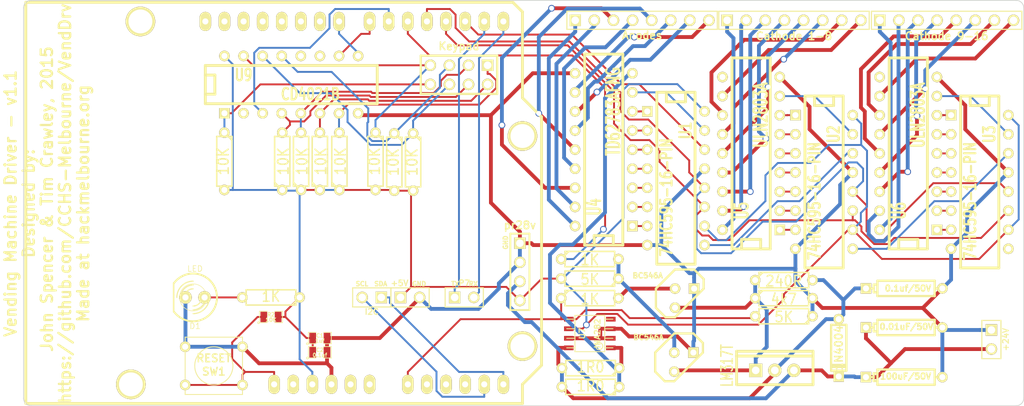
<source format=kicad_pcb>
(kicad_pcb (version 3) (host pcbnew "(2013-07-07 BZR 4022)-stable")

  (general
    (links 162)
    (no_connects 1)
    (area -11.62143 12.461499 145.333001 67.258)
    (thickness 1.6)
    (drawings 15)
    (tracks 604)
    (zones 0)
    (modules 47)
    (nets 80)
  )

  (page A3)
  (layers
    (15 F.Cu signal)
    (0 B.Cu signal)
    (16 B.Adhes user)
    (17 F.Adhes user)
    (18 B.Paste user)
    (19 F.Paste user)
    (20 B.SilkS user)
    (21 F.SilkS user)
    (22 B.Mask user)
    (23 F.Mask user)
    (24 Dwgs.User user)
    (25 Cmts.User user)
    (26 Eco1.User user)
    (27 Eco2.User user)
    (28 Edge.Cuts user)
  )

  (setup
    (last_trace_width 0.254)
    (trace_clearance 0.254)
    (zone_clearance 0.508)
    (zone_45_only no)
    (trace_min 0.254)
    (segment_width 0.2)
    (edge_width 0.1)
    (via_size 0.889)
    (via_drill 0.635)
    (via_min_size 0.889)
    (via_min_drill 0.508)
    (uvia_size 0.508)
    (uvia_drill 0.127)
    (uvias_allowed no)
    (uvia_min_size 0.508)
    (uvia_min_drill 0.127)
    (pcb_text_width 0.3)
    (pcb_text_size 1.5 1.5)
    (mod_edge_width 0.15)
    (mod_text_size 1 1)
    (mod_text_width 0.15)
    (pad_size 1.524 1.524)
    (pad_drill 1.016)
    (pad_to_mask_clearance 0)
    (aux_axis_origin 0 0)
    (visible_elements 7FFFFFFF)
    (pcbplotparams
      (layerselection 284196865)
      (usegerberextensions true)
      (excludeedgelayer true)
      (linewidth 0.150000)
      (plotframeref false)
      (viasonmask false)
      (mode 1)
      (useauxorigin false)
      (hpglpennumber 1)
      (hpglpenspeed 20)
      (hpglpendiameter 15)
      (hpglpenoverlay 2)
      (psnegative false)
      (psa4output false)
      (plotreference true)
      (plotvalue true)
      (plotothertext true)
      (plotinvisibletext false)
      (padsonsilk false)
      (subtractmaskfromsilk false)
      (outputformat 1)
      (mirror false)
      (drillshape 0)
      (scaleselection 1)
      (outputdirectory Gerber/))
  )

  (net 0 "")
  (net 1 +24V)
  (net 2 +5V)
  (net 3 K-RCLK)
  (net 4 K-SER)
  (net 5 K-SRCLK)
  (net 6 M-ON/OFF)
  (net 7 M-RCLK)
  (net 8 M-SENSE)
  (net 9 M-SER)
  (net 10 M-SRCLK)
  (net 11 MOTOR+)
  (net 12 N-000001)
  (net 13 N-0000010)
  (net 14 N-0000011)
  (net 15 N-0000014)
  (net 16 N-0000015)
  (net 17 N-0000016)
  (net 18 N-0000017)
  (net 19 N-0000018)
  (net 20 N-0000019)
  (net 21 N-000002)
  (net 22 N-0000020)
  (net 23 N-0000021)
  (net 24 N-0000022)
  (net 25 N-0000023)
  (net 26 N-0000024)
  (net 27 N-0000025)
  (net 28 N-0000026)
  (net 29 N-0000027)
  (net 30 N-0000028)
  (net 31 N-0000029)
  (net 32 N-000003)
  (net 33 N-0000030)
  (net 34 N-0000031)
  (net 35 N-0000032)
  (net 36 N-0000033)
  (net 37 N-0000034)
  (net 38 N-0000035)
  (net 39 N-0000036)
  (net 40 N-0000037)
  (net 41 N-0000038)
  (net 42 N-0000039)
  (net 43 N-000004)
  (net 44 N-0000040)
  (net 45 N-0000041)
  (net 46 N-0000042)
  (net 47 N-0000043)
  (net 48 N-0000044)
  (net 49 N-0000045)
  (net 50 N-0000046)
  (net 51 N-0000047)
  (net 52 N-0000048)
  (net 53 N-0000049)
  (net 54 N-000005)
  (net 55 N-0000050)
  (net 56 N-0000051)
  (net 57 N-0000052)
  (net 58 N-0000056)
  (net 59 N-000006)
  (net 60 N-0000063)
  (net 61 N-0000064)
  (net 62 N-000007)
  (net 63 N-0000074)
  (net 64 N-0000075)
  (net 65 N-0000076)
  (net 66 N-0000078)
  (net 67 N-0000079)
  (net 68 N-000008)
  (net 69 N-0000080)
  (net 70 N-0000082)
  (net 71 N-0000085)
  (net 72 N-0000089)
  (net 73 N-000009)
  (net 74 N-0000093)
  (net 75 N-0000094)
  (net 76 N-0000095)
  (net 77 N-0000096)
  (net 78 N-0000098)
  (net 79 N-0000099)

  (net_class Default "This is the default net class."
    (clearance 0.254)
    (trace_width 0.254)
    (via_dia 0.889)
    (via_drill 0.635)
    (uvia_dia 0.508)
    (uvia_drill 0.127)
    (add_net "")
    (add_net +5V)
    (add_net K-RCLK)
    (add_net K-SER)
    (add_net K-SRCLK)
    (add_net M-ON/OFF)
    (add_net M-RCLK)
    (add_net M-SENSE)
    (add_net M-SER)
    (add_net M-SRCLK)
    (add_net N-000001)
    (add_net N-0000010)
    (add_net N-0000011)
    (add_net N-0000014)
    (add_net N-0000015)
    (add_net N-0000016)
    (add_net N-0000017)
    (add_net N-000002)
    (add_net N-0000029)
    (add_net N-000003)
    (add_net N-0000030)
    (add_net N-0000031)
    (add_net N-000004)
    (add_net N-0000045)
    (add_net N-0000046)
    (add_net N-0000047)
    (add_net N-0000048)
    (add_net N-0000049)
    (add_net N-000005)
    (add_net N-0000050)
    (add_net N-0000051)
    (add_net N-0000052)
    (add_net N-0000056)
    (add_net N-000006)
    (add_net N-0000063)
    (add_net N-0000064)
    (add_net N-000007)
    (add_net N-0000074)
    (add_net N-0000075)
    (add_net N-0000076)
    (add_net N-0000078)
    (add_net N-0000079)
    (add_net N-000008)
    (add_net N-0000080)
    (add_net N-0000082)
    (add_net N-0000085)
    (add_net N-000009)
    (add_net N-0000093)
    (add_net N-0000094)
    (add_net N-0000095)
    (add_net N-0000096)
  )

  (net_class Heavy ""
    (clearance 0.508)
    (trace_width 0.508)
    (via_dia 0.889)
    (via_drill 0.635)
    (uvia_dia 0.508)
    (uvia_drill 0.127)
    (add_net +24V)
    (add_net MOTOR+)
    (add_net N-0000018)
    (add_net N-0000019)
    (add_net N-0000020)
    (add_net N-0000021)
    (add_net N-0000022)
    (add_net N-0000023)
    (add_net N-0000024)
    (add_net N-0000025)
    (add_net N-0000026)
    (add_net N-0000027)
    (add_net N-0000028)
    (add_net N-0000032)
    (add_net N-0000033)
    (add_net N-0000034)
    (add_net N-0000035)
    (add_net N-0000036)
    (add_net N-0000037)
    (add_net N-0000038)
    (add_net N-0000039)
    (add_net N-0000040)
    (add_net N-0000041)
    (add_net N-0000042)
    (add_net N-0000043)
    (add_net N-0000044)
    (add_net N-0000089)
    (add_net N-0000098)
    (add_net N-0000099)
  )

  (module ARDUINO_SHIELD   locked (layer F.Cu) (tedit 54C2FE43) (tstamp 54C1AF4C)
    (at 12.3 66.5)
    (path /54C0EF54)
    (fp_text reference SHIELD1 (at 5.9 -51.6) (layer F.SilkS) hide
      (effects (font (size 1.524 1.524) (thickness 0.3048)))
    )
    (fp_text value ARDUINO_SHIELD (at 10.6 -46.2) (layer F.SilkS) hide
      (effects (font (size 1.524 1.524) (thickness 0.3048)))
    )
    (fp_line (start 66.04 -40.64) (end 66.04 -52.07) (layer F.SilkS) (width 0.381))
    (fp_line (start 66.04 -52.07) (end 64.77 -53.34) (layer F.SilkS) (width 0.381))
    (fp_line (start 64.77 -53.34) (end 0 -53.34) (layer F.SilkS) (width 0.381))
    (fp_line (start 66.04 0) (end 0 0) (layer F.SilkS) (width 0.381))
    (fp_line (start 0 0) (end 0 -53.34) (layer F.SilkS) (width 0.381))
    (fp_line (start 66.04 -40.64) (end 68.58 -38.1) (layer F.SilkS) (width 0.381))
    (fp_line (start 68.58 -38.1) (end 68.58 -5.08) (layer F.SilkS) (width 0.381))
    (fp_line (start 68.58 -5.08) (end 66.04 -2.54) (layer F.SilkS) (width 0.381))
    (fp_line (start 66.04 -2.54) (end 66.04 0) (layer F.SilkS) (width 0.381))
    (pad AD5 thru_hole oval (at 63.5 -2.54 90) (size 2.54 1.524) (drill 0.8128)
      (layers *.Cu *.Mask F.SilkS)
      (net 15 N-0000014)
    )
    (pad AD4 thru_hole oval (at 60.96 -2.54 90) (size 2.54 1.524) (drill 0.8128)
      (layers *.Cu *.Mask F.SilkS)
      (net 16 N-0000015)
    )
    (pad AD3 thru_hole oval (at 58.42 -2.54 90) (size 2.54 1.524) (drill 0.8128)
      (layers *.Cu *.Mask F.SilkS)
    )
    (pad AD0 thru_hole oval (at 50.8 -2.54 90) (size 2.54 1.524) (drill 0.8128)
      (layers *.Cu *.Mask F.SilkS)
      (net 8 M-SENSE)
    )
    (pad AD1 thru_hole oval (at 53.34 -2.54 90) (size 2.54 1.524) (drill 0.8128)
      (layers *.Cu *.Mask F.SilkS)
    )
    (pad AD2 thru_hole oval (at 55.88 -2.54 90) (size 2.54 1.524) (drill 0.8128)
      (layers *.Cu *.Mask F.SilkS)
    )
    (pad V_IN thru_hole oval (at 45.72 -2.54 90) (size 2.54 1.524) (drill 0.8128)
      (layers *.Cu *.Mask F.SilkS)
    )
    (pad GND2 thru_hole oval (at 43.18 -2.54 90) (size 2.54 1.524) (drill 0.8128)
      (layers *.Cu *.Mask F.SilkS)
    )
    (pad GND1 thru_hole oval (at 40.64 -2.54 90) (size 2.54 1.524) (drill 0.8128)
      (layers *.Cu *.Mask F.SilkS)
      (net 2 +5V)
    )
    (pad 3V3 thru_hole oval (at 35.56 -2.54 90) (size 2.54 1.524) (drill 0.8128)
      (layers *.Cu *.Mask F.SilkS)
    )
    (pad RST thru_hole oval (at 33.02 -2.54 90) (size 2.54 1.524) (drill 0.8128)
      (layers *.Cu *.Mask F.SilkS)
      (net 75 N-0000094)
    )
    (pad 0 thru_hole oval (at 63.5 -50.8 90) (size 2.54 1.524) (drill 0.8128)
      (layers *.Cu *.Mask F.SilkS)
      (net 61 N-0000064)
    )
    (pad 1 thru_hole oval (at 60.96 -50.8 90) (size 2.54 1.524) (drill 0.8128)
      (layers *.Cu *.Mask F.SilkS)
      (net 60 N-0000063)
    )
    (pad 2 thru_hole oval (at 58.42 -50.8 90) (size 2.54 1.524) (drill 0.8128)
      (layers *.Cu *.Mask F.SilkS)
      (net 9 M-SER)
    )
    (pad 3 thru_hole oval (at 55.88 -50.8 90) (size 2.54 1.524) (drill 0.8128)
      (layers *.Cu *.Mask F.SilkS)
      (net 10 M-SRCLK)
    )
    (pad 4 thru_hole oval (at 53.34 -50.8 90) (size 2.54 1.524) (drill 0.8128)
      (layers *.Cu *.Mask F.SilkS)
      (net 7 M-RCLK)
    )
    (pad 5 thru_hole oval (at 50.8 -50.8 90) (size 2.54 1.524) (drill 0.8128)
      (layers *.Cu *.Mask F.SilkS)
      (net 6 M-ON/OFF)
    )
    (pad 6 thru_hole oval (at 48.26 -50.8 90) (size 2.54 1.524) (drill 0.8128)
      (layers *.Cu *.Mask F.SilkS)
      (net 4 K-SER)
    )
    (pad 7 thru_hole oval (at 45.72 -50.8 90) (size 2.54 1.524) (drill 0.8128)
      (layers *.Cu *.Mask F.SilkS)
      (net 5 K-SRCLK)
    )
    (pad 8 thru_hole oval (at 41.656 -50.8 90) (size 2.54 1.524) (drill 0.8128)
      (layers *.Cu *.Mask F.SilkS)
      (net 3 K-RCLK)
    )
    (pad 9 thru_hole oval (at 39.116 -50.8 90) (size 2.54 1.524) (drill 0.8128)
      (layers *.Cu *.Mask F.SilkS)
    )
    (pad 10 thru_hole oval (at 36.576 -50.8 90) (size 2.54 1.524) (drill 0.8128)
      (layers *.Cu *.Mask F.SilkS)
    )
    (pad 11 thru_hole oval (at 34.036 -50.8 90) (size 2.54 1.524) (drill 0.8128)
      (layers *.Cu *.Mask F.SilkS)
    )
    (pad 12 thru_hole oval (at 31.496 -50.8 90) (size 2.54 1.524) (drill 0.8128)
      (layers *.Cu *.Mask F.SilkS)
    )
    (pad 13 thru_hole oval (at 28.956 -50.8 90) (size 2.54 1.524) (drill 0.8128)
      (layers *.Cu *.Mask F.SilkS)
    )
    (pad GND3 thru_hole oval (at 26.416 -50.8 90) (size 2.54 1.524) (drill 0.8128)
      (layers *.Cu *.Mask F.SilkS)
    )
    (pad AREF thru_hole oval (at 23.876 -50.8 90) (size 2.54 1.524) (drill 0.8128)
      (layers *.Cu *.Mask F.SilkS)
    )
    (pad 5V thru_hole oval (at 38.1 -2.54 90) (size 2.54 1.524) (drill 0.8128)
      (layers *.Cu *.Mask F.SilkS)
      (net 2 +5V)
    )
    (pad "" thru_hole circle (at 66.04 -7.62 90) (size 3.937 3.937) (drill 3.175)
      (layers *.Cu *.Mask F.SilkS)
    )
    (pad "" thru_hole circle (at 66.04 -35.56 90) (size 3.937 3.937) (drill 3.175)
      (layers *.Cu *.Mask F.SilkS)
    )
    (pad "" thru_hole circle (at 15.24 -50.8 90) (size 3.937 3.937) (drill 3.175)
      (layers *.Cu *.Mask F.SilkS)
    )
    (pad "" thru_hole circle (at 13.97 -2.54 90) (size 3.937 3.937) (drill 3.175)
      (layers *.Cu *.Mask F.SilkS)
    )
  )

  (module pin_array_8x1 (layer F.Cu) (tedit 54C0ED8C) (tstamp 54BE46FC)
    (at 94.25 15.55)
    (descr "Double rangee de contacts 2 x 8 pins")
    (tags CONN)
    (path /54BE5ABF)
    (fp_text reference P4 (at -9 2.1) (layer F.SilkS) hide
      (effects (font (size 1.016 1.016) (thickness 0.2032)))
    )
    (fp_text value Anodes (at 0 2) (layer F.SilkS)
      (effects (font (size 1.016 1.016) (thickness 0.2032)))
    )
    (fp_line (start -10 -1.2) (end 10 -1.2) (layer F.SilkS) (width 0.15))
    (fp_line (start 10 -1.2) (end 10 1.2) (layer F.SilkS) (width 0.15))
    (fp_line (start 10 1.2) (end -10 1.2) (layer F.SilkS) (width 0.15))
    (fp_line (start -10 1.2) (end -10 -1.2) (layer F.SilkS) (width 0.15))
    (pad 1 thru_hole rect (at -8.89 0) (size 1.524 1.524) (drill 1.016)
      (layers *.Cu *.Mask F.SilkS)
      (net 33 N-0000030)
    )
    (pad 2 thru_hole circle (at -6.35 0) (size 1.524 1.524) (drill 1.016)
      (layers *.Cu *.Mask F.SilkS)
      (net 34 N-0000031)
    )
    (pad 3 thru_hole circle (at -3.81 0) (size 1.524 1.524) (drill 1.016)
      (layers *.Cu *.Mask F.SilkS)
      (net 35 N-0000032)
    )
    (pad 4 thru_hole circle (at -1.27 0) (size 1.524 1.524) (drill 1.016)
      (layers *.Cu *.Mask F.SilkS)
      (net 36 N-0000033)
    )
    (pad 5 thru_hole circle (at 1.27 0) (size 1.524 1.524) (drill 1.016)
      (layers *.Cu *.Mask F.SilkS)
      (net 37 N-0000034)
    )
    (pad 6 thru_hole circle (at 3.81 0) (size 1.524 1.524) (drill 1.016)
      (layers *.Cu *.Mask F.SilkS)
      (net 31 N-0000029)
    )
    (pad 7 thru_hole circle (at 6.35 0) (size 1.524 1.524) (drill 1.016)
      (layers *.Cu *.Mask F.SilkS)
      (net 38 N-0000035)
    )
    (pad 8 thru_hole circle (at 8.89 0) (size 1.524 1.524) (drill 1.016)
      (layers *.Cu *.Mask F.SilkS)
      (net 39 N-0000036)
    )
    (model pin_array/pins_array_8x2.wrl
      (at (xyz 0 0 0))
      (scale (xyz 1 1 1))
      (rotate (xyz 0 0 0))
    )
  )

  (module pin_array_8x1 (layer F.Cu) (tedit 54C0ED46) (tstamp 54BE470C)
    (at 114.45 15.55)
    (descr "Double rangee de contacts 2 x 8 pins")
    (tags CONN)
    (path /54BE5ACC)
    (fp_text reference P5 (at -8.9 2.1) (layer F.SilkS) hide
      (effects (font (size 1.016 1.016) (thickness 0.2032)))
    )
    (fp_text value "Cathode 1-8" (at 0 2.1) (layer F.SilkS)
      (effects (font (size 1.016 1.016) (thickness 0.2032)))
    )
    (fp_line (start -10 -1.2) (end 10 -1.2) (layer F.SilkS) (width 0.15))
    (fp_line (start 10 -1.2) (end 10 1.2) (layer F.SilkS) (width 0.15))
    (fp_line (start 10 1.2) (end -10 1.2) (layer F.SilkS) (width 0.15))
    (fp_line (start -10 1.2) (end -10 -1.2) (layer F.SilkS) (width 0.15))
    (pad 1 thru_hole rect (at -8.89 0) (size 1.524 1.524) (drill 1.016)
      (layers *.Cu *.Mask F.SilkS)
      (net 40 N-0000037)
    )
    (pad 2 thru_hole circle (at -6.35 0) (size 1.524 1.524) (drill 1.016)
      (layers *.Cu *.Mask F.SilkS)
      (net 41 N-0000038)
    )
    (pad 3 thru_hole circle (at -3.81 0) (size 1.524 1.524) (drill 1.016)
      (layers *.Cu *.Mask F.SilkS)
      (net 42 N-0000039)
    )
    (pad 4 thru_hole circle (at -1.27 0) (size 1.524 1.524) (drill 1.016)
      (layers *.Cu *.Mask F.SilkS)
      (net 44 N-0000040)
    )
    (pad 5 thru_hole circle (at 1.27 0) (size 1.524 1.524) (drill 1.016)
      (layers *.Cu *.Mask F.SilkS)
      (net 45 N-0000041)
    )
    (pad 6 thru_hole circle (at 3.81 0) (size 1.524 1.524) (drill 1.016)
      (layers *.Cu *.Mask F.SilkS)
      (net 46 N-0000042)
    )
    (pad 7 thru_hole circle (at 6.35 0) (size 1.524 1.524) (drill 1.016)
      (layers *.Cu *.Mask F.SilkS)
      (net 47 N-0000043)
    )
    (pad 8 thru_hole circle (at 8.89 0) (size 1.524 1.524) (drill 1.016)
      (layers *.Cu *.Mask F.SilkS)
      (net 27 N-0000025)
    )
    (model pin_array/pins_array_8x2.wrl
      (at (xyz 0 0 0))
      (scale (xyz 1 1 1))
      (rotate (xyz 0 0 0))
    )
  )

  (module pin_array_8x1 (layer F.Cu) (tedit 54C0ED64) (tstamp 54BE471C)
    (at 134.75 15.55)
    (descr "Double rangee de contacts 2 x 8 pins")
    (tags CONN)
    (path /54BE5AD2)
    (fp_text reference P6 (at -8.9 2.3) (layer F.SilkS) hide
      (effects (font (size 1.016 1.016) (thickness 0.2032)))
    )
    (fp_text value "Cathode 9-16" (at 0 2.1) (layer F.SilkS)
      (effects (font (size 1.016 1.016) (thickness 0.2032)))
    )
    (fp_line (start -10 -1.2) (end 10 -1.2) (layer F.SilkS) (width 0.15))
    (fp_line (start 10 -1.2) (end 10 1.2) (layer F.SilkS) (width 0.15))
    (fp_line (start 10 1.2) (end -10 1.2) (layer F.SilkS) (width 0.15))
    (fp_line (start -10 1.2) (end -10 -1.2) (layer F.SilkS) (width 0.15))
    (pad 1 thru_hole rect (at -8.89 0) (size 1.524 1.524) (drill 1.016)
      (layers *.Cu *.Mask F.SilkS)
      (net 18 N-0000017)
    )
    (pad 2 thru_hole circle (at -6.35 0) (size 1.524 1.524) (drill 1.016)
      (layers *.Cu *.Mask F.SilkS)
      (net 19 N-0000018)
    )
    (pad 3 thru_hole circle (at -3.81 0) (size 1.524 1.524) (drill 1.016)
      (layers *.Cu *.Mask F.SilkS)
      (net 20 N-0000019)
    )
    (pad 4 thru_hole circle (at -1.27 0) (size 1.524 1.524) (drill 1.016)
      (layers *.Cu *.Mask F.SilkS)
      (net 22 N-0000020)
    )
    (pad 5 thru_hole circle (at 1.27 0) (size 1.524 1.524) (drill 1.016)
      (layers *.Cu *.Mask F.SilkS)
      (net 23 N-0000021)
    )
    (pad 6 thru_hole circle (at 3.81 0) (size 1.524 1.524) (drill 1.016)
      (layers *.Cu *.Mask F.SilkS)
      (net 24 N-0000022)
    )
    (pad 7 thru_hole circle (at 6.35 0) (size 1.524 1.524) (drill 1.016)
      (layers *.Cu *.Mask F.SilkS)
      (net 25 N-0000023)
    )
    (pad 8 thru_hole circle (at 8.89 0) (size 1.524 1.524) (drill 1.016)
      (layers *.Cu *.Mask F.SilkS)
      (net 26 N-0000024)
    )
    (model pin_array/pins_array_8x2.wrl
      (at (xyz 0 0 0))
      (scale (xyz 1 1 1))
      (rotate (xyz 0 0 0))
    )
  )

  (module PIN_ARRAY_2X1 (layer F.Cu) (tedit 55045DDC) (tstamp 54C223E8)
    (at 63.4 52.4)
    (descr "Connecteurs 2 pins")
    (tags "CONN DEV")
    (path /54C261EB)
    (fp_text reference P3 (at 0 -1.905) (layer F.SilkS) hide
      (effects (font (size 0.762 0.762) (thickness 0.1524)))
    )
    (fp_text value +5V (at -1.4 -1.9) (layer F.SilkS)
      (effects (font (size 0.762 0.762) (thickness 0.1524)))
    )
    (fp_line (start -2.54 1.27) (end -2.54 -1.27) (layer F.SilkS) (width 0.1524))
    (fp_line (start -2.54 -1.27) (end 2.54 -1.27) (layer F.SilkS) (width 0.1524))
    (fp_line (start 2.54 -1.27) (end 2.54 1.27) (layer F.SilkS) (width 0.1524))
    (fp_line (start 2.54 1.27) (end -2.54 1.27) (layer F.SilkS) (width 0.1524))
    (pad 1 thru_hole rect (at -1.27 0) (size 1.524 1.524) (drill 1.016)
      (layers *.Cu *.Mask F.SilkS)
      (net 2 +5V)
    )
    (pad 2 thru_hole circle (at 1.27 0) (size 1.524 1.524) (drill 1.016)
      (layers *.Cu *.Mask F.SilkS)
      (net 2 +5V)
    )
    (model pin_array/pins_array_2x1.wrl
      (at (xyz 0 0 0))
      (scale (xyz 1 1 1))
      (rotate (xyz 0 0 0))
    )
  )

  (module pin_array_4x2 (layer F.Cu) (tedit 55045B5E) (tstamp 54C2F639)
    (at 69.9 22.8 180)
    (descr "Double rangee de contacts 2 x 4 pins")
    (tags CONN)
    (path /54C23856)
    (fp_text reference P1 (at -6.3 -2 180) (layer F.SilkS) hide
      (effects (font (size 1.016 1.016) (thickness 0.2032)))
    )
    (fp_text value Keypad (at 0 3.81 180) (layer F.SilkS)
      (effects (font (size 1.016 1.016) (thickness 0.2032)))
    )
    (fp_line (start -5.08 -2.54) (end 5.08 -2.54) (layer F.SilkS) (width 0.3048))
    (fp_line (start 5.08 -2.54) (end 5.08 2.54) (layer F.SilkS) (width 0.3048))
    (fp_line (start 5.08 2.54) (end -5.08 2.54) (layer F.SilkS) (width 0.3048))
    (fp_line (start -5.08 2.54) (end -5.08 -2.54) (layer F.SilkS) (width 0.3048))
    (pad 1 thru_hole rect (at -3.81 1.27 180) (size 1.524 1.524) (drill 1.016)
      (layers *.Cu *.Mask F.SilkS)
      (net 58 N-0000056)
    )
    (pad 2 thru_hole circle (at -3.81 -1.27 180) (size 1.524 1.524) (drill 1.016)
      (layers *.Cu *.Mask F.SilkS)
      (net 69 N-0000080)
    )
    (pad 3 thru_hole circle (at -1.27 1.27 180) (size 1.524 1.524) (drill 1.016)
      (layers *.Cu *.Mask F.SilkS)
      (net 67 N-0000079)
    )
    (pad 4 thru_hole circle (at -1.27 -1.27 180) (size 1.524 1.524) (drill 1.016)
      (layers *.Cu *.Mask F.SilkS)
      (net 66 N-0000078)
    )
    (pad 5 thru_hole circle (at 1.27 1.27 180) (size 1.524 1.524) (drill 1.016)
      (layers *.Cu *.Mask F.SilkS)
      (net 65 N-0000076)
    )
    (pad 6 thru_hole circle (at 1.27 -1.27 180) (size 1.524 1.524) (drill 1.016)
      (layers *.Cu *.Mask F.SilkS)
      (net 70 N-0000082)
    )
    (pad 7 thru_hole circle (at 3.81 1.27 180) (size 1.524 1.524) (drill 1.016)
      (layers *.Cu *.Mask F.SilkS)
      (net 64 N-0000075)
    )
    (pad 8 thru_hole circle (at 3.81 -1.27 180) (size 1.524 1.524) (drill 1.016)
      (layers *.Cu *.Mask F.SilkS)
      (net 63 N-0000074)
    )
    (model pin_array/pins_array_4x2.wrl
      (at (xyz 0 0 0))
      (scale (xyz 1 1 1))
      (rotate (xyz 0 0 0))
    )
  )

  (module DIP-16__300 (layer F.Cu) (tedit 200000) (tstamp 54C22422)
    (at 47.6 24.1)
    (descr "16 pins DIL package, round pads")
    (tags DIL)
    (path /54C23847)
    (fp_text reference U9 (at -6.35 -1.27) (layer F.SilkS)
      (effects (font (size 1.524 1.143) (thickness 0.3048)))
    )
    (fp_text value CD4021B (at 2.54 1.27) (layer F.SilkS)
      (effects (font (size 1.524 1.143) (thickness 0.3048)))
    )
    (fp_line (start -11.43 -1.27) (end -11.43 -1.27) (layer F.SilkS) (width 0.381))
    (fp_line (start -11.43 -1.27) (end -10.16 -1.27) (layer F.SilkS) (width 0.381))
    (fp_line (start -10.16 -1.27) (end -10.16 1.27) (layer F.SilkS) (width 0.381))
    (fp_line (start -10.16 1.27) (end -11.43 1.27) (layer F.SilkS) (width 0.381))
    (fp_line (start -11.43 -2.54) (end 11.43 -2.54) (layer F.SilkS) (width 0.381))
    (fp_line (start 11.43 -2.54) (end 11.43 2.54) (layer F.SilkS) (width 0.381))
    (fp_line (start 11.43 2.54) (end -11.43 2.54) (layer F.SilkS) (width 0.381))
    (fp_line (start -11.43 2.54) (end -11.43 -2.54) (layer F.SilkS) (width 0.381))
    (pad 1 thru_hole rect (at -8.89 3.81) (size 1.397 1.397) (drill 0.8128)
      (layers *.Cu *.Mask F.SilkS)
      (net 63 N-0000074)
    )
    (pad 2 thru_hole circle (at -6.35 3.81) (size 1.397 1.397) (drill 0.8128)
      (layers *.Cu *.Mask F.SilkS)
    )
    (pad 3 thru_hole circle (at -3.81 3.81) (size 1.397 1.397) (drill 0.8128)
      (layers *.Cu *.Mask F.SilkS)
      (net 4 K-SER)
    )
    (pad 4 thru_hole circle (at -1.27 3.81) (size 1.397 1.397) (drill 0.8128)
      (layers *.Cu *.Mask F.SilkS)
      (net 66 N-0000078)
    )
    (pad 5 thru_hole circle (at 1.27 3.81) (size 1.397 1.397) (drill 0.8128)
      (layers *.Cu *.Mask F.SilkS)
      (net 67 N-0000079)
    )
    (pad 6 thru_hole circle (at 3.81 3.81) (size 1.397 1.397) (drill 0.8128)
      (layers *.Cu *.Mask F.SilkS)
      (net 69 N-0000080)
    )
    (pad 7 thru_hole circle (at 6.35 3.81) (size 1.397 1.397) (drill 0.8128)
      (layers *.Cu *.Mask F.SilkS)
      (net 58 N-0000056)
    )
    (pad 8 thru_hole circle (at 8.89 3.81) (size 1.397 1.397) (drill 0.8128)
      (layers *.Cu *.Mask F.SilkS)
      (net 2 +5V)
    )
    (pad 9 thru_hole circle (at 8.89 -3.81) (size 1.397 1.397) (drill 0.8128)
      (layers *.Cu *.Mask F.SilkS)
      (net 3 K-RCLK)
    )
    (pad 10 thru_hole circle (at 6.35 -3.81) (size 1.397 1.397) (drill 0.8128)
      (layers *.Cu *.Mask F.SilkS)
      (net 5 K-SRCLK)
    )
    (pad 11 thru_hole circle (at 3.81 -3.81) (size 1.397 1.397) (drill 0.8128)
      (layers *.Cu *.Mask F.SilkS)
    )
    (pad 12 thru_hole circle (at 1.27 -3.81) (size 1.397 1.397) (drill 0.8128)
      (layers *.Cu *.Mask F.SilkS)
    )
    (pad 13 thru_hole circle (at -1.27 -3.81) (size 1.397 1.397) (drill 0.8128)
      (layers *.Cu *.Mask F.SilkS)
      (net 65 N-0000076)
    )
    (pad 14 thru_hole circle (at -3.81 -3.81) (size 1.397 1.397) (drill 0.8128)
      (layers *.Cu *.Mask F.SilkS)
      (net 70 N-0000082)
    )
    (pad 15 thru_hole circle (at -6.35 -3.81) (size 1.397 1.397) (drill 0.8128)
      (layers *.Cu *.Mask F.SilkS)
      (net 64 N-0000075)
    )
    (pad 16 thru_hole circle (at -8.89 -3.81) (size 1.397 1.397) (drill 0.8128)
      (layers *.Cu *.Mask F.SilkS)
      (net 2 +5V)
    )
    (model dil/dil_16.wrl
      (at (xyz 0 0 0))
      (scale (xyz 1 1 1))
      (rotate (xyz 0 0 0))
    )
  )

  (module PIN_ARRAY_2X1 (layer F.Cu) (tedit 54F7006B) (tstamp 54C22406)
    (at 140.7 58 270)
    (descr "Connecteurs 2 pins")
    (tags "CONN DEV")
    (path /54C20A8A)
    (fp_text reference P8 (at 0 -1.905 270) (layer F.SilkS) hide
      (effects (font (size 0.762 0.762) (thickness 0.1524)))
    )
    (fp_text value +24V (at 0 -1.905 270) (layer F.SilkS)
      (effects (font (size 0.762 0.762) (thickness 0.1524)))
    )
    (fp_line (start -2.54 1.27) (end -2.54 -1.27) (layer F.SilkS) (width 0.1524))
    (fp_line (start -2.54 -1.27) (end 2.54 -1.27) (layer F.SilkS) (width 0.1524))
    (fp_line (start 2.54 -1.27) (end 2.54 1.27) (layer F.SilkS) (width 0.1524))
    (fp_line (start 2.54 1.27) (end -2.54 1.27) (layer F.SilkS) (width 0.1524))
    (pad 1 thru_hole rect (at -1.27 0 270) (size 1.524 1.524) (drill 1.016)
      (layers *.Cu *.Mask F.SilkS)
      (net 2 +5V)
    )
    (pad 2 thru_hole circle (at 1.27 0 270) (size 1.524 1.524) (drill 1.016)
      (layers *.Cu *.Mask F.SilkS)
      (net 1 +24V)
    )
    (model pin_array/pins_array_2x1.wrl
      (at (xyz 0 0 0))
      (scale (xyz 1 1 1))
      (rotate (xyz 0 0 0))
    )
  )

  (module PIN_ARRAY_2X1 (layer F.Cu) (tedit 4565C520) (tstamp 55045DDB)
    (at 70.6 52.4)
    (descr "Connecteurs 2 pins")
    (tags "CONN DEV")
    (path /54BE08F4)
    (fp_text reference P7 (at 0 -1.905) (layer F.SilkS)
      (effects (font (size 0.762 0.762) (thickness 0.1524)))
    )
    (fp_text value Serial (at 0 -1.905) (layer F.SilkS) hide
      (effects (font (size 0.762 0.762) (thickness 0.1524)))
    )
    (fp_line (start -2.54 1.27) (end -2.54 -1.27) (layer F.SilkS) (width 0.1524))
    (fp_line (start -2.54 -1.27) (end 2.54 -1.27) (layer F.SilkS) (width 0.1524))
    (fp_line (start 2.54 -1.27) (end 2.54 1.27) (layer F.SilkS) (width 0.1524))
    (fp_line (start 2.54 1.27) (end -2.54 1.27) (layer F.SilkS) (width 0.1524))
    (pad 1 thru_hole rect (at -1.27 0) (size 1.524 1.524) (drill 1.016)
      (layers *.Cu *.Mask F.SilkS)
      (net 60 N-0000063)
    )
    (pad 2 thru_hole circle (at 1.27 0) (size 1.524 1.524) (drill 1.016)
      (layers *.Cu *.Mask F.SilkS)
      (net 61 N-0000064)
    )
    (model pin_array/pins_array_2x1.wrl
      (at (xyz 0 0 0))
      (scale (xyz 1 1 1))
      (rotate (xyz 0 0 0))
    )
  )

  (module PIN_ARRAY_2X1 (layer F.Cu) (tedit 55045DE7) (tstamp 54C223F2)
    (at 58.3 52.4 180)
    (descr "Connecteurs 2 pins")
    (tags "CONN DEV")
    (path /54AEB2F0)
    (fp_text reference P2 (at 0 -1.905 180) (layer F.SilkS) hide
      (effects (font (size 0.762 0.762) (thickness 0.1524)))
    )
    (fp_text value I2C (at 0 -1.905 180) (layer F.SilkS)
      (effects (font (size 0.762 0.762) (thickness 0.1524)))
    )
    (fp_line (start -2.54 1.27) (end -2.54 -1.27) (layer F.SilkS) (width 0.1524))
    (fp_line (start -2.54 -1.27) (end 2.54 -1.27) (layer F.SilkS) (width 0.1524))
    (fp_line (start 2.54 -1.27) (end 2.54 1.27) (layer F.SilkS) (width 0.1524))
    (fp_line (start 2.54 1.27) (end -2.54 1.27) (layer F.SilkS) (width 0.1524))
    (pad 1 thru_hole rect (at -1.27 0 180) (size 1.524 1.524) (drill 1.016)
      (layers *.Cu *.Mask F.SilkS)
      (net 15 N-0000014)
    )
    (pad 2 thru_hole circle (at 1.27 0 180) (size 1.524 1.524) (drill 1.016)
      (layers *.Cu *.Mask F.SilkS)
      (net 16 N-0000015)
    )
    (model pin_array/pins_array_2x1.wrl
      (at (xyz 0 0 0))
      (scale (xyz 1 1 1))
      (rotate (xyz 0 0 0))
    )
  )

  (module DIP-18__300 (layer F.Cu) (tedit 200000) (tstamp 55046675)
    (at 129.65 33.25 90)
    (descr "8 pins DIL package, round pads")
    (path /54BA836E)
    (fp_text reference U6 (at -7.62 -1.27 90) (layer F.SilkS)
      (effects (font (size 1.778 1.143) (thickness 0.3048)))
    )
    (fp_text value ULN2803A (at 5.08 1.27 90) (layer F.SilkS)
      (effects (font (size 1.778 1.143) (thickness 0.3048)))
    )
    (fp_line (start -12.7 -1.27) (end -11.43 -1.27) (layer F.SilkS) (width 0.381))
    (fp_line (start -11.43 -1.27) (end -11.43 1.27) (layer F.SilkS) (width 0.381))
    (fp_line (start -11.43 1.27) (end -12.7 1.27) (layer F.SilkS) (width 0.381))
    (fp_line (start -12.7 -2.54) (end 12.7 -2.54) (layer F.SilkS) (width 0.381))
    (fp_line (start 12.7 -2.54) (end 12.7 2.54) (layer F.SilkS) (width 0.381))
    (fp_line (start 12.7 2.54) (end -12.7 2.54) (layer F.SilkS) (width 0.381))
    (fp_line (start -12.7 2.54) (end -12.7 -2.54) (layer F.SilkS) (width 0.381))
    (pad 1 thru_hole rect (at -10.16 3.81 90) (size 1.397 1.397) (drill 0.8128)
      (layers *.Cu *.Mask F.SilkS)
      (net 21 N-000002)
    )
    (pad 2 thru_hole circle (at -7.62 3.81 90) (size 1.397 1.397) (drill 0.8128)
      (layers *.Cu *.Mask F.SilkS)
      (net 32 N-000003)
    )
    (pad 3 thru_hole circle (at -5.08 3.81 90) (size 1.397 1.397) (drill 0.8128)
      (layers *.Cu *.Mask F.SilkS)
      (net 12 N-000001)
    )
    (pad 4 thru_hole circle (at -2.54 3.81 90) (size 1.397 1.397) (drill 0.8128)
      (layers *.Cu *.Mask F.SilkS)
      (net 43 N-000004)
    )
    (pad 5 thru_hole circle (at 0 3.81 90) (size 1.397 1.397) (drill 0.8128)
      (layers *.Cu *.Mask F.SilkS)
      (net 54 N-000005)
    )
    (pad 6 thru_hole circle (at 2.54 3.81 90) (size 1.397 1.397) (drill 0.8128)
      (layers *.Cu *.Mask F.SilkS)
      (net 14 N-0000011)
    )
    (pad 7 thru_hole circle (at 5.08 3.81 90) (size 1.397 1.397) (drill 0.8128)
      (layers *.Cu *.Mask F.SilkS)
      (net 13 N-0000010)
    )
    (pad 8 thru_hole circle (at 7.62 3.81 90) (size 1.397 1.397) (drill 0.8128)
      (layers *.Cu *.Mask F.SilkS)
      (net 73 N-000009)
    )
    (pad 9 thru_hole circle (at 10.16 3.81 90) (size 1.397 1.397) (drill 0.8128)
      (layers *.Cu *.Mask F.SilkS)
      (net 2 +5V)
    )
    (pad 10 thru_hole circle (at 10.16 -3.81 90) (size 1.397 1.397) (drill 0.8128)
      (layers *.Cu *.Mask F.SilkS)
    )
    (pad 11 thru_hole circle (at 7.62 -3.81 90) (size 1.397 1.397) (drill 0.8128)
      (layers *.Cu *.Mask F.SilkS)
      (net 26 N-0000024)
    )
    (pad 12 thru_hole circle (at 5.08 -3.81 90) (size 1.397 1.397) (drill 0.8128)
      (layers *.Cu *.Mask F.SilkS)
      (net 25 N-0000023)
    )
    (pad 13 thru_hole circle (at 2.54 -3.81 90) (size 1.397 1.397) (drill 0.8128)
      (layers *.Cu *.Mask F.SilkS)
      (net 24 N-0000022)
    )
    (pad 14 thru_hole circle (at 0 -3.81 90) (size 1.397 1.397) (drill 0.8128)
      (layers *.Cu *.Mask F.SilkS)
      (net 23 N-0000021)
    )
    (pad 15 thru_hole circle (at -2.54 -3.81 90) (size 1.397 1.397) (drill 0.8128)
      (layers *.Cu *.Mask F.SilkS)
      (net 22 N-0000020)
    )
    (pad 16 thru_hole circle (at -5.08 -3.81 90) (size 1.397 1.397) (drill 0.8128)
      (layers *.Cu *.Mask F.SilkS)
      (net 20 N-0000019)
    )
    (pad 17 thru_hole circle (at -7.62 -3.81 90) (size 1.397 1.397) (drill 0.8128)
      (layers *.Cu *.Mask F.SilkS)
      (net 19 N-0000018)
    )
    (pad 18 thru_hole circle (at -10.16 -3.81 90) (size 1.397 1.397) (drill 0.8128)
      (layers *.Cu *.Mask F.SilkS)
      (net 18 N-0000017)
    )
    (model dil/dil_18.wrl
      (at (xyz 0 0 0))
      (scale (xyz 1 1 1))
      (rotate (xyz 0 0 0))
    )
  )

  (module DIP-18__300 (layer F.Cu) (tedit 200000) (tstamp 55046639)
    (at 108.75 33.25 90)
    (descr "8 pins DIL package, round pads")
    (path /549882C0)
    (fp_text reference U5 (at -7.62 -1.27 90) (layer F.SilkS)
      (effects (font (size 1.778 1.143) (thickness 0.3048)))
    )
    (fp_text value ULN2803A (at 5.08 1.27 90) (layer F.SilkS)
      (effects (font (size 1.778 1.143) (thickness 0.3048)))
    )
    (fp_line (start -12.7 -1.27) (end -11.43 -1.27) (layer F.SilkS) (width 0.381))
    (fp_line (start -11.43 -1.27) (end -11.43 1.27) (layer F.SilkS) (width 0.381))
    (fp_line (start -11.43 1.27) (end -12.7 1.27) (layer F.SilkS) (width 0.381))
    (fp_line (start -12.7 -2.54) (end 12.7 -2.54) (layer F.SilkS) (width 0.381))
    (fp_line (start 12.7 -2.54) (end 12.7 2.54) (layer F.SilkS) (width 0.381))
    (fp_line (start 12.7 2.54) (end -12.7 2.54) (layer F.SilkS) (width 0.381))
    (fp_line (start -12.7 2.54) (end -12.7 -2.54) (layer F.SilkS) (width 0.381))
    (pad 1 thru_hole rect (at -10.16 3.81 90) (size 1.397 1.397) (drill 0.8128)
      (layers *.Cu *.Mask F.SilkS)
      (net 48 N-0000044)
    )
    (pad 2 thru_hole circle (at -7.62 3.81 90) (size 1.397 1.397) (drill 0.8128)
      (layers *.Cu *.Mask F.SilkS)
      (net 52 N-0000048)
    )
    (pad 3 thru_hole circle (at -5.08 3.81 90) (size 1.397 1.397) (drill 0.8128)
      (layers *.Cu *.Mask F.SilkS)
      (net 59 N-000006)
    )
    (pad 4 thru_hole circle (at -2.54 3.81 90) (size 1.397 1.397) (drill 0.8128)
      (layers *.Cu *.Mask F.SilkS)
      (net 62 N-000007)
    )
    (pad 5 thru_hole circle (at 0 3.81 90) (size 1.397 1.397) (drill 0.8128)
      (layers *.Cu *.Mask F.SilkS)
      (net 68 N-000008)
    )
    (pad 6 thru_hole circle (at 2.54 3.81 90) (size 1.397 1.397) (drill 0.8128)
      (layers *.Cu *.Mask F.SilkS)
      (net 51 N-0000047)
    )
    (pad 7 thru_hole circle (at 5.08 3.81 90) (size 1.397 1.397) (drill 0.8128)
      (layers *.Cu *.Mask F.SilkS)
      (net 50 N-0000046)
    )
    (pad 8 thru_hole circle (at 7.62 3.81 90) (size 1.397 1.397) (drill 0.8128)
      (layers *.Cu *.Mask F.SilkS)
      (net 49 N-0000045)
    )
    (pad 9 thru_hole circle (at 10.16 3.81 90) (size 1.397 1.397) (drill 0.8128)
      (layers *.Cu *.Mask F.SilkS)
      (net 2 +5V)
    )
    (pad 10 thru_hole circle (at 10.16 -3.81 90) (size 1.397 1.397) (drill 0.8128)
      (layers *.Cu *.Mask F.SilkS)
    )
    (pad 11 thru_hole circle (at 7.62 -3.81 90) (size 1.397 1.397) (drill 0.8128)
      (layers *.Cu *.Mask F.SilkS)
      (net 27 N-0000025)
    )
    (pad 12 thru_hole circle (at 5.08 -3.81 90) (size 1.397 1.397) (drill 0.8128)
      (layers *.Cu *.Mask F.SilkS)
      (net 47 N-0000043)
    )
    (pad 13 thru_hole circle (at 2.54 -3.81 90) (size 1.397 1.397) (drill 0.8128)
      (layers *.Cu *.Mask F.SilkS)
      (net 46 N-0000042)
    )
    (pad 14 thru_hole circle (at 0 -3.81 90) (size 1.397 1.397) (drill 0.8128)
      (layers *.Cu *.Mask F.SilkS)
      (net 45 N-0000041)
    )
    (pad 15 thru_hole circle (at -2.54 -3.81 90) (size 1.397 1.397) (drill 0.8128)
      (layers *.Cu *.Mask F.SilkS)
      (net 44 N-0000040)
    )
    (pad 16 thru_hole circle (at -5.08 -3.81 90) (size 1.397 1.397) (drill 0.8128)
      (layers *.Cu *.Mask F.SilkS)
      (net 42 N-0000039)
    )
    (pad 17 thru_hole circle (at -7.62 -3.81 90) (size 1.397 1.397) (drill 0.8128)
      (layers *.Cu *.Mask F.SilkS)
      (net 41 N-0000038)
    )
    (pad 18 thru_hole circle (at -10.16 -3.81 90) (size 1.397 1.397) (drill 0.8128)
      (layers *.Cu *.Mask F.SilkS)
      (net 40 N-0000037)
    )
    (model dil/dil_18.wrl
      (at (xyz 0 0 0))
      (scale (xyz 1 1 1))
      (rotate (xyz 0 0 0))
    )
  )

  (module DIP-18__300 (layer F.Cu) (tedit 200000) (tstamp 55046657)
    (at 89.15 32.75 90)
    (descr "8 pins DIL package, round pads")
    (path /54987AEF)
    (fp_text reference U4 (at -7.62 -1.27 90) (layer F.SilkS)
      (effects (font (size 1.778 1.143) (thickness 0.3048)))
    )
    (fp_text value TD62783AFNG (at 5.08 1.27 90) (layer F.SilkS)
      (effects (font (size 1.778 1.143) (thickness 0.3048)))
    )
    (fp_line (start -12.7 -1.27) (end -11.43 -1.27) (layer F.SilkS) (width 0.381))
    (fp_line (start -11.43 -1.27) (end -11.43 1.27) (layer F.SilkS) (width 0.381))
    (fp_line (start -11.43 1.27) (end -12.7 1.27) (layer F.SilkS) (width 0.381))
    (fp_line (start -12.7 -2.54) (end 12.7 -2.54) (layer F.SilkS) (width 0.381))
    (fp_line (start 12.7 -2.54) (end 12.7 2.54) (layer F.SilkS) (width 0.381))
    (fp_line (start 12.7 2.54) (end -12.7 2.54) (layer F.SilkS) (width 0.381))
    (fp_line (start -12.7 2.54) (end -12.7 -2.54) (layer F.SilkS) (width 0.381))
    (pad 1 thru_hole rect (at -10.16 3.81 90) (size 1.397 1.397) (drill 0.8128)
      (layers *.Cu *.Mask F.SilkS)
      (net 30 N-0000028)
    )
    (pad 2 thru_hole circle (at -7.62 3.81 90) (size 1.397 1.397) (drill 0.8128)
      (layers *.Cu *.Mask F.SilkS)
      (net 53 N-0000049)
    )
    (pad 3 thru_hole circle (at -5.08 3.81 90) (size 1.397 1.397) (drill 0.8128)
      (layers *.Cu *.Mask F.SilkS)
      (net 55 N-0000050)
    )
    (pad 4 thru_hole circle (at -2.54 3.81 90) (size 1.397 1.397) (drill 0.8128)
      (layers *.Cu *.Mask F.SilkS)
      (net 56 N-0000051)
    )
    (pad 5 thru_hole circle (at 0 3.81 90) (size 1.397 1.397) (drill 0.8128)
      (layers *.Cu *.Mask F.SilkS)
      (net 57 N-0000052)
    )
    (pad 6 thru_hole circle (at 2.54 3.81 90) (size 1.397 1.397) (drill 0.8128)
      (layers *.Cu *.Mask F.SilkS)
      (net 29 N-0000027)
    )
    (pad 7 thru_hole circle (at 5.08 3.81 90) (size 1.397 1.397) (drill 0.8128)
      (layers *.Cu *.Mask F.SilkS)
      (net 28 N-0000026)
    )
    (pad 8 thru_hole circle (at 7.62 3.81 90) (size 1.397 1.397) (drill 0.8128)
      (layers *.Cu *.Mask F.SilkS)
      (net 17 N-0000016)
    )
    (pad 9 thru_hole circle (at 10.16 3.81 90) (size 1.397 1.397) (drill 0.8128)
      (layers *.Cu *.Mask F.SilkS)
      (net 11 MOTOR+)
    )
    (pad 10 thru_hole circle (at 10.16 -3.81 90) (size 1.397 1.397) (drill 0.8128)
      (layers *.Cu *.Mask F.SilkS)
      (net 2 +5V)
    )
    (pad 11 thru_hole circle (at 7.62 -3.81 90) (size 1.397 1.397) (drill 0.8128)
      (layers *.Cu *.Mask F.SilkS)
      (net 39 N-0000036)
    )
    (pad 12 thru_hole circle (at 5.08 -3.81 90) (size 1.397 1.397) (drill 0.8128)
      (layers *.Cu *.Mask F.SilkS)
      (net 38 N-0000035)
    )
    (pad 13 thru_hole circle (at 2.54 -3.81 90) (size 1.397 1.397) (drill 0.8128)
      (layers *.Cu *.Mask F.SilkS)
      (net 31 N-0000029)
    )
    (pad 14 thru_hole circle (at 0 -3.81 90) (size 1.397 1.397) (drill 0.8128)
      (layers *.Cu *.Mask F.SilkS)
      (net 37 N-0000034)
    )
    (pad 15 thru_hole circle (at -2.54 -3.81 90) (size 1.397 1.397) (drill 0.8128)
      (layers *.Cu *.Mask F.SilkS)
      (net 36 N-0000033)
    )
    (pad 16 thru_hole circle (at -5.08 -3.81 90) (size 1.397 1.397) (drill 0.8128)
      (layers *.Cu *.Mask F.SilkS)
      (net 35 N-0000032)
    )
    (pad 17 thru_hole circle (at -7.62 -3.81 90) (size 1.397 1.397) (drill 0.8128)
      (layers *.Cu *.Mask F.SilkS)
      (net 34 N-0000031)
    )
    (pad 18 thru_hole circle (at -10.16 -3.81 90) (size 1.397 1.397) (drill 0.8128)
      (layers *.Cu *.Mask F.SilkS)
      (net 33 N-0000030)
    )
    (model dil/dil_18.wrl
      (at (xyz 0 0 0))
      (scale (xyz 1 1 1))
      (rotate (xyz 0 0 0))
    )
  )

  (module CP4 (layer F.Cu) (tedit 54F6C5EC) (tstamp 54BE41EC)
    (at 129.1 51.2)
    (descr "Condensateur polarise")
    (tags CP)
    (path /54BAA72A)
    (fp_text reference C5 (at 0.508 0) (layer F.SilkS) hide
      (effects (font (size 1.27 1.397) (thickness 0.254)))
    )
    (fp_text value 0.1uf/50V (at 0.508 0) (layer F.SilkS)
      (effects (font (size 0.8 0.8) (thickness 0.2)))
    )
    (fp_line (start 5.08 0) (end 4.064 0) (layer F.SilkS) (width 0.3048))
    (fp_line (start 4.064 0) (end 4.064 1.016) (layer F.SilkS) (width 0.3048))
    (fp_line (start 4.064 1.016) (end -3.556 1.016) (layer F.SilkS) (width 0.3048))
    (fp_line (start -3.556 1.016) (end -3.556 -1.016) (layer F.SilkS) (width 0.3048))
    (fp_line (start -3.556 -1.016) (end 4.064 -1.016) (layer F.SilkS) (width 0.3048))
    (fp_line (start 4.064 -1.016) (end 4.064 0) (layer F.SilkS) (width 0.3048))
    (fp_line (start -5.08 0) (end -4.064 0) (layer F.SilkS) (width 0.3048))
    (fp_line (start -3.556 0.508) (end -4.064 0.508) (layer F.SilkS) (width 0.3048))
    (fp_line (start -4.064 0.508) (end -4.064 -0.508) (layer F.SilkS) (width 0.3048))
    (fp_line (start -4.064 -0.508) (end -3.556 -0.508) (layer F.SilkS) (width 0.3048))
    (pad 1 thru_hole rect (at -5.08 0) (size 1.397 1.397) (drill 0.8128)
      (layers *.Cu *.Mask F.SilkS)
      (net 77 N-0000096)
    )
    (pad 2 thru_hole circle (at 5.08 0) (size 1.397 1.397) (drill 0.8128)
      (layers *.Cu *.Mask F.SilkS)
      (net 2 +5V)
    )
    (model discret/c_pol.wrl
      (at (xyz 0 0 0))
      (scale (xyz 0.4 0.4 0.4))
      (rotate (xyz 0 0 0))
    )
  )

  (module CP4 (layer F.Cu) (tedit 54F6C5DA) (tstamp 54BE41DC)
    (at 129.1 56.4)
    (descr "Condensateur polarise")
    (tags CP)
    (path /54BA9514)
    (fp_text reference C4 (at 0.508 0) (layer F.SilkS) hide
      (effects (font (size 1.27 1.397) (thickness 0.254)))
    )
    (fp_text value 0.01uF/50V (at 0.3 -0.1) (layer F.SilkS)
      (effects (font (size 0.8 0.8) (thickness 0.2)))
    )
    (fp_line (start 5.08 0) (end 4.064 0) (layer F.SilkS) (width 0.3048))
    (fp_line (start 4.064 0) (end 4.064 1.016) (layer F.SilkS) (width 0.3048))
    (fp_line (start 4.064 1.016) (end -3.556 1.016) (layer F.SilkS) (width 0.3048))
    (fp_line (start -3.556 1.016) (end -3.556 -1.016) (layer F.SilkS) (width 0.3048))
    (fp_line (start -3.556 -1.016) (end 4.064 -1.016) (layer F.SilkS) (width 0.3048))
    (fp_line (start 4.064 -1.016) (end 4.064 0) (layer F.SilkS) (width 0.3048))
    (fp_line (start -5.08 0) (end -4.064 0) (layer F.SilkS) (width 0.3048))
    (fp_line (start -3.556 0.508) (end -4.064 0.508) (layer F.SilkS) (width 0.3048))
    (fp_line (start -4.064 0.508) (end -4.064 -0.508) (layer F.SilkS) (width 0.3048))
    (fp_line (start -4.064 -0.508) (end -3.556 -0.508) (layer F.SilkS) (width 0.3048))
    (pad 1 thru_hole rect (at -5.08 0) (size 1.397 1.397) (drill 0.8128)
      (layers *.Cu *.Mask F.SilkS)
      (net 1 +24V)
    )
    (pad 2 thru_hole circle (at 5.08 0) (size 1.397 1.397) (drill 0.8128)
      (layers *.Cu *.Mask F.SilkS)
      (net 2 +5V)
    )
    (model discret/c_pol.wrl
      (at (xyz 0 0 0))
      (scale (xyz 0.4 0.4 0.4))
      (rotate (xyz 0 0 0))
    )
  )

  (module CP4 (layer F.Cu) (tedit 54F6C5C4) (tstamp 54BE41CC)
    (at 129.1 63)
    (descr "Condensateur polarise")
    (tags CP)
    (path /54BA94BD)
    (fp_text reference C3 (at 0.508 0) (layer F.SilkS) hide
      (effects (font (size 1.27 1.397) (thickness 0.254)))
    )
    (fp_text value 100uF/50V (at 0.2 -0.1) (layer F.SilkS)
      (effects (font (size 0.8 0.8) (thickness 0.2)))
    )
    (fp_line (start 5.08 0) (end 4.064 0) (layer F.SilkS) (width 0.3048))
    (fp_line (start 4.064 0) (end 4.064 1.016) (layer F.SilkS) (width 0.3048))
    (fp_line (start 4.064 1.016) (end -3.556 1.016) (layer F.SilkS) (width 0.3048))
    (fp_line (start -3.556 1.016) (end -3.556 -1.016) (layer F.SilkS) (width 0.3048))
    (fp_line (start -3.556 -1.016) (end 4.064 -1.016) (layer F.SilkS) (width 0.3048))
    (fp_line (start 4.064 -1.016) (end 4.064 0) (layer F.SilkS) (width 0.3048))
    (fp_line (start -5.08 0) (end -4.064 0) (layer F.SilkS) (width 0.3048))
    (fp_line (start -3.556 0.508) (end -4.064 0.508) (layer F.SilkS) (width 0.3048))
    (fp_line (start -4.064 0.508) (end -4.064 -0.508) (layer F.SilkS) (width 0.3048))
    (fp_line (start -4.064 -0.508) (end -3.556 -0.508) (layer F.SilkS) (width 0.3048))
    (pad 1 thru_hole rect (at -5.08 0) (size 1.397 1.397) (drill 0.8128)
      (layers *.Cu *.Mask F.SilkS)
      (net 1 +24V)
    )
    (pad 2 thru_hole circle (at 5.08 0) (size 1.397 1.397) (drill 0.8128)
      (layers *.Cu *.Mask F.SilkS)
      (net 2 +5V)
    )
    (model discret/c_pol.wrl
      (at (xyz 0 0 0))
      (scale (xyz 0.4 0.4 0.4))
      (rotate (xyz 0 0 0))
    )
  )

  (module D3 (layer F.Cu) (tedit 54F6C58D) (tstamp 54BE41BC)
    (at 120.4 59.1 270)
    (descr "Diode 3 pas")
    (tags "DIODE DEV")
    (path /54BA9330)
    (fp_text reference D2 (at 0 0 270) (layer F.SilkS) hide
      (effects (font (size 1.016 1.016) (thickness 0.2032)))
    )
    (fp_text value 1N4004 (at 0 0 270) (layer F.SilkS)
      (effects (font (size 1.016 1.016) (thickness 0.2032)))
    )
    (fp_line (start 3.81 0) (end 3.048 0) (layer F.SilkS) (width 0.3048))
    (fp_line (start 3.048 0) (end 3.048 -1.016) (layer F.SilkS) (width 0.3048))
    (fp_line (start 3.048 -1.016) (end -3.048 -1.016) (layer F.SilkS) (width 0.3048))
    (fp_line (start -3.048 -1.016) (end -3.048 0) (layer F.SilkS) (width 0.3048))
    (fp_line (start -3.048 0) (end -3.81 0) (layer F.SilkS) (width 0.3048))
    (fp_line (start -3.048 0) (end -3.048 1.016) (layer F.SilkS) (width 0.3048))
    (fp_line (start -3.048 1.016) (end 3.048 1.016) (layer F.SilkS) (width 0.3048))
    (fp_line (start 3.048 1.016) (end 3.048 0) (layer F.SilkS) (width 0.3048))
    (fp_line (start 2.54 -1.016) (end 2.54 1.016) (layer F.SilkS) (width 0.3048))
    (fp_line (start 2.286 1.016) (end 2.286 -1.016) (layer F.SilkS) (width 0.3048))
    (pad 2 thru_hole rect (at 3.81 0 270) (size 1.397 1.397) (drill 0.8128)
      (layers *.Cu *.Mask F.SilkS)
      (net 1 +24V)
    )
    (pad 1 thru_hole circle (at -3.81 0 270) (size 1.397 1.397) (drill 0.8128)
      (layers *.Cu *.Mask F.SilkS)
      (net 77 N-0000096)
    )
    (model discret/diode.wrl
      (at (xyz 0 0 0))
      (scale (xyz 0.3 0.3 0.3))
      (rotate (xyz 0 0 0))
    )
  )

  (module DIP-16__300 (layer F.Cu) (tedit 200000) (tstamp 5504661B)
    (at 98.75 36.55 270)
    (descr "16 pins DIL package, round pads")
    (tags DIL)
    (path /54A9B208)
    (fp_text reference U1 (at -6.35 -1.27 270) (layer F.SilkS)
      (effects (font (size 1.524 1.143) (thickness 0.3048)))
    )
    (fp_text value 74HC595-16-PIN (at 2.54 1.27 270) (layer F.SilkS)
      (effects (font (size 1.524 1.143) (thickness 0.3048)))
    )
    (fp_line (start -11.43 -1.27) (end -11.43 -1.27) (layer F.SilkS) (width 0.381))
    (fp_line (start -11.43 -1.27) (end -10.16 -1.27) (layer F.SilkS) (width 0.381))
    (fp_line (start -10.16 -1.27) (end -10.16 1.27) (layer F.SilkS) (width 0.381))
    (fp_line (start -10.16 1.27) (end -11.43 1.27) (layer F.SilkS) (width 0.381))
    (fp_line (start -11.43 -2.54) (end 11.43 -2.54) (layer F.SilkS) (width 0.381))
    (fp_line (start 11.43 -2.54) (end 11.43 2.54) (layer F.SilkS) (width 0.381))
    (fp_line (start 11.43 2.54) (end -11.43 2.54) (layer F.SilkS) (width 0.381))
    (fp_line (start -11.43 2.54) (end -11.43 -2.54) (layer F.SilkS) (width 0.381))
    (pad 1 thru_hole rect (at -8.89 3.81 270) (size 1.397 1.397) (drill 0.8128)
      (layers *.Cu *.Mask F.SilkS)
      (net 28 N-0000026)
    )
    (pad 2 thru_hole circle (at -6.35 3.81 270) (size 1.397 1.397) (drill 0.8128)
      (layers *.Cu *.Mask F.SilkS)
      (net 29 N-0000027)
    )
    (pad 3 thru_hole circle (at -3.81 3.81 270) (size 1.397 1.397) (drill 0.8128)
      (layers *.Cu *.Mask F.SilkS)
      (net 57 N-0000052)
    )
    (pad 4 thru_hole circle (at -1.27 3.81 270) (size 1.397 1.397) (drill 0.8128)
      (layers *.Cu *.Mask F.SilkS)
      (net 56 N-0000051)
    )
    (pad 5 thru_hole circle (at 1.27 3.81 270) (size 1.397 1.397) (drill 0.8128)
      (layers *.Cu *.Mask F.SilkS)
      (net 55 N-0000050)
    )
    (pad 6 thru_hole circle (at 3.81 3.81 270) (size 1.397 1.397) (drill 0.8128)
      (layers *.Cu *.Mask F.SilkS)
      (net 53 N-0000049)
    )
    (pad 7 thru_hole circle (at 6.35 3.81 270) (size 1.397 1.397) (drill 0.8128)
      (layers *.Cu *.Mask F.SilkS)
      (net 30 N-0000028)
    )
    (pad 8 thru_hole circle (at 8.89 3.81 270) (size 1.397 1.397) (drill 0.8128)
      (layers *.Cu *.Mask F.SilkS)
      (net 2 +5V)
    )
    (pad 9 thru_hole circle (at 8.89 -3.81 270) (size 1.397 1.397) (drill 0.8128)
      (layers *.Cu *.Mask F.SilkS)
      (net 76 N-0000095)
    )
    (pad 10 thru_hole circle (at 6.35 -3.81 270) (size 1.397 1.397) (drill 0.8128)
      (layers *.Cu *.Mask F.SilkS)
      (net 2 +5V)
    )
    (pad 11 thru_hole circle (at 3.81 -3.81 270) (size 1.397 1.397) (drill 0.8128)
      (layers *.Cu *.Mask F.SilkS)
      (net 10 M-SRCLK)
    )
    (pad 12 thru_hole circle (at 1.27 -3.81 270) (size 1.397 1.397) (drill 0.8128)
      (layers *.Cu *.Mask F.SilkS)
      (net 7 M-RCLK)
    )
    (pad 13 thru_hole circle (at -1.27 -3.81 270) (size 1.397 1.397) (drill 0.8128)
      (layers *.Cu *.Mask F.SilkS)
      (net 2 +5V)
    )
    (pad 14 thru_hole circle (at -3.81 -3.81 270) (size 1.397 1.397) (drill 0.8128)
      (layers *.Cu *.Mask F.SilkS)
      (net 9 M-SER)
    )
    (pad 15 thru_hole circle (at -6.35 -3.81 270) (size 1.397 1.397) (drill 0.8128)
      (layers *.Cu *.Mask F.SilkS)
      (net 17 N-0000016)
    )
    (pad 16 thru_hole circle (at -8.89 -3.81 270) (size 1.397 1.397) (drill 0.8128)
      (layers *.Cu *.Mask F.SilkS)
      (net 2 +5V)
    )
    (model dil/dil_16.wrl
      (at (xyz 0 0 0))
      (scale (xyz 1 1 1))
      (rotate (xyz 0 0 0))
    )
  )

  (module DIP-16__300 (layer F.Cu) (tedit 200000) (tstamp 550465D4)
    (at 118.45 37.05 270)
    (descr "16 pins DIL package, round pads")
    (tags DIL)
    (path /54A9B221)
    (fp_text reference U2 (at -6.35 -1.27 270) (layer F.SilkS)
      (effects (font (size 1.524 1.143) (thickness 0.3048)))
    )
    (fp_text value 74HC595-16-PIN (at 2.54 1.27 270) (layer F.SilkS)
      (effects (font (size 1.524 1.143) (thickness 0.3048)))
    )
    (fp_line (start -11.43 -1.27) (end -11.43 -1.27) (layer F.SilkS) (width 0.381))
    (fp_line (start -11.43 -1.27) (end -10.16 -1.27) (layer F.SilkS) (width 0.381))
    (fp_line (start -10.16 -1.27) (end -10.16 1.27) (layer F.SilkS) (width 0.381))
    (fp_line (start -10.16 1.27) (end -11.43 1.27) (layer F.SilkS) (width 0.381))
    (fp_line (start -11.43 -2.54) (end 11.43 -2.54) (layer F.SilkS) (width 0.381))
    (fp_line (start 11.43 -2.54) (end 11.43 2.54) (layer F.SilkS) (width 0.381))
    (fp_line (start 11.43 2.54) (end -11.43 2.54) (layer F.SilkS) (width 0.381))
    (fp_line (start -11.43 2.54) (end -11.43 -2.54) (layer F.SilkS) (width 0.381))
    (pad 1 thru_hole rect (at -8.89 3.81 270) (size 1.397 1.397) (drill 0.8128)
      (layers *.Cu *.Mask F.SilkS)
      (net 50 N-0000046)
    )
    (pad 2 thru_hole circle (at -6.35 3.81 270) (size 1.397 1.397) (drill 0.8128)
      (layers *.Cu *.Mask F.SilkS)
      (net 51 N-0000047)
    )
    (pad 3 thru_hole circle (at -3.81 3.81 270) (size 1.397 1.397) (drill 0.8128)
      (layers *.Cu *.Mask F.SilkS)
      (net 68 N-000008)
    )
    (pad 4 thru_hole circle (at -1.27 3.81 270) (size 1.397 1.397) (drill 0.8128)
      (layers *.Cu *.Mask F.SilkS)
      (net 62 N-000007)
    )
    (pad 5 thru_hole circle (at 1.27 3.81 270) (size 1.397 1.397) (drill 0.8128)
      (layers *.Cu *.Mask F.SilkS)
      (net 59 N-000006)
    )
    (pad 6 thru_hole circle (at 3.81 3.81 270) (size 1.397 1.397) (drill 0.8128)
      (layers *.Cu *.Mask F.SilkS)
      (net 52 N-0000048)
    )
    (pad 7 thru_hole circle (at 6.35 3.81 270) (size 1.397 1.397) (drill 0.8128)
      (layers *.Cu *.Mask F.SilkS)
      (net 48 N-0000044)
    )
    (pad 8 thru_hole circle (at 8.89 3.81 270) (size 1.397 1.397) (drill 0.8128)
      (layers *.Cu *.Mask F.SilkS)
      (net 2 +5V)
    )
    (pad 9 thru_hole circle (at 8.89 -3.81 270) (size 1.397 1.397) (drill 0.8128)
      (layers *.Cu *.Mask F.SilkS)
      (net 74 N-0000093)
    )
    (pad 10 thru_hole circle (at 6.35 -3.81 270) (size 1.397 1.397) (drill 0.8128)
      (layers *.Cu *.Mask F.SilkS)
      (net 2 +5V)
    )
    (pad 11 thru_hole circle (at 3.81 -3.81 270) (size 1.397 1.397) (drill 0.8128)
      (layers *.Cu *.Mask F.SilkS)
      (net 10 M-SRCLK)
    )
    (pad 12 thru_hole circle (at 1.27 -3.81 270) (size 1.397 1.397) (drill 0.8128)
      (layers *.Cu *.Mask F.SilkS)
      (net 7 M-RCLK)
    )
    (pad 13 thru_hole circle (at -1.27 -3.81 270) (size 1.397 1.397) (drill 0.8128)
      (layers *.Cu *.Mask F.SilkS)
      (net 2 +5V)
    )
    (pad 14 thru_hole circle (at -3.81 -3.81 270) (size 1.397 1.397) (drill 0.8128)
      (layers *.Cu *.Mask F.SilkS)
      (net 76 N-0000095)
    )
    (pad 15 thru_hole circle (at -6.35 -3.81 270) (size 1.397 1.397) (drill 0.8128)
      (layers *.Cu *.Mask F.SilkS)
      (net 49 N-0000045)
    )
    (pad 16 thru_hole circle (at -8.89 -3.81 270) (size 1.397 1.397) (drill 0.8128)
      (layers *.Cu *.Mask F.SilkS)
      (net 2 +5V)
    )
    (model dil/dil_16.wrl
      (at (xyz 0 0 0))
      (scale (xyz 1 1 1))
      (rotate (xyz 0 0 0))
    )
  )

  (module DIP-16__300 (layer F.Cu) (tedit 200000) (tstamp 54BE4174)
    (at 139.15 37.05 270)
    (descr "16 pins DIL package, round pads")
    (tags DIL)
    (path /54BA77B8)
    (fp_text reference U3 (at -6.35 -1.27 270) (layer F.SilkS)
      (effects (font (size 1.524 1.143) (thickness 0.3048)))
    )
    (fp_text value 74HC595-16-PIN (at 2.54 1.27 270) (layer F.SilkS)
      (effects (font (size 1.524 1.143) (thickness 0.3048)))
    )
    (fp_line (start -11.43 -1.27) (end -11.43 -1.27) (layer F.SilkS) (width 0.381))
    (fp_line (start -11.43 -1.27) (end -10.16 -1.27) (layer F.SilkS) (width 0.381))
    (fp_line (start -10.16 -1.27) (end -10.16 1.27) (layer F.SilkS) (width 0.381))
    (fp_line (start -10.16 1.27) (end -11.43 1.27) (layer F.SilkS) (width 0.381))
    (fp_line (start -11.43 -2.54) (end 11.43 -2.54) (layer F.SilkS) (width 0.381))
    (fp_line (start 11.43 -2.54) (end 11.43 2.54) (layer F.SilkS) (width 0.381))
    (fp_line (start 11.43 2.54) (end -11.43 2.54) (layer F.SilkS) (width 0.381))
    (fp_line (start -11.43 2.54) (end -11.43 -2.54) (layer F.SilkS) (width 0.381))
    (pad 1 thru_hole rect (at -8.89 3.81 270) (size 1.397 1.397) (drill 0.8128)
      (layers *.Cu *.Mask F.SilkS)
      (net 13 N-0000010)
    )
    (pad 2 thru_hole circle (at -6.35 3.81 270) (size 1.397 1.397) (drill 0.8128)
      (layers *.Cu *.Mask F.SilkS)
      (net 14 N-0000011)
    )
    (pad 3 thru_hole circle (at -3.81 3.81 270) (size 1.397 1.397) (drill 0.8128)
      (layers *.Cu *.Mask F.SilkS)
      (net 54 N-000005)
    )
    (pad 4 thru_hole circle (at -1.27 3.81 270) (size 1.397 1.397) (drill 0.8128)
      (layers *.Cu *.Mask F.SilkS)
      (net 43 N-000004)
    )
    (pad 5 thru_hole circle (at 1.27 3.81 270) (size 1.397 1.397) (drill 0.8128)
      (layers *.Cu *.Mask F.SilkS)
      (net 12 N-000001)
    )
    (pad 6 thru_hole circle (at 3.81 3.81 270) (size 1.397 1.397) (drill 0.8128)
      (layers *.Cu *.Mask F.SilkS)
      (net 32 N-000003)
    )
    (pad 7 thru_hole circle (at 6.35 3.81 270) (size 1.397 1.397) (drill 0.8128)
      (layers *.Cu *.Mask F.SilkS)
      (net 21 N-000002)
    )
    (pad 8 thru_hole circle (at 8.89 3.81 270) (size 1.397 1.397) (drill 0.8128)
      (layers *.Cu *.Mask F.SilkS)
      (net 2 +5V)
    )
    (pad 9 thru_hole circle (at 8.89 -3.81 270) (size 1.397 1.397) (drill 0.8128)
      (layers *.Cu *.Mask F.SilkS)
    )
    (pad 10 thru_hole circle (at 6.35 -3.81 270) (size 1.397 1.397) (drill 0.8128)
      (layers *.Cu *.Mask F.SilkS)
      (net 2 +5V)
    )
    (pad 11 thru_hole circle (at 3.81 -3.81 270) (size 1.397 1.397) (drill 0.8128)
      (layers *.Cu *.Mask F.SilkS)
      (net 10 M-SRCLK)
    )
    (pad 12 thru_hole circle (at 1.27 -3.81 270) (size 1.397 1.397) (drill 0.8128)
      (layers *.Cu *.Mask F.SilkS)
      (net 7 M-RCLK)
    )
    (pad 13 thru_hole circle (at -1.27 -3.81 270) (size 1.397 1.397) (drill 0.8128)
      (layers *.Cu *.Mask F.SilkS)
      (net 2 +5V)
    )
    (pad 14 thru_hole circle (at -3.81 -3.81 270) (size 1.397 1.397) (drill 0.8128)
      (layers *.Cu *.Mask F.SilkS)
      (net 74 N-0000093)
    )
    (pad 15 thru_hole circle (at -6.35 -3.81 270) (size 1.397 1.397) (drill 0.8128)
      (layers *.Cu *.Mask F.SilkS)
      (net 73 N-000009)
    )
    (pad 16 thru_hole circle (at -8.89 -3.81 270) (size 1.397 1.397) (drill 0.8128)
      (layers *.Cu *.Mask F.SilkS)
      (net 2 +5V)
    )
    (model dil/dil_16.wrl
      (at (xyz 0 0 0))
      (scale (xyz 1 1 1))
      (rotate (xyz 0 0 0))
    )
  )

  (module LED-5MM (layer F.Cu) (tedit 50ADE86B) (tstamp 54BE4158)
    (at 34.8 52.4 180)
    (descr "LED 5mm - Lead pitch 100mil (2,54mm)")
    (tags "LED led 5mm 5MM 100mil 2,54mm")
    (path /54A9D862)
    (fp_text reference D1 (at 0 -3.81 180) (layer F.SilkS)
      (effects (font (size 0.762 0.762) (thickness 0.0889)))
    )
    (fp_text value LED (at 0 3.81 180) (layer F.SilkS)
      (effects (font (size 0.762 0.762) (thickness 0.0889)))
    )
    (fp_line (start 2.8448 1.905) (end 2.8448 -1.905) (layer F.SilkS) (width 0.2032))
    (fp_circle (center 0.254 0) (end -1.016 1.27) (layer F.SilkS) (width 0.0762))
    (fp_arc (start 0.254 0) (end 2.794 1.905) (angle 286.2) (layer F.SilkS) (width 0.254))
    (fp_arc (start 0.254 0) (end -0.889 0) (angle 90) (layer F.SilkS) (width 0.1524))
    (fp_arc (start 0.254 0) (end 1.397 0) (angle 90) (layer F.SilkS) (width 0.1524))
    (fp_arc (start 0.254 0) (end -1.397 0) (angle 90) (layer F.SilkS) (width 0.1524))
    (fp_arc (start 0.254 0) (end 1.905 0) (angle 90) (layer F.SilkS) (width 0.1524))
    (fp_arc (start 0.254 0) (end -1.905 0) (angle 90) (layer F.SilkS) (width 0.1524))
    (fp_arc (start 0.254 0) (end 2.413 0) (angle 90) (layer F.SilkS) (width 0.1524))
    (pad 1 thru_hole circle (at -1.27 0 180) (size 1.6764 1.6764) (drill 0.8128)
      (layers *.Cu *.Mask F.SilkS)
      (net 71 N-0000085)
    )
    (pad 2 thru_hole circle (at 1.27 0 180) (size 1.6764 1.6764) (drill 0.8128)
      (layers *.Cu *.Mask F.SilkS)
      (net 2 +5V)
    )
    (model discret/leds/led5_vertical_verde.wrl
      (at (xyz 0 0 0))
      (scale (xyz 1 1 1))
      (rotate (xyz 0 0 0))
    )
  )

  (module R3 (layer F.Cu) (tedit 55044E06) (tstamp 54BE40EB)
    (at 87.3 49.9 180)
    (descr "Resitance 3 pas")
    (tags R)
    (path /54BB1B6A)
    (autoplace_cost180 10)
    (fp_text reference R8 (at 0 0.127 180) (layer F.SilkS) hide
      (effects (font (size 1.397 1.27) (thickness 0.2032)))
    )
    (fp_text value 5K (at 0 -0.1 180) (layer F.SilkS)
      (effects (font (size 1.397 1.27) (thickness 0.2032)))
    )
    (fp_line (start -3.81 0) (end -3.302 0) (layer F.SilkS) (width 0.2032))
    (fp_line (start 3.81 0) (end 3.302 0) (layer F.SilkS) (width 0.2032))
    (fp_line (start 3.302 0) (end 3.302 -1.016) (layer F.SilkS) (width 0.2032))
    (fp_line (start 3.302 -1.016) (end -3.302 -1.016) (layer F.SilkS) (width 0.2032))
    (fp_line (start -3.302 -1.016) (end -3.302 1.016) (layer F.SilkS) (width 0.2032))
    (fp_line (start -3.302 1.016) (end 3.302 1.016) (layer F.SilkS) (width 0.2032))
    (fp_line (start 3.302 1.016) (end 3.302 0) (layer F.SilkS) (width 0.2032))
    (fp_line (start -3.302 -0.508) (end -2.794 -1.016) (layer F.SilkS) (width 0.2032))
    (pad 1 thru_hole circle (at -3.81 0 180) (size 1.397 1.397) (drill 0.8128)
      (layers *.Cu *.Mask F.SilkS)
      (net 78 N-0000098)
    )
    (pad 2 thru_hole circle (at 3.81 0 180) (size 1.397 1.397) (drill 0.8128)
      (layers *.Cu *.Mask F.SilkS)
      (net 2 +5V)
    )
    (model discret/resistor.wrl
      (at (xyz 0 0 0))
      (scale (xyz 0.3 0.3 0.3))
      (rotate (xyz 0 0 0))
    )
  )

  (module R3 (layer F.Cu) (tedit 55044D9E) (tstamp 54BE40DD)
    (at 87.3 47.3)
    (descr "Resitance 3 pas")
    (tags R)
    (path /54BB11C5)
    (autoplace_cost180 10)
    (fp_text reference R3 (at 0 0.127) (layer F.SilkS) hide
      (effects (font (size 1.397 1.27) (thickness 0.2032)))
    )
    (fp_text value 1K (at 0 0.1) (layer F.SilkS)
      (effects (font (size 1.397 1.27) (thickness 0.2032)))
    )
    (fp_line (start -3.81 0) (end -3.302 0) (layer F.SilkS) (width 0.2032))
    (fp_line (start 3.81 0) (end 3.302 0) (layer F.SilkS) (width 0.2032))
    (fp_line (start 3.302 0) (end 3.302 -1.016) (layer F.SilkS) (width 0.2032))
    (fp_line (start 3.302 -1.016) (end -3.302 -1.016) (layer F.SilkS) (width 0.2032))
    (fp_line (start -3.302 -1.016) (end -3.302 1.016) (layer F.SilkS) (width 0.2032))
    (fp_line (start -3.302 1.016) (end 3.302 1.016) (layer F.SilkS) (width 0.2032))
    (fp_line (start 3.302 1.016) (end 3.302 0) (layer F.SilkS) (width 0.2032))
    (fp_line (start -3.302 -0.508) (end -2.794 -1.016) (layer F.SilkS) (width 0.2032))
    (pad 1 thru_hole circle (at -3.81 0) (size 1.397 1.397) (drill 0.8128)
      (layers *.Cu *.Mask F.SilkS)
      (net 6 M-ON/OFF)
    )
    (pad 2 thru_hole circle (at 3.81 0) (size 1.397 1.397) (drill 0.8128)
      (layers *.Cu *.Mask F.SilkS)
      (net 78 N-0000098)
    )
    (model discret/resistor.wrl
      (at (xyz 0 0 0))
      (scale (xyz 0.3 0.3 0.3))
      (rotate (xyz 0 0 0))
    )
  )

  (module R3 (layer F.Cu) (tedit 4E4C0E65) (tstamp 54BE40C1)
    (at 87.3 52.5)
    (descr "Resitance 3 pas")
    (tags R)
    (path /54BAB11B)
    (autoplace_cost180 10)
    (fp_text reference R6 (at 0 0.127) (layer F.SilkS) hide
      (effects (font (size 1.397 1.27) (thickness 0.2032)))
    )
    (fp_text value 1K (at 0 0.127) (layer F.SilkS)
      (effects (font (size 1.397 1.27) (thickness 0.2032)))
    )
    (fp_line (start -3.81 0) (end -3.302 0) (layer F.SilkS) (width 0.2032))
    (fp_line (start 3.81 0) (end 3.302 0) (layer F.SilkS) (width 0.2032))
    (fp_line (start 3.302 0) (end 3.302 -1.016) (layer F.SilkS) (width 0.2032))
    (fp_line (start 3.302 -1.016) (end -3.302 -1.016) (layer F.SilkS) (width 0.2032))
    (fp_line (start -3.302 -1.016) (end -3.302 1.016) (layer F.SilkS) (width 0.2032))
    (fp_line (start -3.302 1.016) (end 3.302 1.016) (layer F.SilkS) (width 0.2032))
    (fp_line (start 3.302 1.016) (end 3.302 0) (layer F.SilkS) (width 0.2032))
    (fp_line (start -3.302 -0.508) (end -2.794 -1.016) (layer F.SilkS) (width 0.2032))
    (pad 1 thru_hole circle (at -3.81 0) (size 1.397 1.397) (drill 0.8128)
      (layers *.Cu *.Mask F.SilkS)
      (net 8 M-SENSE)
    )
    (pad 2 thru_hole circle (at 3.81 0) (size 1.397 1.397) (drill 0.8128)
      (layers *.Cu *.Mask F.SilkS)
      (net 72 N-0000089)
    )
    (model discret/resistor.wrl
      (at (xyz 0 0 0))
      (scale (xyz 0.3 0.3 0.3))
      (rotate (xyz 0 0 0))
    )
  )

  (module R3 (layer F.Cu) (tedit 4E4C0E65) (tstamp 54BE40A5)
    (at 113.1 50.1)
    (descr "Resitance 3 pas")
    (tags R)
    (path /54BAA101)
    (autoplace_cost180 10)
    (fp_text reference R7 (at 0 0.127) (layer F.SilkS) hide
      (effects (font (size 1.397 1.27) (thickness 0.2032)))
    )
    (fp_text value 240R (at 0 0.127) (layer F.SilkS)
      (effects (font (size 1.397 1.27) (thickness 0.2032)))
    )
    (fp_line (start -3.81 0) (end -3.302 0) (layer F.SilkS) (width 0.2032))
    (fp_line (start 3.81 0) (end 3.302 0) (layer F.SilkS) (width 0.2032))
    (fp_line (start 3.302 0) (end 3.302 -1.016) (layer F.SilkS) (width 0.2032))
    (fp_line (start 3.302 -1.016) (end -3.302 -1.016) (layer F.SilkS) (width 0.2032))
    (fp_line (start -3.302 -1.016) (end -3.302 1.016) (layer F.SilkS) (width 0.2032))
    (fp_line (start -3.302 1.016) (end 3.302 1.016) (layer F.SilkS) (width 0.2032))
    (fp_line (start 3.302 1.016) (end 3.302 0) (layer F.SilkS) (width 0.2032))
    (fp_line (start -3.302 -0.508) (end -2.794 -1.016) (layer F.SilkS) (width 0.2032))
    (pad 1 thru_hole circle (at -3.81 0) (size 1.397 1.397) (drill 0.8128)
      (layers *.Cu *.Mask F.SilkS)
      (net 79 N-0000099)
    )
    (pad 2 thru_hole circle (at 3.81 0) (size 1.397 1.397) (drill 0.8128)
      (layers *.Cu *.Mask F.SilkS)
      (net 77 N-0000096)
    )
    (model discret/resistor.wrl
      (at (xyz 0 0 0))
      (scale (xyz 0.3 0.3 0.3))
      (rotate (xyz 0 0 0))
    )
  )

  (module R3 (layer F.Cu) (tedit 4E4C0E65) (tstamp 54BE4097)
    (at 87.4 64.3 180)
    (descr "Resitance 3 pas")
    (tags R)
    (path /54BA9A60)
    (autoplace_cost180 10)
    (fp_text reference R9 (at 0 0.127 180) (layer F.SilkS) hide
      (effects (font (size 1.397 1.27) (thickness 0.2032)))
    )
    (fp_text value 1R0 (at 0 0.127 180) (layer F.SilkS)
      (effects (font (size 1.397 1.27) (thickness 0.2032)))
    )
    (fp_line (start -3.81 0) (end -3.302 0) (layer F.SilkS) (width 0.2032))
    (fp_line (start 3.81 0) (end 3.302 0) (layer F.SilkS) (width 0.2032))
    (fp_line (start 3.302 0) (end 3.302 -1.016) (layer F.SilkS) (width 0.2032))
    (fp_line (start 3.302 -1.016) (end -3.302 -1.016) (layer F.SilkS) (width 0.2032))
    (fp_line (start -3.302 -1.016) (end -3.302 1.016) (layer F.SilkS) (width 0.2032))
    (fp_line (start -3.302 1.016) (end 3.302 1.016) (layer F.SilkS) (width 0.2032))
    (fp_line (start 3.302 1.016) (end 3.302 0) (layer F.SilkS) (width 0.2032))
    (fp_line (start -3.302 -0.508) (end -2.794 -1.016) (layer F.SilkS) (width 0.2032))
    (pad 1 thru_hole circle (at -3.81 0 180) (size 1.397 1.397) (drill 0.8128)
      (layers *.Cu *.Mask F.SilkS)
      (net 11 MOTOR+)
    )
    (pad 2 thru_hole circle (at 3.81 0 180) (size 1.397 1.397) (drill 0.8128)
      (layers *.Cu *.Mask F.SilkS)
      (net 77 N-0000096)
    )
    (model discret/resistor.wrl
      (at (xyz 0 0 0))
      (scale (xyz 0.3 0.3 0.3))
      (rotate (xyz 0 0 0))
    )
  )

  (module R3 (layer F.Cu) (tedit 4E4C0E65) (tstamp 54BE4089)
    (at 87.4 61.8 180)
    (descr "Resitance 3 pas")
    (tags R)
    (path /54BA9A44)
    (autoplace_cost180 10)
    (fp_text reference R10 (at 0 0.127 180) (layer F.SilkS) hide
      (effects (font (size 1.397 1.27) (thickness 0.2032)))
    )
    (fp_text value 1R0 (at 0 0.127 180) (layer F.SilkS)
      (effects (font (size 1.397 1.27) (thickness 0.2032)))
    )
    (fp_line (start -3.81 0) (end -3.302 0) (layer F.SilkS) (width 0.2032))
    (fp_line (start 3.81 0) (end 3.302 0) (layer F.SilkS) (width 0.2032))
    (fp_line (start 3.302 0) (end 3.302 -1.016) (layer F.SilkS) (width 0.2032))
    (fp_line (start 3.302 -1.016) (end -3.302 -1.016) (layer F.SilkS) (width 0.2032))
    (fp_line (start -3.302 -1.016) (end -3.302 1.016) (layer F.SilkS) (width 0.2032))
    (fp_line (start -3.302 1.016) (end 3.302 1.016) (layer F.SilkS) (width 0.2032))
    (fp_line (start 3.302 1.016) (end 3.302 0) (layer F.SilkS) (width 0.2032))
    (fp_line (start -3.302 -0.508) (end -2.794 -1.016) (layer F.SilkS) (width 0.2032))
    (pad 1 thru_hole circle (at -3.81 0 180) (size 1.397 1.397) (drill 0.8128)
      (layers *.Cu *.Mask F.SilkS)
      (net 11 MOTOR+)
    )
    (pad 2 thru_hole circle (at 3.81 0 180) (size 1.397 1.397) (drill 0.8128)
      (layers *.Cu *.Mask F.SilkS)
      (net 77 N-0000096)
    )
    (model discret/resistor.wrl
      (at (xyz 0 0 0))
      (scale (xyz 0.3 0.3 0.3))
      (rotate (xyz 0 0 0))
    )
  )

  (module R3 (layer F.Cu) (tedit 4E4C0E65) (tstamp 54BE407B)
    (at 113.1 52.5)
    (descr "Resitance 3 pas")
    (tags R)
    (path /54BA98E9)
    (autoplace_cost180 10)
    (fp_text reference R5 (at 0 0.127) (layer F.SilkS) hide
      (effects (font (size 1.397 1.27) (thickness 0.2032)))
    )
    (fp_text value 4k7 (at 0 0.127) (layer F.SilkS)
      (effects (font (size 1.397 1.27) (thickness 0.2032)))
    )
    (fp_line (start -3.81 0) (end -3.302 0) (layer F.SilkS) (width 0.2032))
    (fp_line (start 3.81 0) (end 3.302 0) (layer F.SilkS) (width 0.2032))
    (fp_line (start 3.302 0) (end 3.302 -1.016) (layer F.SilkS) (width 0.2032))
    (fp_line (start 3.302 -1.016) (end -3.302 -1.016) (layer F.SilkS) (width 0.2032))
    (fp_line (start -3.302 -1.016) (end -3.302 1.016) (layer F.SilkS) (width 0.2032))
    (fp_line (start -3.302 1.016) (end 3.302 1.016) (layer F.SilkS) (width 0.2032))
    (fp_line (start 3.302 1.016) (end 3.302 0) (layer F.SilkS) (width 0.2032))
    (fp_line (start -3.302 -0.508) (end -2.794 -1.016) (layer F.SilkS) (width 0.2032))
    (pad 1 thru_hole circle (at -3.81 0) (size 1.397 1.397) (drill 0.8128)
      (layers *.Cu *.Mask F.SilkS)
      (net 79 N-0000099)
    )
    (pad 2 thru_hole circle (at 3.81 0) (size 1.397 1.397) (drill 0.8128)
      (layers *.Cu *.Mask F.SilkS)
      (net 2 +5V)
    )
    (model discret/resistor.wrl
      (at (xyz 0 0 0))
      (scale (xyz 0.3 0.3 0.3))
      (rotate (xyz 0 0 0))
    )
  )

  (module R3 (layer F.Cu) (tedit 55044F70) (tstamp 54BE406D)
    (at 113.1 54.9 180)
    (descr "Resitance 3 pas")
    (tags R)
    (path /54BAAF62)
    (autoplace_cost180 10)
    (fp_text reference R4 (at 0 0.127 180) (layer F.SilkS) hide
      (effects (font (size 1.397 1.27) (thickness 0.2032)))
    )
    (fp_text value 5K (at 0 -0.1 180) (layer F.SilkS)
      (effects (font (size 1.397 1.27) (thickness 0.2032)))
    )
    (fp_line (start -3.81 0) (end -3.302 0) (layer F.SilkS) (width 0.2032))
    (fp_line (start 3.81 0) (end 3.302 0) (layer F.SilkS) (width 0.2032))
    (fp_line (start 3.302 0) (end 3.302 -1.016) (layer F.SilkS) (width 0.2032))
    (fp_line (start 3.302 -1.016) (end -3.302 -1.016) (layer F.SilkS) (width 0.2032))
    (fp_line (start -3.302 -1.016) (end -3.302 1.016) (layer F.SilkS) (width 0.2032))
    (fp_line (start -3.302 1.016) (end 3.302 1.016) (layer F.SilkS) (width 0.2032))
    (fp_line (start 3.302 1.016) (end 3.302 0) (layer F.SilkS) (width 0.2032))
    (fp_line (start -3.302 -0.508) (end -2.794 -1.016) (layer F.SilkS) (width 0.2032))
    (pad 1 thru_hole circle (at -3.81 0 180) (size 1.397 1.397) (drill 0.8128)
      (layers *.Cu *.Mask F.SilkS)
      (net 2 +5V)
    )
    (pad 2 thru_hole circle (at 3.81 0 180) (size 1.397 1.397) (drill 0.8128)
      (layers *.Cu *.Mask F.SilkS)
      (net 8 M-SENSE)
    )
    (model discret/resistor.wrl
      (at (xyz 0 0 0))
      (scale (xyz 0.3 0.3 0.3))
      (rotate (xyz 0 0 0))
    )
  )

  (module SW_PUSH_SMALL (layer F.Cu) (tedit 46544DB3) (tstamp 54BE403A)
    (at 37.3 61.5 180)
    (path /54A9CC2B)
    (fp_text reference SW1 (at 0 -0.762 180) (layer F.SilkS)
      (effects (font (size 1.016 1.016) (thickness 0.2032)))
    )
    (fp_text value RESET (at 0 1.016 180) (layer F.SilkS)
      (effects (font (size 1.016 1.016) (thickness 0.2032)))
    )
    (fp_circle (center 0 0) (end 0 -2.54) (layer F.SilkS) (width 0.127))
    (fp_line (start -3.81 -3.81) (end 3.81 -3.81) (layer F.SilkS) (width 0.127))
    (fp_line (start 3.81 -3.81) (end 3.81 3.81) (layer F.SilkS) (width 0.127))
    (fp_line (start 3.81 3.81) (end -3.81 3.81) (layer F.SilkS) (width 0.127))
    (fp_line (start -3.81 -3.81) (end -3.81 3.81) (layer F.SilkS) (width 0.127))
    (pad 1 thru_hole circle (at 3.81 -2.54 180) (size 1.397 1.397) (drill 0.8128)
      (layers *.Cu *.Mask F.SilkS)
      (net 75 N-0000094)
    )
    (pad 2 thru_hole circle (at 3.81 2.54 180) (size 1.397 1.397) (drill 0.8128)
      (layers *.Cu *.Mask F.SilkS)
      (net 2 +5V)
    )
    (pad 1 thru_hole circle (at -3.81 -2.54 180) (size 1.397 1.397) (drill 0.8128)
      (layers *.Cu *.Mask F.SilkS)
      (net 75 N-0000094)
    )
    (pad 2 thru_hole circle (at -3.81 2.54 180) (size 1.397 1.397) (drill 0.8128)
      (layers *.Cu *.Mask F.SilkS)
      (net 2 +5V)
    )
  )

  (module TO92 (layer F.Cu) (tedit 55044F02) (tstamp 54BE402D)
    (at 99.9 52.5)
    (descr "Transistor TO92 brochage type BC237")
    (tags "TR TO92")
    (path /54BAAE64)
    (fp_text reference Q2 (at 2.8 1.7) (layer F.SilkS) hide
      (effects (font (size 1.016 1.016) (thickness 0.2032)))
    )
    (fp_text value BC546A (at -4.9 -3) (layer F.SilkS)
      (effects (font (size 0.7 0.7) (thickness 0.175)))
    )
    (fp_line (start -1.27 2.54) (end 2.54 -1.27) (layer F.SilkS) (width 0.3048))
    (fp_line (start 2.54 -1.27) (end 2.54 -2.54) (layer F.SilkS) (width 0.3048))
    (fp_line (start 2.54 -2.54) (end 1.27 -3.81) (layer F.SilkS) (width 0.3048))
    (fp_line (start 1.27 -3.81) (end -1.27 -3.81) (layer F.SilkS) (width 0.3048))
    (fp_line (start -1.27 -3.81) (end -3.81 -1.27) (layer F.SilkS) (width 0.3048))
    (fp_line (start -3.81 -1.27) (end -3.81 1.27) (layer F.SilkS) (width 0.3048))
    (fp_line (start -3.81 1.27) (end -2.54 2.54) (layer F.SilkS) (width 0.3048))
    (fp_line (start -2.54 2.54) (end -1.27 2.54) (layer F.SilkS) (width 0.3048))
    (pad 1 thru_hole rect (at 1.27 -1.27) (size 1.397 1.397) (drill 0.8128)
      (layers *.Cu *.Mask F.SilkS)
      (net 2 +5V)
    )
    (pad 2 thru_hole circle (at -1.27 -1.27) (size 1.397 1.397) (drill 0.8128)
      (layers *.Cu *.Mask F.SilkS)
      (net 72 N-0000089)
    )
    (pad 3 thru_hole circle (at -1.27 1.27) (size 1.397 1.397) (drill 0.8128)
      (layers *.Cu *.Mask F.SilkS)
      (net 79 N-0000099)
    )
    (model discret/to98.wrl
      (at (xyz 0 0 0))
      (scale (xyz 1 1 1))
      (rotate (xyz 0 0 0))
    )
  )

  (module TO92 (layer F.Cu) (tedit 54F6C56C) (tstamp 54BE401E)
    (at 99.8 61)
    (descr "Transistor TO92 brochage type BC237")
    (tags "TR TO92")
    (path /54BB106A)
    (fp_text reference Q1 (at 1.5 1.5) (layer F.SilkS) hide
      (effects (font (size 1.016 1.016) (thickness 0.2032)))
    )
    (fp_text value BC546A (at -4.7 -3.3) (layer F.SilkS)
      (effects (font (size 0.7 0.7) (thickness 0.175)))
    )
    (fp_line (start -1.27 2.54) (end 2.54 -1.27) (layer F.SilkS) (width 0.3048))
    (fp_line (start 2.54 -1.27) (end 2.54 -2.54) (layer F.SilkS) (width 0.3048))
    (fp_line (start 2.54 -2.54) (end 1.27 -3.81) (layer F.SilkS) (width 0.3048))
    (fp_line (start 1.27 -3.81) (end -1.27 -3.81) (layer F.SilkS) (width 0.3048))
    (fp_line (start -1.27 -3.81) (end -3.81 -1.27) (layer F.SilkS) (width 0.3048))
    (fp_line (start -3.81 -1.27) (end -3.81 1.27) (layer F.SilkS) (width 0.3048))
    (fp_line (start -3.81 1.27) (end -2.54 2.54) (layer F.SilkS) (width 0.3048))
    (fp_line (start -2.54 2.54) (end -1.27 2.54) (layer F.SilkS) (width 0.3048))
    (pad 1 thru_hole rect (at 1.27 -1.27) (size 1.397 1.397) (drill 0.8128)
      (layers *.Cu *.Mask F.SilkS)
      (net 2 +5V)
    )
    (pad 2 thru_hole circle (at -1.27 -1.27) (size 1.397 1.397) (drill 0.8128)
      (layers *.Cu *.Mask F.SilkS)
      (net 78 N-0000098)
    )
    (pad 3 thru_hole circle (at -1.27 1.27) (size 1.397 1.397) (drill 0.8128)
      (layers *.Cu *.Mask F.SilkS)
      (net 79 N-0000099)
    )
    (model discret/to98.wrl
      (at (xyz 0 0 0))
      (scale (xyz 1 1 1))
      (rotate (xyz 0 0 0))
    )
  )

  (module PIN_ARRAY_4x1 (layer F.Cu) (tedit 550452BA) (tstamp 550465FE)
    (at 78 49 270)
    (descr "Double rangee de contacts 2 x 5 pins")
    (tags CONN)
    (path /54C4FA0B)
    (fp_text reference P9 (at 0 -2.2 270) (layer F.SilkS) hide
      (effects (font (size 1.016 1.016) (thickness 0.2032)))
    )
    (fp_text value pr28v (at -6.2 0 360) (layer F.SilkS)
      (effects (font (size 1.016 1.016) (thickness 0.2032)))
    )
    (fp_line (start 5.08 1.27) (end -5.08 1.27) (layer F.SilkS) (width 0.254))
    (fp_line (start 5.08 -1.27) (end -5.08 -1.27) (layer F.SilkS) (width 0.254))
    (fp_line (start -5.08 -1.27) (end -5.08 1.27) (layer F.SilkS) (width 0.254))
    (fp_line (start 5.08 1.27) (end 5.08 -1.27) (layer F.SilkS) (width 0.254))
    (pad 1 thru_hole rect (at -3.81 0 270) (size 1.524 1.524) (drill 1.016)
      (layers *.Cu *.Mask F.SilkS)
      (net 2 +5V)
    )
    (pad 2 thru_hole circle (at -1.27 0 270) (size 1.524 1.524) (drill 1.016)
      (layers *.Cu *.Mask F.SilkS)
      (net 2 +5V)
    )
    (pad 3 thru_hole circle (at 1.27 0 270) (size 1.524 1.524) (drill 1.016)
      (layers *.Cu *.Mask F.SilkS)
      (net 1 +24V)
    )
    (pad 4 thru_hole circle (at 3.81 0 270) (size 1.524 1.524) (drill 1.016)
      (layers *.Cu *.Mask F.SilkS)
      (net 2 +5V)
    )
    (model pin_array\pins_array_4x1.wrl
      (at (xyz 0 0 0))
      (scale (xyz 1 1 1))
      (rotate (xyz 0 0 0))
    )
  )

  (module LM317T (layer F.Cu) (tedit 55044DC5) (tstamp 54F6BB57)
    (at 111.9 62.1 90)
    (tags LM317T)
    (path /54BA9270)
    (fp_text reference U8 (at -3.175 0 180) (layer F.SilkS) hide
      (effects (font (size 1.524 1.016) (thickness 0.2032)))
    )
    (fp_text value LM317T (at 0.635 -6.35 90) (layer F.SilkS)
      (effects (font (size 1.524 1.016) (thickness 0.2032)))
    )
    (fp_line (start 1.905 -5.08) (end 2.54 -5.08) (layer F.SilkS) (width 0.381))
    (fp_line (start 2.54 -5.08) (end 2.54 5.08) (layer F.SilkS) (width 0.381))
    (fp_line (start 2.54 5.08) (end 1.905 5.08) (layer F.SilkS) (width 0.381))
    (fp_line (start -1.905 -5.08) (end 1.905 -5.08) (layer F.SilkS) (width 0.381))
    (fp_line (start 1.905 -5.08) (end 1.905 5.08) (layer F.SilkS) (width 0.381))
    (fp_line (start 1.905 5.08) (end -1.905 5.08) (layer F.SilkS) (width 0.381))
    (fp_line (start -1.905 5.08) (end -1.905 -5.08) (layer F.SilkS) (width 0.381))
    (pad 1 thru_hole rect (at 0 -2.54 90) (size 1.778 1.778) (drill 1.016)
      (layers *.Cu *.Mask F.SilkS)
      (net 79 N-0000099)
    )
    (pad 2 thru_hole circle (at 0 0 90) (size 1.778 1.778) (drill 1.016)
      (layers *.Cu *.Mask F.SilkS)
      (net 77 N-0000096)
    )
    (pad 3 thru_hole circle (at 0 2.54 90) (size 1.778 1.778) (drill 1.016)
      (layers *.Cu *.Mask F.SilkS)
      (net 1 +24V)
    )
  )

  (module R3 (layer F.Cu) (tedit 4E4C0E65) (tstamp 54F774DA)
    (at 44.9 52.4 180)
    (descr "Resitance 3 pas")
    (tags R)
    (path /54A9D853)
    (autoplace_cost180 10)
    (fp_text reference R1 (at 0 0.127 180) (layer F.SilkS) hide
      (effects (font (size 1.397 1.27) (thickness 0.2032)))
    )
    (fp_text value 1K (at 0 0.127 180) (layer F.SilkS)
      (effects (font (size 1.397 1.27) (thickness 0.2032)))
    )
    (fp_line (start -3.81 0) (end -3.302 0) (layer F.SilkS) (width 0.2032))
    (fp_line (start 3.81 0) (end 3.302 0) (layer F.SilkS) (width 0.2032))
    (fp_line (start 3.302 0) (end 3.302 -1.016) (layer F.SilkS) (width 0.2032))
    (fp_line (start 3.302 -1.016) (end -3.302 -1.016) (layer F.SilkS) (width 0.2032))
    (fp_line (start -3.302 -1.016) (end -3.302 1.016) (layer F.SilkS) (width 0.2032))
    (fp_line (start -3.302 1.016) (end 3.302 1.016) (layer F.SilkS) (width 0.2032))
    (fp_line (start 3.302 1.016) (end 3.302 0) (layer F.SilkS) (width 0.2032))
    (fp_line (start -3.302 -0.508) (end -2.794 -1.016) (layer F.SilkS) (width 0.2032))
    (pad 1 thru_hole circle (at -3.81 0 180) (size 1.397 1.397) (drill 0.8128)
      (layers *.Cu *.Mask F.SilkS)
      (net 2 +5V)
    )
    (pad 2 thru_hole circle (at 3.81 0 180) (size 1.397 1.397) (drill 0.8128)
      (layers *.Cu *.Mask F.SilkS)
      (net 71 N-0000085)
    )
    (model discret/resistor.wrl
      (at (xyz 0 0 0))
      (scale (xyz 0.3 0.3 0.3))
      (rotate (xyz 0 0 0))
    )
  )

  (module SM0805 (layer F.Cu) (tedit 5091495C) (tstamp 54BE4212)
    (at 51.4 57.8)
    (path /54A9D835)
    (attr smd)
    (fp_text reference C1 (at 0 -0.3175) (layer F.SilkS)
      (effects (font (size 0.50038 0.50038) (thickness 0.10922)))
    )
    (fp_text value 1uf (at 0 0.381) (layer F.SilkS)
      (effects (font (size 0.50038 0.50038) (thickness 0.10922)))
    )
    (fp_circle (center -1.651 0.762) (end -1.651 0.635) (layer F.SilkS) (width 0.09906))
    (fp_line (start -0.508 0.762) (end -1.524 0.762) (layer F.SilkS) (width 0.09906))
    (fp_line (start -1.524 0.762) (end -1.524 -0.762) (layer F.SilkS) (width 0.09906))
    (fp_line (start -1.524 -0.762) (end -0.508 -0.762) (layer F.SilkS) (width 0.09906))
    (fp_line (start 0.508 -0.762) (end 1.524 -0.762) (layer F.SilkS) (width 0.09906))
    (fp_line (start 1.524 -0.762) (end 1.524 0.762) (layer F.SilkS) (width 0.09906))
    (fp_line (start 1.524 0.762) (end 0.508 0.762) (layer F.SilkS) (width 0.09906))
    (pad 1 smd rect (at -0.9525 0) (size 0.889 1.397)
      (layers F.Cu F.Paste F.Mask)
      (net 2 +5V)
    )
    (pad 2 smd rect (at 0.9525 0) (size 0.889 1.397)
      (layers F.Cu F.Paste F.Mask)
      (net 2 +5V)
    )
    (model smd/chip_cms.wrl
      (at (xyz 0 0 0))
      (scale (xyz 0.1 0.1 0.1))
      (rotate (xyz 0 0 0))
    )
  )

  (module SM0805 (layer F.Cu) (tedit 5091495C) (tstamp 54BE4207)
    (at 51.4 59.7)
    (path /54A9D844)
    (attr smd)
    (fp_text reference C2 (at 0 -0.3175) (layer F.SilkS)
      (effects (font (size 0.50038 0.50038) (thickness 0.10922)))
    )
    (fp_text value 0.1uf (at 0 0.381) (layer F.SilkS)
      (effects (font (size 0.50038 0.50038) (thickness 0.10922)))
    )
    (fp_circle (center -1.651 0.762) (end -1.651 0.635) (layer F.SilkS) (width 0.09906))
    (fp_line (start -0.508 0.762) (end -1.524 0.762) (layer F.SilkS) (width 0.09906))
    (fp_line (start -1.524 0.762) (end -1.524 -0.762) (layer F.SilkS) (width 0.09906))
    (fp_line (start -1.524 -0.762) (end -0.508 -0.762) (layer F.SilkS) (width 0.09906))
    (fp_line (start 0.508 -0.762) (end 1.524 -0.762) (layer F.SilkS) (width 0.09906))
    (fp_line (start 1.524 -0.762) (end 1.524 0.762) (layer F.SilkS) (width 0.09906))
    (fp_line (start 1.524 0.762) (end 0.508 0.762) (layer F.SilkS) (width 0.09906))
    (pad 1 smd rect (at -0.9525 0) (size 0.889 1.397)
      (layers F.Cu F.Paste F.Mask)
      (net 2 +5V)
    )
    (pad 2 smd rect (at 0.9525 0) (size 0.889 1.397)
      (layers F.Cu F.Paste F.Mask)
      (net 2 +5V)
    )
    (model smd/chip_cms.wrl
      (at (xyz 0 0 0))
      (scale (xyz 0.1 0.1 0.1))
      (rotate (xyz 0 0 0))
    )
  )

  (module so-8 (layer F.Cu) (tedit 48A6C16E) (tstamp 54BE4934)
    (at 87.3 57.2 90)
    (descr SO-8)
    (path /54BAA8E9)
    (attr smd)
    (fp_text reference U7 (at 0 -1.016 90) (layer F.SilkS)
      (effects (font (size 0.7493 0.7493) (thickness 0.14986)))
    )
    (fp_text value INA282 (at 0 1.016 90) (layer F.SilkS)
      (effects (font (size 0.7493 0.7493) (thickness 0.14986)))
    )
    (fp_line (start -2.413 -1.9812) (end -2.413 1.9812) (layer F.SilkS) (width 0.127))
    (fp_line (start -2.413 1.9812) (end 2.413 1.9812) (layer F.SilkS) (width 0.127))
    (fp_line (start 2.413 1.9812) (end 2.413 -1.9812) (layer F.SilkS) (width 0.127))
    (fp_line (start 2.413 -1.9812) (end -2.413 -1.9812) (layer F.SilkS) (width 0.127))
    (fp_line (start -1.905 -1.9812) (end -1.905 -3.0734) (layer F.SilkS) (width 0.127))
    (fp_line (start -0.635 -1.9812) (end -0.635 -3.0734) (layer F.SilkS) (width 0.127))
    (fp_line (start 0.635 -1.9812) (end 0.635 -3.0734) (layer F.SilkS) (width 0.127))
    (fp_line (start 1.905 -3.0734) (end 1.905 -1.9812) (layer F.SilkS) (width 0.127))
    (fp_line (start 1.905 1.9812) (end 1.905 3.0734) (layer F.SilkS) (width 0.127))
    (fp_line (start 0.635 3.0734) (end 0.635 1.9812) (layer F.SilkS) (width 0.127))
    (fp_line (start -0.635 3.0734) (end -0.635 1.9812) (layer F.SilkS) (width 0.127))
    (fp_line (start -1.905 3.0734) (end -1.905 1.9812) (layer F.SilkS) (width 0.127))
    (fp_circle (center -1.6764 1.2446) (end -1.9558 1.6256) (layer F.SilkS) (width 0.127))
    (pad 1 smd rect (at -1.905 2.794 90) (size 0.635 1.27)
      (layers F.Cu F.Paste F.Mask)
      (net 11 MOTOR+)
    )
    (pad 2 smd rect (at -0.635 2.794 90) (size 0.635 1.27)
      (layers F.Cu F.Paste F.Mask)
      (net 2 +5V)
    )
    (pad 3 smd rect (at 0.635 2.794 90) (size 0.635 1.27)
      (layers F.Cu F.Paste F.Mask)
      (net 2 +5V)
    )
    (pad 4 smd rect (at 1.905 2.794 90) (size 0.635 1.27)
      (layers F.Cu F.Paste F.Mask)
    )
    (pad 5 smd rect (at 1.905 -2.794 90) (size 0.635 1.27)
      (layers F.Cu F.Paste F.Mask)
      (net 8 M-SENSE)
    )
    (pad 6 smd rect (at 0.635 -2.794 90) (size 0.635 1.27)
      (layers F.Cu F.Paste F.Mask)
      (net 2 +5V)
    )
    (pad 7 smd rect (at -0.635 -2.794 90) (size 0.635 1.27)
      (layers F.Cu F.Paste F.Mask)
      (net 2 +5V)
    )
    (pad 8 smd rect (at -1.905 -2.794 90) (size 0.635 1.27)
      (layers F.Cu F.Paste F.Mask)
      (net 77 N-0000096)
    )
    (model smd/smd_dil/so-8.wrl
      (at (xyz 0 0 0))
      (scale (xyz 1 1 1))
      (rotate (xyz 0 0 0))
    )
  )

  (module SM0805 (layer F.Cu) (tedit 5091495C) (tstamp 54BE40CF)
    (at 44.9 55)
    (path /54A9CBA3)
    (attr smd)
    (fp_text reference R2 (at 0 -0.3175) (layer F.SilkS)
      (effects (font (size 0.50038 0.50038) (thickness 0.10922)))
    )
    (fp_text value 10K (at 0 0.381) (layer F.SilkS)
      (effects (font (size 0.50038 0.50038) (thickness 0.10922)))
    )
    (fp_circle (center -1.651 0.762) (end -1.651 0.635) (layer F.SilkS) (width 0.09906))
    (fp_line (start -0.508 0.762) (end -1.524 0.762) (layer F.SilkS) (width 0.09906))
    (fp_line (start -1.524 0.762) (end -1.524 -0.762) (layer F.SilkS) (width 0.09906))
    (fp_line (start -1.524 -0.762) (end -0.508 -0.762) (layer F.SilkS) (width 0.09906))
    (fp_line (start 0.508 -0.762) (end 1.524 -0.762) (layer F.SilkS) (width 0.09906))
    (fp_line (start 1.524 -0.762) (end 1.524 0.762) (layer F.SilkS) (width 0.09906))
    (fp_line (start 1.524 0.762) (end 0.508 0.762) (layer F.SilkS) (width 0.09906))
    (pad 1 smd rect (at -0.9525 0) (size 0.889 1.397)
      (layers F.Cu F.Paste F.Mask)
      (net 75 N-0000094)
    )
    (pad 2 smd rect (at 0.9525 0) (size 0.889 1.397)
      (layers F.Cu F.Paste F.Mask)
      (net 2 +5V)
    )
    (model smd/chip_cms.wrl
      (at (xyz 0 0 0))
      (scale (xyz 0.1 0.1 0.1))
      (rotate (xyz 0 0 0))
    )
  )

  (module R3 (layer F.Cu) (tedit 4E4C0E65) (tstamp 54C22661)
    (at 46.4 34.3 90)
    (descr "Resitance 3 pas")
    (tags R)
    (path /54C26446)
    (autoplace_cost180 10)
    (fp_text reference R18 (at 0 0.127 90) (layer F.SilkS) hide
      (effects (font (size 1.397 1.27) (thickness 0.2032)))
    )
    (fp_text value 10K (at 0 0.127 90) (layer F.SilkS)
      (effects (font (size 1.397 1.27) (thickness 0.2032)))
    )
    (fp_line (start -3.81 0) (end -3.302 0) (layer F.SilkS) (width 0.2032))
    (fp_line (start 3.81 0) (end 3.302 0) (layer F.SilkS) (width 0.2032))
    (fp_line (start 3.302 0) (end 3.302 -1.016) (layer F.SilkS) (width 0.2032))
    (fp_line (start 3.302 -1.016) (end -3.302 -1.016) (layer F.SilkS) (width 0.2032))
    (fp_line (start -3.302 -1.016) (end -3.302 1.016) (layer F.SilkS) (width 0.2032))
    (fp_line (start -3.302 1.016) (end 3.302 1.016) (layer F.SilkS) (width 0.2032))
    (fp_line (start 3.302 1.016) (end 3.302 0) (layer F.SilkS) (width 0.2032))
    (fp_line (start -3.302 -0.508) (end -2.794 -1.016) (layer F.SilkS) (width 0.2032))
    (pad 1 thru_hole circle (at -3.81 0 90) (size 1.397 1.397) (drill 0.8128)
      (layers *.Cu *.Mask F.SilkS)
      (net 2 +5V)
    )
    (pad 2 thru_hole circle (at 3.81 0 90) (size 1.397 1.397) (drill 0.8128)
      (layers *.Cu *.Mask F.SilkS)
      (net 66 N-0000078)
    )
    (model discret/resistor.wrl
      (at (xyz 0 0 0))
      (scale (xyz 0.3 0.3 0.3))
      (rotate (xyz 0 0 0))
    )
  )

  (module R3 (layer F.Cu) (tedit 4E4C0E65) (tstamp 54C223CE)
    (at 48.9 34.3 90)
    (descr "Resitance 3 pas")
    (tags R)
    (path /54C25414)
    (autoplace_cost180 10)
    (fp_text reference R13 (at 0 0.127 90) (layer F.SilkS) hide
      (effects (font (size 1.397 1.27) (thickness 0.2032)))
    )
    (fp_text value 10K (at 0 0.127 90) (layer F.SilkS)
      (effects (font (size 1.397 1.27) (thickness 0.2032)))
    )
    (fp_line (start -3.81 0) (end -3.302 0) (layer F.SilkS) (width 0.2032))
    (fp_line (start 3.81 0) (end 3.302 0) (layer F.SilkS) (width 0.2032))
    (fp_line (start 3.302 0) (end 3.302 -1.016) (layer F.SilkS) (width 0.2032))
    (fp_line (start 3.302 -1.016) (end -3.302 -1.016) (layer F.SilkS) (width 0.2032))
    (fp_line (start -3.302 -1.016) (end -3.302 1.016) (layer F.SilkS) (width 0.2032))
    (fp_line (start -3.302 1.016) (end 3.302 1.016) (layer F.SilkS) (width 0.2032))
    (fp_line (start 3.302 1.016) (end 3.302 0) (layer F.SilkS) (width 0.2032))
    (fp_line (start -3.302 -0.508) (end -2.794 -1.016) (layer F.SilkS) (width 0.2032))
    (pad 1 thru_hole circle (at -3.81 0 90) (size 1.397 1.397) (drill 0.8128)
      (layers *.Cu *.Mask F.SilkS)
      (net 2 +5V)
    )
    (pad 2 thru_hole circle (at 3.81 0 90) (size 1.397 1.397) (drill 0.8128)
      (layers *.Cu *.Mask F.SilkS)
      (net 67 N-0000079)
    )
    (model discret/resistor.wrl
      (at (xyz 0 0 0))
      (scale (xyz 0.3 0.3 0.3))
      (rotate (xyz 0 0 0))
    )
  )

  (module R3 (layer F.Cu) (tedit 4E4C0E65) (tstamp 54C223C0)
    (at 51.4 34.3 90)
    (descr "Resitance 3 pas")
    (tags R)
    (path /54C2540E)
    (autoplace_cost180 10)
    (fp_text reference R12 (at 0 0.127 90) (layer F.SilkS) hide
      (effects (font (size 1.397 1.27) (thickness 0.2032)))
    )
    (fp_text value 10K (at 0 0.127 90) (layer F.SilkS)
      (effects (font (size 1.397 1.27) (thickness 0.2032)))
    )
    (fp_line (start -3.81 0) (end -3.302 0) (layer F.SilkS) (width 0.2032))
    (fp_line (start 3.81 0) (end 3.302 0) (layer F.SilkS) (width 0.2032))
    (fp_line (start 3.302 0) (end 3.302 -1.016) (layer F.SilkS) (width 0.2032))
    (fp_line (start 3.302 -1.016) (end -3.302 -1.016) (layer F.SilkS) (width 0.2032))
    (fp_line (start -3.302 -1.016) (end -3.302 1.016) (layer F.SilkS) (width 0.2032))
    (fp_line (start -3.302 1.016) (end 3.302 1.016) (layer F.SilkS) (width 0.2032))
    (fp_line (start 3.302 1.016) (end 3.302 0) (layer F.SilkS) (width 0.2032))
    (fp_line (start -3.302 -0.508) (end -2.794 -1.016) (layer F.SilkS) (width 0.2032))
    (pad 1 thru_hole circle (at -3.81 0 90) (size 1.397 1.397) (drill 0.8128)
      (layers *.Cu *.Mask F.SilkS)
      (net 2 +5V)
    )
    (pad 2 thru_hole circle (at 3.81 0 90) (size 1.397 1.397) (drill 0.8128)
      (layers *.Cu *.Mask F.SilkS)
      (net 69 N-0000080)
    )
    (model discret/resistor.wrl
      (at (xyz 0 0 0))
      (scale (xyz 0.3 0.3 0.3))
      (rotate (xyz 0 0 0))
    )
  )

  (module R3 (layer F.Cu) (tedit 4E4C0E65) (tstamp 54C223B2)
    (at 54 34.3 90)
    (descr "Resitance 3 pas")
    (tags R)
    (path /54C25288)
    (autoplace_cost180 10)
    (fp_text reference R11 (at 0 0.127 90) (layer F.SilkS) hide
      (effects (font (size 1.397 1.27) (thickness 0.2032)))
    )
    (fp_text value 10K (at 0 0.127 90) (layer F.SilkS)
      (effects (font (size 1.397 1.27) (thickness 0.2032)))
    )
    (fp_line (start -3.81 0) (end -3.302 0) (layer F.SilkS) (width 0.2032))
    (fp_line (start 3.81 0) (end 3.302 0) (layer F.SilkS) (width 0.2032))
    (fp_line (start 3.302 0) (end 3.302 -1.016) (layer F.SilkS) (width 0.2032))
    (fp_line (start 3.302 -1.016) (end -3.302 -1.016) (layer F.SilkS) (width 0.2032))
    (fp_line (start -3.302 -1.016) (end -3.302 1.016) (layer F.SilkS) (width 0.2032))
    (fp_line (start -3.302 1.016) (end 3.302 1.016) (layer F.SilkS) (width 0.2032))
    (fp_line (start 3.302 1.016) (end 3.302 0) (layer F.SilkS) (width 0.2032))
    (fp_line (start -3.302 -0.508) (end -2.794 -1.016) (layer F.SilkS) (width 0.2032))
    (pad 1 thru_hole circle (at -3.81 0 90) (size 1.397 1.397) (drill 0.8128)
      (layers *.Cu *.Mask F.SilkS)
      (net 2 +5V)
    )
    (pad 2 thru_hole circle (at 3.81 0 90) (size 1.397 1.397) (drill 0.8128)
      (layers *.Cu *.Mask F.SilkS)
      (net 58 N-0000056)
    )
    (model discret/resistor.wrl
      (at (xyz 0 0 0))
      (scale (xyz 0.3 0.3 0.3))
      (rotate (xyz 0 0 0))
    )
  )

  (module R3 (layer F.Cu) (tedit 4E4C0E65) (tstamp 54C223A4)
    (at 61.3 34.4 270)
    (descr "Resitance 3 pas")
    (tags R)
    (path /54C23FF3)
    (autoplace_cost180 10)
    (fp_text reference R17 (at 0 0.127 270) (layer F.SilkS) hide
      (effects (font (size 1.397 1.27) (thickness 0.2032)))
    )
    (fp_text value 10K (at 0 0.127 270) (layer F.SilkS)
      (effects (font (size 1.397 1.27) (thickness 0.2032)))
    )
    (fp_line (start -3.81 0) (end -3.302 0) (layer F.SilkS) (width 0.2032))
    (fp_line (start 3.81 0) (end 3.302 0) (layer F.SilkS) (width 0.2032))
    (fp_line (start 3.302 0) (end 3.302 -1.016) (layer F.SilkS) (width 0.2032))
    (fp_line (start 3.302 -1.016) (end -3.302 -1.016) (layer F.SilkS) (width 0.2032))
    (fp_line (start -3.302 -1.016) (end -3.302 1.016) (layer F.SilkS) (width 0.2032))
    (fp_line (start -3.302 1.016) (end 3.302 1.016) (layer F.SilkS) (width 0.2032))
    (fp_line (start 3.302 1.016) (end 3.302 0) (layer F.SilkS) (width 0.2032))
    (fp_line (start -3.302 -0.508) (end -2.794 -1.016) (layer F.SilkS) (width 0.2032))
    (pad 1 thru_hole circle (at -3.81 0 270) (size 1.397 1.397) (drill 0.8128)
      (layers *.Cu *.Mask F.SilkS)
      (net 65 N-0000076)
    )
    (pad 2 thru_hole circle (at 3.81 0 270) (size 1.397 1.397) (drill 0.8128)
      (layers *.Cu *.Mask F.SilkS)
      (net 2 +5V)
    )
    (model discret/resistor.wrl
      (at (xyz 0 0 0))
      (scale (xyz 0.3 0.3 0.3))
      (rotate (xyz 0 0 0))
    )
  )

  (module R3 (layer F.Cu) (tedit 4E4C0E65) (tstamp 54C22396)
    (at 63.8 34.4 270)
    (descr "Resitance 3 pas")
    (tags R)
    (path /54C23FED)
    (autoplace_cost180 10)
    (fp_text reference R16 (at 0 0.127 270) (layer F.SilkS) hide
      (effects (font (size 1.397 1.27) (thickness 0.2032)))
    )
    (fp_text value 10K (at 0 0.127 270) (layer F.SilkS)
      (effects (font (size 1.397 1.27) (thickness 0.2032)))
    )
    (fp_line (start -3.81 0) (end -3.302 0) (layer F.SilkS) (width 0.2032))
    (fp_line (start 3.81 0) (end 3.302 0) (layer F.SilkS) (width 0.2032))
    (fp_line (start 3.302 0) (end 3.302 -1.016) (layer F.SilkS) (width 0.2032))
    (fp_line (start 3.302 -1.016) (end -3.302 -1.016) (layer F.SilkS) (width 0.2032))
    (fp_line (start -3.302 -1.016) (end -3.302 1.016) (layer F.SilkS) (width 0.2032))
    (fp_line (start -3.302 1.016) (end 3.302 1.016) (layer F.SilkS) (width 0.2032))
    (fp_line (start 3.302 1.016) (end 3.302 0) (layer F.SilkS) (width 0.2032))
    (fp_line (start -3.302 -0.508) (end -2.794 -1.016) (layer F.SilkS) (width 0.2032))
    (pad 1 thru_hole circle (at -3.81 0 270) (size 1.397 1.397) (drill 0.8128)
      (layers *.Cu *.Mask F.SilkS)
      (net 70 N-0000082)
    )
    (pad 2 thru_hole circle (at 3.81 0 270) (size 1.397 1.397) (drill 0.8128)
      (layers *.Cu *.Mask F.SilkS)
      (net 2 +5V)
    )
    (model discret/resistor.wrl
      (at (xyz 0 0 0))
      (scale (xyz 0.3 0.3 0.3))
      (rotate (xyz 0 0 0))
    )
  )

  (module R3 (layer F.Cu) (tedit 4E4C0E65) (tstamp 54C22388)
    (at 58.8 34.3 270)
    (descr "Resitance 3 pas")
    (tags R)
    (path /54C23FE7)
    (autoplace_cost180 10)
    (fp_text reference R15 (at 0 0.127 270) (layer F.SilkS) hide
      (effects (font (size 1.397 1.27) (thickness 0.2032)))
    )
    (fp_text value 10K (at 0 0.127 270) (layer F.SilkS)
      (effects (font (size 1.397 1.27) (thickness 0.2032)))
    )
    (fp_line (start -3.81 0) (end -3.302 0) (layer F.SilkS) (width 0.2032))
    (fp_line (start 3.81 0) (end 3.302 0) (layer F.SilkS) (width 0.2032))
    (fp_line (start 3.302 0) (end 3.302 -1.016) (layer F.SilkS) (width 0.2032))
    (fp_line (start 3.302 -1.016) (end -3.302 -1.016) (layer F.SilkS) (width 0.2032))
    (fp_line (start -3.302 -1.016) (end -3.302 1.016) (layer F.SilkS) (width 0.2032))
    (fp_line (start -3.302 1.016) (end 3.302 1.016) (layer F.SilkS) (width 0.2032))
    (fp_line (start 3.302 1.016) (end 3.302 0) (layer F.SilkS) (width 0.2032))
    (fp_line (start -3.302 -0.508) (end -2.794 -1.016) (layer F.SilkS) (width 0.2032))
    (pad 1 thru_hole circle (at -3.81 0 270) (size 1.397 1.397) (drill 0.8128)
      (layers *.Cu *.Mask F.SilkS)
      (net 64 N-0000075)
    )
    (pad 2 thru_hole circle (at 3.81 0 270) (size 1.397 1.397) (drill 0.8128)
      (layers *.Cu *.Mask F.SilkS)
      (net 2 +5V)
    )
    (model discret/resistor.wrl
      (at (xyz 0 0 0))
      (scale (xyz 0.3 0.3 0.3))
      (rotate (xyz 0 0 0))
    )
  )

  (module R3 (layer F.Cu) (tedit 4E4C0E65) (tstamp 54C2237A)
    (at 38.7 34.3 270)
    (descr "Resitance 3 pas")
    (tags R)
    (path /54C23E9D)
    (autoplace_cost180 10)
    (fp_text reference R14 (at 0 0.127 270) (layer F.SilkS) hide
      (effects (font (size 1.397 1.27) (thickness 0.2032)))
    )
    (fp_text value 10K (at 0 0.127 270) (layer F.SilkS)
      (effects (font (size 1.397 1.27) (thickness 0.2032)))
    )
    (fp_line (start -3.81 0) (end -3.302 0) (layer F.SilkS) (width 0.2032))
    (fp_line (start 3.81 0) (end 3.302 0) (layer F.SilkS) (width 0.2032))
    (fp_line (start 3.302 0) (end 3.302 -1.016) (layer F.SilkS) (width 0.2032))
    (fp_line (start 3.302 -1.016) (end -3.302 -1.016) (layer F.SilkS) (width 0.2032))
    (fp_line (start -3.302 -1.016) (end -3.302 1.016) (layer F.SilkS) (width 0.2032))
    (fp_line (start -3.302 1.016) (end 3.302 1.016) (layer F.SilkS) (width 0.2032))
    (fp_line (start 3.302 1.016) (end 3.302 0) (layer F.SilkS) (width 0.2032))
    (fp_line (start -3.302 -0.508) (end -2.794 -1.016) (layer F.SilkS) (width 0.2032))
    (pad 1 thru_hole circle (at -3.81 0 270) (size 1.397 1.397) (drill 0.8128)
      (layers *.Cu *.Mask F.SilkS)
      (net 63 N-0000074)
    )
    (pad 2 thru_hole circle (at 3.81 0 270) (size 1.397 1.397) (drill 0.8128)
      (layers *.Cu *.Mask F.SilkS)
      (net 2 +5V)
    )
    (model discret/resistor.wrl
      (at (xyz 0 0 0))
      (scale (xyz 0.3 0.3 0.3))
      (rotate (xyz 0 0 0))
    )
  )

  (gr_text GND (at 76.1 45.1 90) (layer F.SilkS)
    (effects (font (size 0.6 0.6) (thickness 0.15)))
  )
  (gr_text "Vending Machine Driver - v1.1\nDesigned by:\n John Spencer & Tim Crawley, 2015\nhttps://github.com/CCHS-Melbourne/VendDrv\nMade at hackmelbourne.org" (at 15.1 39.9 90) (layer F.SilkS)
    (effects (font (size 1.5 1.5) (thickness 0.3)))
  )
  (gr_arc (start 13 65.8) (end 13 66.8) (angle 90) (layer Edge.Cuts) (width 0.1))
  (gr_arc (start 13 13.9) (end 12 13.9) (angle 90) (layer Edge.Cuts) (width 0.1))
  (gr_arc (start 144 13.9) (end 144 12.9) (angle 90) (layer Edge.Cuts) (width 0.1))
  (gr_arc (start 144 65.8) (end 145 65.8) (angle 90) (layer Edge.Cuts) (width 0.1))
  (gr_line (start 13 66.8) (end 144 66.8) (angle 90) (layer Edge.Cuts) (width 0.1))
  (gr_line (start 12 13.9) (end 12 65.8) (angle 90) (layer Edge.Cuts) (width 0.1))
  (gr_line (start 145 13.9) (end 145 65.8) (angle 90) (layer Edge.Cuts) (width 0.1))
  (gr_line (start 13 12.9) (end 144 12.9) (angle 90) (layer Edge.Cuts) (width 0.1))
  (gr_text TX (at 69.4 50.6) (layer F.SilkS)
    (effects (font (size 0.6 0.6) (thickness 0.15)))
  )
  (gr_text RX (at 71.8 50.6) (layer F.SilkS)
    (effects (font (size 0.6 0.6) (thickness 0.15)))
  )
  (gr_text GND (at 64.6 50.6) (layer F.SilkS)
    (effects (font (size 0.6 0.6) (thickness 0.15)))
  )
  (gr_text SDA (at 59.5 50.6) (layer F.SilkS)
    (effects (font (size 0.6 0.6) (thickness 0.15)))
  )
  (gr_text SCL (at 57 50.6) (layer F.SilkS)
    (effects (font (size 0.6 0.6) (thickness 0.15)))
  )

  (segment (start 124.02 63) (end 125.4808 63) (width 0.508) (layer F.Cu) (net 1))
  (segment (start 118.1292 62.1) (end 118.9392 62.91) (width 0.508) (layer F.Cu) (net 1))
  (segment (start 114.44 62.1) (end 118.1292 62.1) (width 0.508) (layer F.Cu) (net 1))
  (segment (start 120.4 62.91) (end 118.9392 62.91) (width 0.508) (layer F.Cu) (net 1))
  (segment (start 110.7258 65.8142) (end 114.44 62.1) (width 0.508) (layer B.Cu) (net 1))
  (segment (start 89.6837 65.8142) (end 110.7258 65.8142) (width 0.508) (layer B.Cu) (net 1))
  (segment (start 79.5533 55.6838) (end 89.6837 65.8142) (width 0.508) (layer B.Cu) (net 1))
  (segment (start 78.6596 55.6838) (end 79.5533 55.6838) (width 0.508) (layer B.Cu) (net 1))
  (segment (start 76.4143 53.4385) (end 78.6596 55.6838) (width 0.508) (layer B.Cu) (net 1))
  (segment (start 76.4143 51.8557) (end 76.4143 53.4385) (width 0.508) (layer B.Cu) (net 1))
  (segment (start 78 50.27) (end 76.4143 51.8557) (width 0.508) (layer B.Cu) (net 1))
  (segment (start 125.4808 63) (end 127.3458 61.135) (width 0.508) (layer F.Cu) (net 1))
  (segment (start 129.2108 59.27) (end 140.7 59.27) (width 0.508) (layer F.Cu) (net 1))
  (segment (start 127.3458 61.135) (end 129.2108 59.27) (width 0.508) (layer F.Cu) (net 1))
  (segment (start 124.0716 57.8608) (end 124.02 57.8608) (width 0.508) (layer F.Cu) (net 1))
  (segment (start 127.3458 61.135) (end 124.0716 57.8608) (width 0.508) (layer F.Cu) (net 1))
  (segment (start 124.02 56.4) (end 124.02 57.8608) (width 0.508) (layer F.Cu) (net 1))
  (segment (start 122.4692 62.91) (end 122.5592 63) (width 0.508) (layer B.Cu) (net 1))
  (segment (start 120.4 62.91) (end 122.4692 62.91) (width 0.508) (layer B.Cu) (net 1))
  (segment (start 124.02 63) (end 122.5592 63) (width 0.508) (layer B.Cu) (net 1))
  (segment (start 101.07 59.73) (end 101.07 58.2692) (width 0.508) (layer B.Cu) (net 2))
  (segment (start 116.91 54.9) (end 116.91 52.5) (width 0.508) (layer B.Cu) (net 2))
  (segment (start 78 45.19) (end 78 47.73) (width 0.508) (layer B.Cu) (net 2))
  (segment (start 59.3654 57.8) (end 52.3525 57.8) (width 0.508) (layer F.Cu) (net 2))
  (segment (start 64.67 52.4954) (end 59.3654 57.8) (width 0.508) (layer F.Cu) (net 2))
  (segment (start 64.67 52.4) (end 64.67 52.4954) (width 0.508) (layer F.Cu) (net 2))
  (segment (start 66.1944 53.9244) (end 64.67 52.4) (width 0.508) (layer B.Cu) (net 2))
  (segment (start 72.5015 53.9244) (end 66.1944 53.9244) (width 0.508) (layer B.Cu) (net 2))
  (segment (start 75.2 51.2259) (end 72.5015 53.9244) (width 0.508) (layer B.Cu) (net 2))
  (segment (start 75.2 50.53) (end 75.2 51.2259) (width 0.508) (layer B.Cu) (net 2))
  (segment (start 78 47.73) (end 75.2 50.53) (width 0.508) (layer B.Cu) (net 2))
  (segment (start 33.57 58.96) (end 33.53 58.92) (width 0.508) (layer B.Cu) (net 2))
  (segment (start 41.11 58.96) (end 33.57 58.96) (width 0.508) (layer B.Cu) (net 2))
  (segment (start 33.49 58.96) (end 33.53 58.92) (width 0.508) (layer B.Cu) (net 2))
  (segment (start 33.53 58.92) (end 33.53 52.4) (width 0.508) (layer B.Cu) (net 2))
  (segment (start 134.18 51.2) (end 131.58 53.8) (width 0.508) (layer F.Cu) (net 2))
  (segment (start 118.21 53.8) (end 131.58 53.8) (width 0.508) (layer F.Cu) (net 2))
  (segment (start 116.91 52.5) (end 118.21 53.8) (width 0.508) (layer F.Cu) (net 2))
  (segment (start 131.58 53.8) (end 134.18 56.4) (width 0.508) (layer F.Cu) (net 2))
  (segment (start 140.7 56.73) (end 139.1757 56.73) (width 0.508) (layer B.Cu) (net 2))
  (segment (start 134.18 56.73) (end 139.1757 56.73) (width 0.508) (layer B.Cu) (net 2))
  (segment (start 134.18 63) (end 134.18 56.73) (width 0.508) (layer B.Cu) (net 2))
  (segment (start 134.18 56.73) (end 134.18 56.4) (width 0.508) (layer B.Cu) (net 2))
  (segment (start 135.34 50.04) (end 135.34 45.94) (width 0.508) (layer B.Cu) (net 2))
  (segment (start 134.18 51.2) (end 135.34 50.04) (width 0.508) (layer B.Cu) (net 2))
  (segment (start 137.4813 41.2587) (end 142.96 35.78) (width 0.508) (layer B.Cu) (net 2))
  (segment (start 137.4813 43.7987) (end 137.4813 41.2587) (width 0.508) (layer B.Cu) (net 2))
  (segment (start 135.34 45.94) (end 137.4813 43.7987) (width 0.508) (layer B.Cu) (net 2))
  (segment (start 120.5901 37.4499) (end 122.26 35.78) (width 0.508) (layer B.Cu) (net 2))
  (segment (start 120.5901 39.9899) (end 120.5901 37.4499) (width 0.508) (layer B.Cu) (net 2))
  (segment (start 114.64 45.94) (end 120.5901 39.9899) (width 0.508) (layer B.Cu) (net 2))
  (segment (start 79.7206 22.59) (end 74.1451 28.1655) (width 0.508) (layer F.Cu) (net 2))
  (segment (start 85.34 22.59) (end 79.7206 22.59) (width 0.508) (layer F.Cu) (net 2))
  (segment (start 56.7455 28.1655) (end 56.49 27.91) (width 0.508) (layer F.Cu) (net 2))
  (segment (start 74.1451 28.1655) (end 56.7455 28.1655) (width 0.508) (layer F.Cu) (net 2))
  (segment (start 116.5238 27.0538) (end 112.56 23.09) (width 0.508) (layer F.Cu) (net 2))
  (segment (start 116.5238 30.0438) (end 116.5238 27.0538) (width 0.508) (layer F.Cu) (net 2))
  (segment (start 122.26 35.78) (end 116.5238 30.0438) (width 0.508) (layer F.Cu) (net 2))
  (segment (start 137.2238 26.8538) (end 133.46 23.09) (width 0.508) (layer F.Cu) (net 2))
  (segment (start 137.2238 30.0438) (end 137.2238 26.8538) (width 0.508) (layer F.Cu) (net 2))
  (segment (start 142.96 35.78) (end 137.2238 30.0438) (width 0.508) (layer F.Cu) (net 2))
  (segment (start 98.9302 57.5902) (end 101.07 59.73) (width 0.508) (layer F.Cu) (net 2))
  (segment (start 92.5165 57.5902) (end 98.9302 57.5902) (width 0.508) (layer F.Cu) (net 2))
  (segment (start 91.4913 56.565) (end 92.5165 57.5902) (width 0.508) (layer F.Cu) (net 2))
  (segment (start 90.094 56.565) (end 91.4913 56.565) (width 0.508) (layer F.Cu) (net 2))
  (segment (start 79.7743 45.44) (end 79.5243 45.19) (width 0.508) (layer F.Cu) (net 2))
  (segment (start 94.94 45.44) (end 79.7743 45.44) (width 0.508) (layer F.Cu) (net 2))
  (segment (start 74.1451 39.8108) (end 78 43.6657) (width 0.508) (layer F.Cu) (net 2))
  (segment (start 74.1451 28.1655) (end 74.1451 39.8108) (width 0.508) (layer F.Cu) (net 2))
  (segment (start 78 45.19) (end 78 43.6657) (width 0.508) (layer F.Cu) (net 2))
  (segment (start 78 45.19) (end 79.5243 45.19) (width 0.508) (layer F.Cu) (net 2))
  (segment (start 101.17 58.1692) (end 101.17 51.23) (width 0.508) (layer B.Cu) (net 2))
  (segment (start 101.07 58.2692) (end 101.17 58.1692) (width 0.508) (layer B.Cu) (net 2))
  (segment (start 101.17 51.23) (end 101.17 49.7692) (width 0.508) (layer B.Cu) (net 2))
  (segment (start 114.64 50.23) (end 114.64 48.5869) (width 0.508) (layer B.Cu) (net 2))
  (segment (start 116.91 52.5) (end 114.64 50.23) (width 0.508) (layer B.Cu) (net 2))
  (segment (start 114.64 48.5869) (end 114.64 45.94) (width 0.508) (layer B.Cu) (net 2))
  (segment (start 101.17 49.178) (end 101.17 49.7692) (width 0.508) (layer B.Cu) (net 2))
  (segment (start 101.7611 48.5869) (end 101.17 49.178) (width 0.508) (layer B.Cu) (net 2))
  (segment (start 114.64 48.5869) (end 101.7611 48.5869) (width 0.508) (layer B.Cu) (net 2))
  (segment (start 96.809 45.44) (end 94.94 45.44) (width 0.508) (layer B.Cu) (net 2))
  (segment (start 100.547 49.178) (end 96.809 45.44) (width 0.508) (layer B.Cu) (net 2))
  (segment (start 101.17 49.178) (end 100.547 49.178) (width 0.508) (layer B.Cu) (net 2))
  (segment (start 96.809 41.031) (end 102.56 35.28) (width 0.508) (layer B.Cu) (net 2))
  (segment (start 96.809 45.44) (end 96.809 41.031) (width 0.508) (layer B.Cu) (net 2))
  (segment (start 52.3525 59.7) (end 52.3525 57.8) (width 0.508) (layer F.Cu) (net 2))
  (segment (start 52.94 61.7483) (end 52.94 63.96) (width 0.508) (layer F.Cu) (net 2))
  (segment (start 52.3525 61.1608) (end 52.94 61.7483) (width 0.508) (layer F.Cu) (net 2))
  (segment (start 52.3525 59.7) (end 52.3525 61.1608) (width 0.508) (layer F.Cu) (net 2))
  (segment (start 43.3108 61.1608) (end 52.3525 61.1608) (width 0.508) (layer F.Cu) (net 2))
  (segment (start 41.11 58.96) (end 43.3108 61.1608) (width 0.508) (layer F.Cu) (net 2))
  (segment (start 90.094 56.565) (end 88.6967 56.565) (width 0.508) (layer F.Cu) (net 2))
  (segment (start 88.6967 57.835) (end 88.6967 56.565) (width 0.508) (layer F.Cu) (net 2))
  (segment (start 84.506 57.835) (end 88.6967 57.835) (width 0.508) (layer F.Cu) (net 2))
  (segment (start 88.6967 57.835) (end 90.094 57.835) (width 0.508) (layer F.Cu) (net 2))
  (via (at 86.8414 56.057) (size 0.889) (layers F.Cu B.Cu) (net 2))
  (segment (start 50.4475 59.7) (end 50.4475 57.8) (width 0.254) (layer F.Cu) (net 2))
  (segment (start 58.8 38.11) (end 54 38.11) (width 0.254) (layer F.Cu) (net 2))
  (segment (start 54 38.11) (end 51.4 38.11) (width 0.254) (layer B.Cu) (net 2))
  (segment (start 51.4 38.11) (end 48.9 38.11) (width 0.254) (layer F.Cu) (net 2))
  (segment (start 126.1397 47.2797) (end 122.26 43.4) (width 0.254) (layer F.Cu) (net 2))
  (segment (start 139.0803 47.2797) (end 126.1397 47.2797) (width 0.254) (layer F.Cu) (net 2))
  (segment (start 142.96 43.4) (end 139.0803 47.2797) (width 0.254) (layer F.Cu) (net 2))
  (segment (start 144.3288 42.0312) (end 142.96 43.4) (width 0.254) (layer B.Cu) (net 2))
  (segment (start 144.3288 29.5288) (end 144.3288 42.0312) (width 0.254) (layer B.Cu) (net 2))
  (segment (start 142.96 28.16) (end 144.3288 29.5288) (width 0.254) (layer B.Cu) (net 2))
  (segment (start 39.8212 21.4012) (end 38.71 20.29) (width 0.254) (layer B.Cu) (net 2))
  (segment (start 39.8212 38.11) (end 39.8212 21.4012) (width 0.254) (layer B.Cu) (net 2))
  (segment (start 38.7 38.11) (end 39.8212 38.11) (width 0.254) (layer B.Cu) (net 2))
  (segment (start 39.8212 38.11) (end 46.4 38.11) (width 0.254) (layer B.Cu) (net 2))
  (segment (start 45.8525 55) (end 46.2654 55) (width 0.254) (layer F.Cu) (net 2))
  (segment (start 50.4475 57.8) (end 49.6217 57.8) (width 0.254) (layer F.Cu) (net 2))
  (segment (start 46.8217 54.2883) (end 46.8217 55) (width 0.254) (layer F.Cu) (net 2))
  (segment (start 48.71 52.4) (end 46.8217 54.2883) (width 0.254) (layer F.Cu) (net 2))
  (segment (start 46.2654 55) (end 46.8217 55) (width 0.254) (layer F.Cu) (net 2))
  (segment (start 46.8217 55) (end 49.6217 57.8) (width 0.254) (layer F.Cu) (net 2))
  (segment (start 48.71 60.6187) (end 50.4 62.3087) (width 0.254) (layer B.Cu) (net 2))
  (segment (start 48.71 52.4) (end 48.71 60.6187) (width 0.254) (layer B.Cu) (net 2))
  (segment (start 50.4 63.96) (end 50.4 62.3087) (width 0.254) (layer B.Cu) (net 2))
  (segment (start 48.71 38.205) (end 48.71 52.4) (width 0.254) (layer B.Cu) (net 2))
  (segment (start 48.805 38.205) (end 48.71 38.205) (width 0.254) (layer B.Cu) (net 2))
  (segment (start 48.9 38.11) (end 48.805 38.205) (width 0.254) (layer B.Cu) (net 2))
  (segment (start 46.495 38.205) (end 46.4 38.11) (width 0.254) (layer B.Cu) (net 2))
  (segment (start 48.71 38.205) (end 46.495 38.205) (width 0.254) (layer B.Cu) (net 2))
  (segment (start 61.2 38.11) (end 61.3 38.21) (width 0.254) (layer F.Cu) (net 2))
  (segment (start 58.8 38.11) (end 61.2 38.11) (width 0.254) (layer F.Cu) (net 2))
  (segment (start 86.8414 53.2514) (end 86.8414 56.057) (width 0.254) (layer B.Cu) (net 2))
  (segment (start 83.49 49.9) (end 86.8414 53.2514) (width 0.254) (layer B.Cu) (net 2))
  (segment (start 86.3334 56.565) (end 84.506 56.565) (width 0.254) (layer F.Cu) (net 2))
  (segment (start 86.8414 56.057) (end 86.3334 56.565) (width 0.254) (layer F.Cu) (net 2))
  (segment (start 98.9396 24.0396) (end 102.56 27.66) (width 0.254) (layer B.Cu) (net 2))
  (segment (start 92.4985 24.0396) (end 98.9396 24.0396) (width 0.254) (layer B.Cu) (net 2))
  (segment (start 91.7862 24.7519) (end 92.4985 24.0396) (width 0.254) (layer B.Cu) (net 2))
  (segment (start 91.7862 41.8232) (end 91.7862 24.7519) (width 0.254) (layer B.Cu) (net 2))
  (segment (start 83.7094 49.9) (end 91.7862 41.8232) (width 0.254) (layer B.Cu) (net 2))
  (segment (start 83.49 49.9) (end 83.7094 49.9) (width 0.254) (layer B.Cu) (net 2))
  (segment (start 80.91 49.9) (end 78 52.81) (width 0.254) (layer F.Cu) (net 2))
  (segment (start 83.49 49.9) (end 80.91 49.9) (width 0.254) (layer F.Cu) (net 2))
  (segment (start 76.1926 51.0026) (end 63.5274 51.0026) (width 0.254) (layer F.Cu) (net 2))
  (segment (start 78 52.81) (end 76.1926 51.0026) (width 0.254) (layer F.Cu) (net 2))
  (segment (start 63.5274 51.0026) (end 62.13 52.4) (width 0.254) (layer F.Cu) (net 2))
  (segment (start 63.5274 38.21) (end 63.5274 51.0026) (width 0.254) (layer F.Cu) (net 2))
  (segment (start 61.3 38.21) (end 63.5274 38.21) (width 0.254) (layer F.Cu) (net 2))
  (segment (start 63.5274 38.21) (end 63.8 38.21) (width 0.254) (layer F.Cu) (net 2))
  (segment (start 121.6791 43.4) (end 122.26 43.4) (width 0.254) (layer F.Cu) (net 2))
  (segment (start 113.1078 51.9713) (end 121.6791 43.4) (width 0.254) (layer F.Cu) (net 2))
  (segment (start 113.1078 52.6248) (end 113.1078 51.9713) (width 0.254) (layer F.Cu) (net 2))
  (segment (start 109.7106 56.022) (end 113.1078 52.6248) (width 0.254) (layer F.Cu) (net 2))
  (segment (start 92.3862 56.022) (end 109.7106 56.022) (width 0.254) (layer F.Cu) (net 2))
  (segment (start 90.9604 54.5962) (end 92.3862 56.022) (width 0.254) (layer F.Cu) (net 2))
  (segment (start 88.3022 54.5962) (end 90.9604 54.5962) (width 0.254) (layer F.Cu) (net 2))
  (segment (start 86.8414 56.057) (end 88.3022 54.5962) (width 0.254) (layer F.Cu) (net 2))
  (segment (start 123.3887 29.2887) (end 122.26 28.16) (width 0.254) (layer B.Cu) (net 2))
  (segment (start 123.3887 32.1294) (end 123.3887 29.2887) (width 0.254) (layer B.Cu) (net 2))
  (segment (start 124.161 32.9017) (end 123.3887 32.1294) (width 0.254) (layer B.Cu) (net 2))
  (segment (start 124.161 40.3412) (end 124.161 32.9017) (width 0.254) (layer B.Cu) (net 2))
  (segment (start 123.3399 41.1623) (end 124.161 40.3412) (width 0.254) (layer B.Cu) (net 2))
  (segment (start 123.3399 42.3201) (end 123.3399 41.1623) (width 0.254) (layer B.Cu) (net 2))
  (segment (start 122.26 43.4) (end 123.3399 42.3201) (width 0.254) (layer B.Cu) (net 2))
  (segment (start 102.56 43.0035) (end 102.56 42.9) (width 0.254) (layer B.Cu) (net 2))
  (segment (start 104.3452 44.7887) (end 102.56 43.0035) (width 0.254) (layer B.Cu) (net 2))
  (segment (start 105.4486 44.7887) (end 104.3452 44.7887) (width 0.254) (layer B.Cu) (net 2))
  (segment (start 110.6516 39.5857) (end 105.4486 44.7887) (width 0.254) (layer B.Cu) (net 2))
  (segment (start 110.6516 36.1702) (end 110.6516 39.5857) (width 0.254) (layer B.Cu) (net 2))
  (segment (start 112.3018 34.52) (end 110.6516 36.1702) (width 0.254) (layer B.Cu) (net 2))
  (segment (start 116.6581 34.52) (end 112.3018 34.52) (width 0.254) (layer B.Cu) (net 2))
  (segment (start 119.0487 32.1294) (end 116.6581 34.52) (width 0.254) (layer B.Cu) (net 2))
  (segment (start 123.3887 32.1294) (end 119.0487 32.1294) (width 0.254) (layer B.Cu) (net 2))
  (segment (start 56.49 19.8853) (end 53.956 17.3513) (width 0.254) (layer B.Cu) (net 3))
  (segment (start 56.49 20.29) (end 56.49 19.8853) (width 0.254) (layer B.Cu) (net 3))
  (segment (start 53.956 15.7) (end 53.956 17.3513) (width 0.254) (layer B.Cu) (net 3))
  (segment (start 53.4251 14.0487) (end 60.56 14.0487) (width 0.254) (layer B.Cu) (net 4))
  (segment (start 52.686 14.7878) (end 53.4251 14.0487) (width 0.254) (layer B.Cu) (net 4))
  (segment (start 52.686 16.6039) (end 52.686 14.7878) (width 0.254) (layer B.Cu) (net 4))
  (segment (start 50.0798 19.2101) (end 52.686 16.6039) (width 0.254) (layer B.Cu) (net 4))
  (segment (start 43.3326 19.2101) (end 50.0798 19.2101) (width 0.254) (layer B.Cu) (net 4))
  (segment (start 42.6724 19.8703) (end 43.3326 19.2101) (width 0.254) (layer B.Cu) (net 4))
  (segment (start 42.6724 26.7924) (end 42.6724 19.8703) (width 0.254) (layer B.Cu) (net 4))
  (segment (start 43.79 27.91) (end 42.6724 26.7924) (width 0.254) (layer B.Cu) (net 4))
  (segment (start 60.56 15.7) (end 60.56 14.0487) (width 0.254) (layer B.Cu) (net 4))
  (segment (start 56.8887 17.3513) (end 58.02 17.3513) (width 0.254) (layer F.Cu) (net 5))
  (segment (start 53.95 20.29) (end 56.8887 17.3513) (width 0.254) (layer F.Cu) (net 5))
  (segment (start 58.02 15.7) (end 58.02 17.3513) (width 0.254) (layer F.Cu) (net 5))
  (via (at 89.1067 43.3348) (size 0.889) (layers F.Cu B.Cu) (net 6))
  (segment (start 85.1415 47.3) (end 89.1067 43.3348) (width 0.254) (layer B.Cu) (net 6))
  (segment (start 83.49 47.3) (end 85.1415 47.3) (width 0.254) (layer B.Cu) (net 6))
  (segment (start 63.1 15.7) (end 63.1 17.3513) (width 0.254) (layer F.Cu) (net 6))
  (segment (start 89.3313 43.1102) (end 89.1067 43.3348) (width 0.254) (layer F.Cu) (net 6))
  (segment (start 89.3313 24.578) (end 89.3313 43.1102) (width 0.254) (layer F.Cu) (net 6))
  (segment (start 84.9794 20.2261) (end 89.3313 24.578) (width 0.254) (layer F.Cu) (net 6))
  (segment (start 65.9748 20.2261) (end 84.9794 20.2261) (width 0.254) (layer F.Cu) (net 6))
  (segment (start 63.1 17.3513) (end 65.9748 20.2261) (width 0.254) (layer F.Cu) (net 6))
  (segment (start 124.1028 40.1628) (end 122.26 38.32) (width 0.254) (layer F.Cu) (net 7))
  (segment (start 124.1028 43.5696) (end 124.1028 40.1628) (width 0.254) (layer F.Cu) (net 7))
  (segment (start 125.3268 44.7936) (end 124.1028 43.5696) (width 0.254) (layer F.Cu) (net 7))
  (segment (start 126.3611 44.7936) (end 125.3268 44.7936) (width 0.254) (layer F.Cu) (net 7))
  (segment (start 127.2012 43.9535) (end 126.3611 44.7936) (width 0.254) (layer F.Cu) (net 7))
  (segment (start 127.2012 42.9827) (end 127.2012 43.9535) (width 0.254) (layer F.Cu) (net 7))
  (segment (start 132.9733 37.2106) (end 127.2012 42.9827) (width 0.254) (layer F.Cu) (net 7))
  (segment (start 141.8506 37.2106) (end 132.9733 37.2106) (width 0.254) (layer F.Cu) (net 7))
  (segment (start 142.96 38.32) (end 141.8506 37.2106) (width 0.254) (layer F.Cu) (net 7))
  (segment (start 65.64 15.7) (end 65.64 14.0487) (width 0.254) (layer F.Cu) (net 7))
  (segment (start 101.477 38.903) (end 102.56 37.82) (width 0.254) (layer B.Cu) (net 7))
  (segment (start 101.477 45.8943) (end 101.477 38.903) (width 0.254) (layer B.Cu) (net 7))
  (segment (start 102.1055 46.5228) (end 101.477 45.8943) (width 0.254) (layer B.Cu) (net 7))
  (segment (start 106.0802 46.5228) (end 102.1055 46.5228) (width 0.254) (layer B.Cu) (net 7))
  (segment (start 110.2832 42.3198) (end 106.0802 46.5228) (width 0.254) (layer B.Cu) (net 7))
  (segment (start 114.736 42.3198) (end 110.2832 42.3198) (width 0.254) (layer B.Cu) (net 7))
  (segment (start 116.0619 40.9939) (end 114.736 42.3198) (width 0.254) (layer B.Cu) (net 7))
  (segment (start 116.0619 40.0813) (end 116.0619 40.9939) (width 0.254) (layer B.Cu) (net 7))
  (segment (start 121.697 34.4462) (end 116.0619 40.0813) (width 0.254) (layer B.Cu) (net 7))
  (segment (start 122.8183 34.4462) (end 121.697 34.4462) (width 0.254) (layer B.Cu) (net 7))
  (segment (start 123.6417 35.2696) (end 122.8183 34.4462) (width 0.254) (layer B.Cu) (net 7))
  (segment (start 123.6417 36.9383) (end 123.6417 35.2696) (width 0.254) (layer B.Cu) (net 7))
  (segment (start 122.26 38.32) (end 123.6417 36.9383) (width 0.254) (layer B.Cu) (net 7))
  (segment (start 100.5159 35.7759) (end 102.56 37.82) (width 0.254) (layer F.Cu) (net 7))
  (segment (start 100.5159 34.1843) (end 100.5159 35.7759) (width 0.254) (layer F.Cu) (net 7))
  (segment (start 95.0818 28.7502) (end 100.5159 34.1843) (width 0.254) (layer F.Cu) (net 7))
  (segment (start 92.502 28.7502) (end 95.0818 28.7502) (width 0.254) (layer F.Cu) (net 7))
  (segment (start 91.346 27.5942) (end 92.502 28.7502) (width 0.254) (layer F.Cu) (net 7))
  (segment (start 91.346 25.1222) (end 91.346 27.5942) (width 0.254) (layer F.Cu) (net 7))
  (segment (start 84.5916 18.3678) (end 91.346 25.1222) (width 0.254) (layer F.Cu) (net 7))
  (segment (start 71.2625 18.3678) (end 84.5916 18.3678) (width 0.254) (layer F.Cu) (net 7))
  (segment (start 69.45 16.5553) (end 71.2625 18.3678) (width 0.254) (layer F.Cu) (net 7))
  (segment (start 69.45 14.8039) (end 69.45 16.5553) (width 0.254) (layer F.Cu) (net 7))
  (segment (start 68.6948 14.0487) (end 69.45 14.8039) (width 0.254) (layer F.Cu) (net 7))
  (segment (start 65.64 14.0487) (end 68.6948 14.0487) (width 0.254) (layer F.Cu) (net 7))
  (segment (start 84.506 55.295) (end 83.4897 55.295) (width 0.254) (layer F.Cu) (net 8))
  (segment (start 84.506 55.295) (end 85.5223 55.295) (width 0.254) (layer F.Cu) (net 8))
  (segment (start 86.7294 54.0879) (end 85.5223 55.295) (width 0.254) (layer F.Cu) (net 8))
  (segment (start 91.5303 54.0879) (end 86.7294 54.0879) (width 0.254) (layer F.Cu) (net 8))
  (segment (start 92.5951 55.1527) (end 91.5303 54.0879) (width 0.254) (layer F.Cu) (net 8))
  (segment (start 109.0373 55.1527) (end 92.5951 55.1527) (width 0.254) (layer F.Cu) (net 8))
  (segment (start 109.29 54.9) (end 109.0373 55.1527) (width 0.254) (layer F.Cu) (net 8))
  (segment (start 63.1 63.96) (end 63.1 62.3087) (width 0.254) (layer F.Cu) (net 8))
  (segment (start 83.4897 52.5003) (end 83.49 52.5) (width 0.254) (layer F.Cu) (net 8))
  (segment (start 83.4897 55.295) (end 83.4897 52.5003) (width 0.254) (layer F.Cu) (net 8))
  (segment (start 70.1137 55.295) (end 63.1 62.3087) (width 0.254) (layer F.Cu) (net 8))
  (segment (start 83.4897 55.295) (end 70.1137 55.295) (width 0.254) (layer F.Cu) (net 8))
  (segment (start 72.4705 17.4505) (end 70.72 15.7) (width 0.254) (layer F.Cu) (net 9))
  (segment (start 84.9094 17.4505) (end 72.4705 17.4505) (width 0.254) (layer F.Cu) (net 9))
  (segment (start 91.5091 24.0502) (end 84.9094 17.4505) (width 0.254) (layer F.Cu) (net 9))
  (segment (start 93.8702 24.0502) (end 91.5091 24.0502) (width 0.254) (layer F.Cu) (net 9))
  (segment (start 102.56 32.74) (end 93.8702 24.0502) (width 0.254) (layer F.Cu) (net 9))
  (segment (start 122.26 40.86) (end 122.26 42.14) (width 0.254) (layer F.Cu) (net 10))
  (segment (start 68.18 15.7) (end 68.18 17.3513) (width 0.254) (layer F.Cu) (net 10))
  (segment (start 96.5843 34.3843) (end 102.56 40.36) (width 0.254) (layer F.Cu) (net 10))
  (segment (start 96.5843 32.8422) (end 96.5843 34.3843) (width 0.254) (layer F.Cu) (net 10))
  (segment (start 95.2221 31.48) (end 96.5843 32.8422) (width 0.254) (layer F.Cu) (net 10))
  (segment (start 92.7002 31.48) (end 95.2221 31.48) (width 0.254) (layer F.Cu) (net 10))
  (segment (start 90.5185 29.2983) (end 92.7002 31.48) (width 0.254) (layer F.Cu) (net 10))
  (segment (start 90.5185 25.0462) (end 90.5185 29.2983) (width 0.254) (layer F.Cu) (net 10))
  (segment (start 84.3485 18.8762) (end 90.5185 25.0462) (width 0.254) (layer F.Cu) (net 10))
  (segment (start 69.7049 18.8762) (end 84.3485 18.8762) (width 0.254) (layer F.Cu) (net 10))
  (segment (start 68.18 17.3513) (end 69.7049 18.8762) (width 0.254) (layer F.Cu) (net 10))
  (segment (start 122.5699 42.14) (end 122.26 42.14) (width 0.254) (layer F.Cu) (net 10))
  (segment (start 123.4147 42.9848) (end 122.5699 42.14) (width 0.254) (layer F.Cu) (net 10))
  (segment (start 123.4147 43.6003) (end 123.4147 42.9848) (width 0.254) (layer F.Cu) (net 10))
  (segment (start 125.1163 45.3019) (end 123.4147 43.6003) (width 0.254) (layer F.Cu) (net 10))
  (segment (start 126.9643 45.3019) (end 125.1163 45.3019) (width 0.254) (layer F.Cu) (net 10))
  (segment (start 127.7763 44.4899) (end 126.9643 45.3019) (width 0.254) (layer F.Cu) (net 10))
  (segment (start 139.3301 44.4899) (end 127.7763 44.4899) (width 0.254) (layer F.Cu) (net 10))
  (segment (start 142.96 40.86) (end 139.3301 44.4899) (width 0.254) (layer F.Cu) (net 10))
  (segment (start 101.4603 41.4597) (end 102.56 40.36) (width 0.254) (layer F.Cu) (net 10))
  (segment (start 101.4603 43.3771) (end 101.4603 41.4597) (width 0.254) (layer F.Cu) (net 10))
  (segment (start 102.2532 44.17) (end 101.4603 43.3771) (width 0.254) (layer F.Cu) (net 10))
  (segment (start 103.0919 44.17) (end 102.2532 44.17) (width 0.254) (layer F.Cu) (net 10))
  (segment (start 103.6888 44.7669) (end 103.0919 44.17) (width 0.254) (layer F.Cu) (net 10))
  (segment (start 105.9038 44.7669) (end 103.6888 44.7669) (width 0.254) (layer F.Cu) (net 10))
  (segment (start 108.5307 42.14) (end 105.9038 44.7669) (width 0.254) (layer F.Cu) (net 10))
  (segment (start 122.26 42.14) (end 108.5307 42.14) (width 0.254) (layer F.Cu) (net 10))
  (segment (start 90.094 59.105) (end 91.4913 59.105) (width 0.508) (layer F.Cu) (net 11))
  (segment (start 91.4913 61.5187) (end 91.21 61.8) (width 0.508) (layer F.Cu) (net 11))
  (segment (start 91.4913 59.105) (end 91.4913 61.5187) (width 0.508) (layer F.Cu) (net 11))
  (segment (start 91.21 64.3) (end 91.21 61.8) (width 0.508) (layer B.Cu) (net 11))
  (segment (start 92.6405 22.59) (end 92.96 22.59) (width 0.508) (layer B.Cu) (net 11))
  (segment (start 89.3181 25.9124) (end 92.6405 22.59) (width 0.508) (layer B.Cu) (net 11))
  (segment (start 89.3181 41.1019) (end 89.3181 25.9124) (width 0.508) (layer B.Cu) (net 11))
  (segment (start 85.0322 45.3878) (end 89.3181 41.1019) (width 0.508) (layer B.Cu) (net 11))
  (segment (start 83.3198 45.3878) (end 85.0322 45.3878) (width 0.508) (layer B.Cu) (net 11))
  (segment (start 82.0044 46.7032) (end 83.3198 45.3878) (width 0.508) (layer B.Cu) (net 11))
  (segment (start 82.0044 53.1413) (end 82.0044 46.7032) (width 0.508) (layer B.Cu) (net 11))
  (segment (start 90.6631 61.8) (end 82.0044 53.1413) (width 0.508) (layer B.Cu) (net 11))
  (segment (start 91.21 61.8) (end 90.6631 61.8) (width 0.508) (layer B.Cu) (net 11))
  (segment (start 135.33 38.33) (end 135.34 38.32) (width 0.254) (layer F.Cu) (net 12))
  (segment (start 133.46 38.33) (end 135.33 38.33) (width 0.254) (layer F.Cu) (net 12))
  (segment (start 134.2502 28.17) (end 134.2602 28.16) (width 0.254) (layer F.Cu) (net 13))
  (segment (start 133.46 28.17) (end 134.2502 28.17) (width 0.254) (layer F.Cu) (net 13))
  (segment (start 135.34 28.16) (end 134.2602 28.16) (width 0.254) (layer F.Cu) (net 13))
  (segment (start 135.33 30.71) (end 135.34 30.7) (width 0.254) (layer F.Cu) (net 14))
  (segment (start 133.46 30.71) (end 135.33 30.71) (width 0.254) (layer F.Cu) (net 14))
  (segment (start 69.9074 62.3087) (end 75.8 62.3087) (width 0.254) (layer B.Cu) (net 15))
  (segment (start 60.7133 53.1146) (end 69.9074 62.3087) (width 0.254) (layer B.Cu) (net 15))
  (segment (start 60.7133 52.4) (end 60.7133 53.1146) (width 0.254) (layer B.Cu) (net 15))
  (segment (start 59.57 52.4) (end 60.7133 52.4) (width 0.254) (layer B.Cu) (net 15))
  (segment (start 75.8 63.96) (end 75.8 62.3087) (width 0.254) (layer B.Cu) (net 15))
  (segment (start 67.6915 65.6113) (end 73.26 65.6113) (width 0.254) (layer B.Cu) (net 16))
  (segment (start 66.91 64.8298) (end 67.6915 65.6113) (width 0.254) (layer B.Cu) (net 16))
  (segment (start 66.91 62.28) (end 66.91 64.8298) (width 0.254) (layer B.Cu) (net 16))
  (segment (start 57.03 52.4) (end 66.91 62.28) (width 0.254) (layer B.Cu) (net 16))
  (segment (start 73.26 63.96) (end 73.26 65.6113) (width 0.254) (layer B.Cu) (net 16))
  (segment (start 97.49 25.13) (end 102.56 30.2) (width 0.254) (layer B.Cu) (net 17))
  (segment (start 92.96 25.13) (end 97.49 25.13) (width 0.254) (layer B.Cu) (net 17))
  (segment (start 127.3041 18.5184) (end 125.86 17.0743) (width 0.508) (layer B.Cu) (net 18))
  (segment (start 127.3041 41.9459) (end 127.3041 18.5184) (width 0.508) (layer B.Cu) (net 18))
  (segment (start 125.84 43.41) (end 127.3041 41.9459) (width 0.508) (layer B.Cu) (net 18))
  (segment (start 125.86 15.55) (end 125.86 17.0743) (width 0.508) (layer B.Cu) (net 18))
  (segment (start 124.3791 42.3309) (end 125.84 40.87) (width 0.508) (layer B.Cu) (net 19))
  (segment (start 124.3791 44.0159) (end 124.3791 42.3309) (width 0.508) (layer B.Cu) (net 19))
  (segment (start 125.2562 44.893) (end 124.3791 44.0159) (width 0.508) (layer B.Cu) (net 19))
  (segment (start 126.4641 44.893) (end 125.2562 44.893) (width 0.508) (layer B.Cu) (net 19))
  (segment (start 128.3496 43.0075) (end 126.4641 44.893) (width 0.508) (layer B.Cu) (net 19))
  (segment (start 128.3496 15.6004) (end 128.3496 43.0075) (width 0.508) (layer B.Cu) (net 19))
  (segment (start 128.4 15.55) (end 128.3496 15.6004) (width 0.508) (layer B.Cu) (net 19))
  (via (at 129.5724 35.688) (size 0.889) (layers F.Cu B.Cu) (net 20))
  (segment (start 129.5725 35.688) (end 129.5724 35.688) (width 0.508) (layer B.Cu) (net 20))
  (segment (start 129.5725 16.9175) (end 129.5725 35.688) (width 0.508) (layer B.Cu) (net 20))
  (segment (start 130.94 15.55) (end 129.5725 16.9175) (width 0.508) (layer B.Cu) (net 20))
  (segment (start 128.482 35.688) (end 129.5724 35.688) (width 0.508) (layer F.Cu) (net 20))
  (segment (start 125.84 38.33) (end 128.482 35.688) (width 0.508) (layer F.Cu) (net 20))
  (segment (start 135.33 43.41) (end 135.34 43.4) (width 0.254) (layer F.Cu) (net 21))
  (segment (start 133.46 43.41) (end 135.33 43.41) (width 0.254) (layer F.Cu) (net 21))
  (via (at 130.8033 28.2641) (size 0.889) (layers F.Cu B.Cu) (net 22))
  (segment (start 130.8033 30.8267) (end 130.8033 28.2641) (width 0.508) (layer F.Cu) (net 22))
  (segment (start 125.84 35.79) (end 130.8033 30.8267) (width 0.508) (layer F.Cu) (net 22))
  (segment (start 130.6961 18.3339) (end 133.48 15.55) (width 0.508) (layer B.Cu) (net 22))
  (segment (start 130.6961 28.1569) (end 130.6961 18.3339) (width 0.508) (layer B.Cu) (net 22))
  (segment (start 130.8033 28.2641) (end 130.6961 28.1569) (width 0.508) (layer B.Cu) (net 22))
  (segment (start 133.8832 17.6868) (end 136.02 15.55) (width 0.508) (layer F.Cu) (net 23))
  (segment (start 127.7066 17.6868) (end 133.8832 17.6868) (width 0.508) (layer F.Cu) (net 23))
  (segment (start 123.3521 22.0413) (end 127.7066 17.6868) (width 0.508) (layer F.Cu) (net 23))
  (segment (start 123.3521 27.1527) (end 123.3521 22.0413) (width 0.508) (layer F.Cu) (net 23))
  (segment (start 123.8657 27.6663) (end 123.3521 27.1527) (width 0.508) (layer F.Cu) (net 23))
  (segment (start 123.8657 31.2757) (end 123.8657 27.6663) (width 0.508) (layer F.Cu) (net 23))
  (segment (start 125.84 33.25) (end 123.8657 31.2757) (width 0.508) (layer F.Cu) (net 23))
  (via (at 131.9063 24.6437) (size 0.889) (layers F.Cu B.Cu) (net 24))
  (segment (start 131.9063 22.2037) (end 131.9063 24.6437) (width 0.508) (layer B.Cu) (net 24))
  (segment (start 138.56 15.55) (end 131.9063 22.2037) (width 0.508) (layer B.Cu) (net 24))
  (segment (start 125.84 30.71) (end 131.9063 24.6437) (width 0.508) (layer F.Cu) (net 24))
  (segment (start 137.9468 18.7032) (end 141.1 15.55) (width 0.508) (layer F.Cu) (net 25))
  (segment (start 128.1276 18.7032) (end 137.9468 18.7032) (width 0.508) (layer F.Cu) (net 25))
  (segment (start 124.3738 22.457) (end 128.1276 18.7032) (width 0.508) (layer F.Cu) (net 25))
  (segment (start 124.3738 26.7038) (end 124.3738 22.457) (width 0.508) (layer F.Cu) (net 25))
  (segment (start 125.84 28.17) (end 124.3738 26.7038) (width 0.508) (layer F.Cu) (net 25))
  (segment (start 138.5603 20.6297) (end 143.64 15.55) (width 0.508) (layer F.Cu) (net 26))
  (segment (start 130.8403 20.6297) (end 138.5603 20.6297) (width 0.508) (layer F.Cu) (net 26))
  (segment (start 125.84 25.63) (end 130.8403 20.6297) (width 0.508) (layer F.Cu) (net 26))
  (segment (start 119.3909 19.4991) (end 123.34 15.55) (width 0.508) (layer F.Cu) (net 27))
  (segment (start 111.0709 19.4991) (end 119.3909 19.4991) (width 0.508) (layer F.Cu) (net 27))
  (segment (start 104.94 25.63) (end 111.0709 19.4991) (width 0.508) (layer F.Cu) (net 27))
  (segment (start 93.8502 27.67) (end 93.8602 27.66) (width 0.254) (layer F.Cu) (net 28))
  (segment (start 92.96 27.67) (end 93.8502 27.67) (width 0.254) (layer F.Cu) (net 28))
  (segment (start 94.94 27.66) (end 93.8602 27.66) (width 0.254) (layer F.Cu) (net 28))
  (segment (start 94.93 30.21) (end 94.94 30.2) (width 0.254) (layer F.Cu) (net 29))
  (segment (start 92.96 30.21) (end 94.93 30.21) (width 0.254) (layer F.Cu) (net 29))
  (segment (start 94.93 42.91) (end 94.94 42.9) (width 0.254) (layer F.Cu) (net 30))
  (segment (start 92.96 42.91) (end 94.93 42.91) (width 0.254) (layer F.Cu) (net 30))
  (segment (start 87.0398 28.5102) (end 85.34 30.21) (width 0.508) (layer B.Cu) (net 31))
  (segment (start 87.0398 24.5914) (end 87.0398 28.5102) (width 0.508) (layer B.Cu) (net 31))
  (segment (start 87.9265 23.7047) (end 87.0398 24.5914) (width 0.508) (layer B.Cu) (net 31))
  (segment (start 88.3253 23.7047) (end 87.9265 23.7047) (width 0.508) (layer B.Cu) (net 31))
  (segment (start 93.0463 18.9837) (end 88.3253 23.7047) (width 0.508) (layer B.Cu) (net 31))
  (segment (start 94.6263 18.9837) (end 93.0463 18.9837) (width 0.508) (layer B.Cu) (net 31))
  (segment (start 98.06 15.55) (end 94.6263 18.9837) (width 0.508) (layer B.Cu) (net 31))
  (segment (start 135.33 40.87) (end 135.34 40.86) (width 0.254) (layer F.Cu) (net 32))
  (segment (start 133.46 40.87) (end 135.33 40.87) (width 0.254) (layer F.Cu) (net 32))
  (segment (start 81.8464 20.5879) (end 85.36 17.0743) (width 0.508) (layer B.Cu) (net 33))
  (segment (start 81.8464 39.4164) (end 81.8464 20.5879) (width 0.508) (layer B.Cu) (net 33))
  (segment (start 85.34 42.91) (end 81.8464 39.4164) (width 0.508) (layer B.Cu) (net 33))
  (segment (start 85.36 15.55) (end 85.36 17.0743) (width 0.508) (layer B.Cu) (net 33))
  (segment (start 87.9 16.306) (end 87.9 15.55) (width 0.508) (layer B.Cu) (net 34))
  (segment (start 82.8628 21.3432) (end 87.9 16.306) (width 0.508) (layer B.Cu) (net 34))
  (segment (start 82.8628 37.8928) (end 82.8628 21.3432) (width 0.508) (layer B.Cu) (net 34))
  (segment (start 85.34 40.37) (end 82.8628 37.8928) (width 0.508) (layer B.Cu) (net 34))
  (via (at 75.6091 29.4887) (size 0.889) (layers F.Cu B.Cu) (net 35))
  (via (at 82.2129 13.9457) (size 0.889) (layers F.Cu B.Cu) (net 35))
  (segment (start 88.8357 13.9457) (end 90.44 15.55) (width 0.508) (layer F.Cu) (net 35))
  (segment (start 82.2129 13.9457) (end 88.8357 13.9457) (width 0.508) (layer F.Cu) (net 35))
  (segment (start 75.6091 20.5495) (end 75.6091 29.4887) (width 0.508) (layer B.Cu) (net 35))
  (segment (start 82.2129 13.9457) (end 75.6091 20.5495) (width 0.508) (layer B.Cu) (net 35))
  (segment (start 75.6091 32.088) (end 75.6091 29.4887) (width 0.508) (layer F.Cu) (net 35))
  (segment (start 81.3511 37.83) (end 75.6091 32.088) (width 0.508) (layer F.Cu) (net 35))
  (segment (start 85.34 37.83) (end 81.3511 37.83) (width 0.508) (layer F.Cu) (net 35))
  (segment (start 83.8791 33.8291) (end 85.34 35.29) (width 0.508) (layer B.Cu) (net 36))
  (segment (start 83.8791 21.9814) (end 83.8791 33.8291) (width 0.508) (layer B.Cu) (net 36))
  (segment (start 86.7175 19.143) (end 83.8791 21.9814) (width 0.508) (layer B.Cu) (net 36))
  (segment (start 89.387 19.143) (end 86.7175 19.143) (width 0.508) (layer B.Cu) (net 36))
  (segment (start 92.98 15.55) (end 89.387 19.143) (width 0.508) (layer B.Cu) (net 36))
  (via (at 80.5144 27.9244) (size 0.889) (layers F.Cu B.Cu) (net 37))
  (segment (start 80.5144 17.7783) (end 80.5144 27.9244) (width 0.508) (layer B.Cu) (net 37))
  (segment (start 84.3029 13.9898) (end 80.5144 17.7783) (width 0.508) (layer B.Cu) (net 37))
  (segment (start 93.9598 13.9898) (end 84.3029 13.9898) (width 0.508) (layer B.Cu) (net 37))
  (segment (start 95.52 15.55) (end 93.9598 13.9898) (width 0.508) (layer B.Cu) (net 37))
  (segment (start 85.34 32.75) (end 80.5144 27.9244) (width 0.508) (layer F.Cu) (net 37))
  (via (at 88.2466 25.0912) (size 0.889) (layers F.Cu B.Cu) (net 38))
  (segment (start 88.3762 25.0912) (end 88.2466 25.0912) (width 0.508) (layer B.Cu) (net 38))
  (segment (start 92.6678 20.7996) (end 88.3762 25.0912) (width 0.508) (layer B.Cu) (net 38))
  (segment (start 95.3504 20.7996) (end 92.6678 20.7996) (width 0.508) (layer B.Cu) (net 38))
  (segment (start 100.6 15.55) (end 95.3504 20.7996) (width 0.508) (layer B.Cu) (net 38))
  (segment (start 85.6678 27.67) (end 88.2466 25.0912) (width 0.508) (layer F.Cu) (net 38))
  (segment (start 85.34 27.67) (end 85.6678 27.67) (width 0.508) (layer F.Cu) (net 38))
  (via (at 93.2187 17.7769) (size 0.889) (layers F.Cu B.Cu) (net 39))
  (segment (start 100.9131 17.7769) (end 103.14 15.55) (width 0.508) (layer F.Cu) (net 39))
  (segment (start 93.2187 17.7769) (end 100.9131 17.7769) (width 0.508) (layer F.Cu) (net 39))
  (segment (start 85.34 24.854) (end 85.34 25.13) (width 0.508) (layer B.Cu) (net 39))
  (segment (start 92.4171 17.7769) (end 85.34 24.854) (width 0.508) (layer B.Cu) (net 39))
  (segment (start 93.2187 17.7769) (end 92.4171 17.7769) (width 0.508) (layer B.Cu) (net 39))
  (segment (start 106.4009 17.9152) (end 105.56 17.0743) (width 0.508) (layer B.Cu) (net 40))
  (segment (start 106.4009 41.9491) (end 106.4009 17.9152) (width 0.508) (layer B.Cu) (net 40))
  (segment (start 104.94 43.41) (end 106.4009 41.9491) (width 0.508) (layer B.Cu) (net 40))
  (segment (start 105.56 15.55) (end 105.56 17.0743) (width 0.508) (layer B.Cu) (net 40))
  (via (at 107.7329 40.3259) (size 0.889) (layers F.Cu B.Cu) (net 41))
  (segment (start 107.1888 40.87) (end 107.7329 40.3259) (width 0.508) (layer F.Cu) (net 41))
  (segment (start 104.94 40.87) (end 107.1888 40.87) (width 0.508) (layer F.Cu) (net 41))
  (segment (start 107.4306 40.0236) (end 107.7329 40.3259) (width 0.508) (layer B.Cu) (net 41))
  (segment (start 107.4306 16.2194) (end 107.4306 40.0236) (width 0.508) (layer B.Cu) (net 41))
  (segment (start 108.1 15.55) (end 107.4306 16.2194) (width 0.508) (layer B.Cu) (net 41))
  (via (at 108.6374 38.33) (size 0.889) (layers F.Cu B.Cu) (net 42))
  (segment (start 108.6374 17.5526) (end 108.6374 38.33) (width 0.508) (layer B.Cu) (net 42))
  (segment (start 110.64 15.55) (end 108.6374 17.5526) (width 0.508) (layer B.Cu) (net 42))
  (segment (start 104.94 38.33) (end 108.6374 38.33) (width 0.508) (layer F.Cu) (net 42))
  (segment (start 135.33 35.79) (end 135.34 35.78) (width 0.254) (layer F.Cu) (net 43))
  (segment (start 133.46 35.79) (end 135.33 35.79) (width 0.254) (layer F.Cu) (net 43))
  (via (at 110.7208 31.2843) (size 0.889) (layers F.Cu B.Cu) (net 44))
  (segment (start 106.2151 35.79) (end 110.7208 31.2843) (width 0.508) (layer F.Cu) (net 44))
  (segment (start 104.94 35.79) (end 106.2151 35.79) (width 0.508) (layer F.Cu) (net 44))
  (segment (start 109.7872 18.9428) (end 113.18 15.55) (width 0.508) (layer B.Cu) (net 44))
  (segment (start 109.7872 30.3507) (end 109.7872 18.9428) (width 0.508) (layer B.Cu) (net 44))
  (segment (start 110.7208 31.2843) (end 109.7872 30.3507) (width 0.508) (layer B.Cu) (net 44))
  (via (at 111.0114 24.4108) (size 0.889) (layers F.Cu B.Cu) (net 45))
  (segment (start 111.0114 27.1786) (end 111.0114 24.4108) (width 0.508) (layer F.Cu) (net 45))
  (segment (start 104.94 33.25) (end 111.0114 27.1786) (width 0.508) (layer F.Cu) (net 45))
  (segment (start 111.0114 20.2586) (end 115.72 15.55) (width 0.508) (layer B.Cu) (net 45))
  (segment (start 111.0114 24.4108) (end 111.0114 20.2586) (width 0.508) (layer B.Cu) (net 45))
  (via (at 113.0854 20.7246) (size 0.889) (layers F.Cu B.Cu) (net 46))
  (segment (start 113.0854 20.7246) (end 118.26 15.55) (width 0.508) (layer B.Cu) (net 46))
  (segment (start 112.8468 20.7246) (end 113.0854 20.7246) (width 0.508) (layer F.Cu) (net 46))
  (segment (start 106.4009 27.1705) (end 112.8468 20.7246) (width 0.508) (layer F.Cu) (net 46))
  (segment (start 106.4009 29.2491) (end 106.4009 27.1705) (width 0.508) (layer F.Cu) (net 46))
  (segment (start 104.94 30.71) (end 106.4009 29.2491) (width 0.508) (layer F.Cu) (net 46))
  (segment (start 104.94 27.835) (end 104.94 28.17) (width 0.508) (layer F.Cu) (net 47))
  (segment (start 103.4754 26.3704) (end 104.94 27.835) (width 0.508) (layer F.Cu) (net 47))
  (segment (start 103.4754 22.4852) (end 103.4754 26.3704) (width 0.508) (layer F.Cu) (net 47))
  (segment (start 107.8181 18.1425) (end 103.4754 22.4852) (width 0.508) (layer F.Cu) (net 47))
  (segment (start 118.2075 18.1425) (end 107.8181 18.1425) (width 0.508) (layer F.Cu) (net 47))
  (segment (start 120.8 15.55) (end 118.2075 18.1425) (width 0.508) (layer F.Cu) (net 47))
  (segment (start 114.63 43.41) (end 114.64 43.4) (width 0.254) (layer F.Cu) (net 48))
  (segment (start 112.56 43.41) (end 114.63 43.41) (width 0.254) (layer F.Cu) (net 48))
  (segment (start 117.19 25.63) (end 122.26 30.7) (width 0.254) (layer B.Cu) (net 49))
  (segment (start 112.56 25.63) (end 117.19 25.63) (width 0.254) (layer B.Cu) (net 49))
  (segment (start 113.5502 28.17) (end 113.5602 28.16) (width 0.254) (layer F.Cu) (net 50))
  (segment (start 112.56 28.17) (end 113.5502 28.17) (width 0.254) (layer F.Cu) (net 50))
  (segment (start 114.64 28.16) (end 113.5602 28.16) (width 0.254) (layer F.Cu) (net 50))
  (segment (start 114.63 30.71) (end 114.64 30.7) (width 0.254) (layer F.Cu) (net 51))
  (segment (start 112.56 30.71) (end 114.63 30.71) (width 0.254) (layer F.Cu) (net 51))
  (segment (start 114.63 40.87) (end 114.64 40.86) (width 0.254) (layer F.Cu) (net 52))
  (segment (start 112.56 40.87) (end 114.63 40.87) (width 0.254) (layer F.Cu) (net 52))
  (segment (start 94.93 40.37) (end 94.94 40.36) (width 0.254) (layer F.Cu) (net 53))
  (segment (start 92.96 40.37) (end 94.93 40.37) (width 0.254) (layer F.Cu) (net 53))
  (segment (start 135.33 33.25) (end 135.34 33.24) (width 0.254) (layer F.Cu) (net 54))
  (segment (start 133.46 33.25) (end 135.33 33.25) (width 0.254) (layer F.Cu) (net 54))
  (segment (start 94.93 37.83) (end 94.94 37.82) (width 0.254) (layer F.Cu) (net 55))
  (segment (start 92.96 37.83) (end 94.93 37.83) (width 0.254) (layer F.Cu) (net 55))
  (segment (start 94.93 35.29) (end 94.94 35.28) (width 0.254) (layer F.Cu) (net 56))
  (segment (start 92.96 35.29) (end 94.93 35.29) (width 0.254) (layer F.Cu) (net 56))
  (segment (start 94.93 32.75) (end 94.94 32.74) (width 0.254) (layer F.Cu) (net 57))
  (segment (start 92.96 32.75) (end 94.93 32.75) (width 0.254) (layer F.Cu) (net 57))
  (segment (start 53.95 30.44) (end 54 30.49) (width 0.254) (layer B.Cu) (net 58))
  (segment (start 53.95 27.91) (end 53.95 30.44) (width 0.254) (layer B.Cu) (net 58))
  (segment (start 73.9959 22.6733) (end 73.71 22.6733) (width 0.254) (layer F.Cu) (net 58))
  (segment (start 74.8533 23.5307) (end 73.9959 22.6733) (width 0.254) (layer F.Cu) (net 58))
  (segment (start 74.8533 24.5453) (end 74.8533 23.5307) (width 0.254) (layer F.Cu) (net 58))
  (segment (start 72.6366 26.762) (end 74.8533 24.5453) (width 0.254) (layer F.Cu) (net 58))
  (segment (start 57.5061 26.762) (end 72.6366 26.762) (width 0.254) (layer F.Cu) (net 58))
  (segment (start 57.3155 26.5714) (end 57.5061 26.762) (width 0.254) (layer F.Cu) (net 58))
  (segment (start 55.2886 26.5714) (end 57.3155 26.5714) (width 0.254) (layer F.Cu) (net 58))
  (segment (start 53.95 27.91) (end 55.2886 26.5714) (width 0.254) (layer F.Cu) (net 58))
  (segment (start 73.71 21.53) (end 73.71 22.6733) (width 0.254) (layer F.Cu) (net 58))
  (segment (start 114.63 38.33) (end 114.64 38.32) (width 0.254) (layer F.Cu) (net 59))
  (segment (start 112.56 38.33) (end 114.63 38.33) (width 0.254) (layer F.Cu) (net 59))
  (segment (start 69.9 20.7113) (end 73.26 17.3513) (width 0.254) (layer B.Cu) (net 60))
  (segment (start 69.9 50.6867) (end 69.9 20.7113) (width 0.254) (layer B.Cu) (net 60))
  (segment (start 69.33 51.2567) (end 69.9 50.6867) (width 0.254) (layer B.Cu) (net 60))
  (segment (start 69.33 52.4) (end 69.33 51.2567) (width 0.254) (layer B.Cu) (net 60))
  (segment (start 73.26 15.7) (end 73.26 17.3513) (width 0.254) (layer B.Cu) (net 60))
  (segment (start 72.5666 20.5847) (end 75.8 17.3513) (width 0.254) (layer B.Cu) (net 61))
  (segment (start 72.5666 51.7034) (end 72.5666 20.5847) (width 0.254) (layer B.Cu) (net 61))
  (segment (start 71.87 52.4) (end 72.5666 51.7034) (width 0.254) (layer B.Cu) (net 61))
  (segment (start 75.8 15.7) (end 75.8 17.3513) (width 0.254) (layer B.Cu) (net 61))
  (segment (start 114.63 35.79) (end 114.64 35.78) (width 0.254) (layer F.Cu) (net 62))
  (segment (start 112.56 35.79) (end 114.63 35.79) (width 0.254) (layer F.Cu) (net 62))
  (segment (start 38.71 30.48) (end 38.71 27.91) (width 0.254) (layer B.Cu) (net 63))
  (segment (start 38.7 30.49) (end 38.71 30.48) (width 0.254) (layer B.Cu) (net 63))
  (segment (start 38.71 27.91) (end 39.7898 27.91) (width 0.254) (layer F.Cu) (net 63))
  (segment (start 39.7898 27.775) (end 39.7898 27.91) (width 0.254) (layer F.Cu) (net 63))
  (segment (start 43.4948 24.07) (end 39.7898 27.775) (width 0.254) (layer F.Cu) (net 63))
  (segment (start 66.09 24.07) (end 43.4948 24.07) (width 0.254) (layer F.Cu) (net 63))
  (segment (start 58.8 28.82) (end 66.09 21.53) (width 0.254) (layer B.Cu) (net 64))
  (segment (start 58.8 30.49) (end 58.8 28.82) (width 0.254) (layer B.Cu) (net 64))
  (segment (start 42.49 21.53) (end 66.09 21.53) (width 0.254) (layer F.Cu) (net 64))
  (segment (start 41.25 20.29) (end 42.49 21.53) (width 0.254) (layer F.Cu) (net 64))
  (segment (start 67.36 24.53) (end 61.3 30.59) (width 0.254) (layer B.Cu) (net 65))
  (segment (start 67.36 22.8) (end 67.36 24.53) (width 0.254) (layer B.Cu) (net 65))
  (segment (start 68.63 21.53) (end 67.36 22.8) (width 0.254) (layer B.Cu) (net 65))
  (segment (start 48.4484 22.4084) (end 46.33 20.29) (width 0.254) (layer B.Cu) (net 65))
  (segment (start 52.9692 22.4084) (end 48.4484 22.4084) (width 0.254) (layer B.Cu) (net 65))
  (segment (start 57.8346 27.2738) (end 52.9692 22.4084) (width 0.254) (layer B.Cu) (net 65))
  (segment (start 57.8346 29.0664) (end 57.8346 27.2738) (width 0.254) (layer B.Cu) (net 65))
  (segment (start 57.7133 29.1877) (end 57.8346 29.0664) (width 0.254) (layer B.Cu) (net 65))
  (segment (start 57.7133 30.9651) (end 57.7133 29.1877) (width 0.254) (layer B.Cu) (net 65))
  (segment (start 58.3574 31.6092) (end 57.7133 30.9651) (width 0.254) (layer B.Cu) (net 65))
  (segment (start 60.2808 31.6092) (end 58.3574 31.6092) (width 0.254) (layer B.Cu) (net 65))
  (segment (start 61.3 30.59) (end 60.2808 31.6092) (width 0.254) (layer B.Cu) (net 65))
  (segment (start 47.4186 29.4714) (end 47.4186 28.9986) (width 0.254) (layer F.Cu) (net 66))
  (segment (start 46.4 30.49) (end 47.4186 29.4714) (width 0.254) (layer F.Cu) (net 66))
  (segment (start 46.33 27.91) (end 47.4186 28.9986) (width 0.254) (layer F.Cu) (net 66))
  (segment (start 49.3155 28.9986) (end 47.4186 28.9986) (width 0.254) (layer F.Cu) (net 66))
  (segment (start 50.14 28.1741) (end 49.3155 28.9986) (width 0.254) (layer F.Cu) (net 66))
  (segment (start 50.14 27.6392) (end 50.14 28.1741) (width 0.254) (layer F.Cu) (net 66))
  (segment (start 52.2244 25.5548) (end 50.14 27.6392) (width 0.254) (layer F.Cu) (net 66))
  (segment (start 57.9908 25.5548) (end 52.2244 25.5548) (width 0.254) (layer F.Cu) (net 66))
  (segment (start 58.177 25.741) (end 57.9908 25.5548) (width 0.254) (layer F.Cu) (net 66))
  (segment (start 69.499 25.741) (end 58.177 25.741) (width 0.254) (layer F.Cu) (net 66))
  (segment (start 71.17 24.07) (end 69.499 25.741) (width 0.254) (layer F.Cu) (net 66))
  (segment (start 48.87 30.46) (end 48.87 27.91) (width 0.254) (layer B.Cu) (net 67))
  (segment (start 48.9 30.49) (end 48.87 30.46) (width 0.254) (layer B.Cu) (net 67))
  (segment (start 51.7335 25.0465) (end 48.87 27.91) (width 0.254) (layer F.Cu) (net 67))
  (segment (start 58.2013 25.0465) (end 51.7335 25.0465) (width 0.254) (layer F.Cu) (net 67))
  (segment (start 58.3759 25.2211) (end 58.2013 25.0465) (width 0.254) (layer F.Cu) (net 67))
  (segment (start 66.5592 25.2211) (end 58.3759 25.2211) (width 0.254) (layer F.Cu) (net 67))
  (segment (start 67.4866 24.2937) (end 66.5592 25.2211) (width 0.254) (layer F.Cu) (net 67))
  (segment (start 67.4866 23.5966) (end 67.4866 24.2937) (width 0.254) (layer F.Cu) (net 67))
  (segment (start 68.2832 22.8) (end 67.4866 23.5966) (width 0.254) (layer F.Cu) (net 67))
  (segment (start 69.9 22.8) (end 68.2832 22.8) (width 0.254) (layer F.Cu) (net 67))
  (segment (start 71.17 21.53) (end 69.9 22.8) (width 0.254) (layer F.Cu) (net 67))
  (segment (start 114.63 33.25) (end 114.64 33.24) (width 0.254) (layer F.Cu) (net 68))
  (segment (start 112.56 33.25) (end 114.63 33.25) (width 0.254) (layer F.Cu) (net 68))
  (segment (start 51.41 30.48) (end 51.41 27.91) (width 0.254) (layer F.Cu) (net 69))
  (segment (start 51.4 30.49) (end 51.41 30.48) (width 0.254) (layer F.Cu) (net 69))
  (segment (start 53.2569 26.0631) (end 51.41 27.91) (width 0.254) (layer F.Cu) (net 69))
  (segment (start 57.7803 26.0631) (end 53.2569 26.0631) (width 0.254) (layer F.Cu) (net 69))
  (segment (start 57.9709 26.2537) (end 57.7803 26.0631) (width 0.254) (layer F.Cu) (net 69))
  (segment (start 71.5263 26.2537) (end 57.9709 26.2537) (width 0.254) (layer F.Cu) (net 69))
  (segment (start 73.71 24.07) (end 71.5263 26.2537) (width 0.254) (layer F.Cu) (net 69))
  (segment (start 48.7343 25.2343) (end 43.79 20.29) (width 0.254) (layer B.Cu) (net 70))
  (segment (start 52.84 25.2343) (end 48.7343 25.2343) (width 0.254) (layer B.Cu) (net 70))
  (segment (start 55.0799 27.4742) (end 52.84 25.2343) (width 0.254) (layer B.Cu) (net 70))
  (segment (start 55.0799 29.0748) (end 55.0799 27.4742) (width 0.254) (layer B.Cu) (net 70))
  (segment (start 58.1227 32.1176) (end 55.0799 29.0748) (width 0.254) (layer B.Cu) (net 70))
  (segment (start 62.2724 32.1176) (end 58.1227 32.1176) (width 0.254) (layer B.Cu) (net 70))
  (segment (start 63.8 30.59) (end 62.2724 32.1176) (width 0.254) (layer B.Cu) (net 70))
  (segment (start 63.8 28.9) (end 63.8 30.59) (width 0.254) (layer B.Cu) (net 70))
  (segment (start 68.63 24.07) (end 63.8 28.9) (width 0.254) (layer B.Cu) (net 70))
  (segment (start 41.09 52.4) (end 36.07 52.4) (width 0.254) (layer F.Cu) (net 71))
  (segment (start 92.38 51.23) (end 91.11 52.5) (width 0.508) (layer F.Cu) (net 72))
  (segment (start 98.63 51.23) (end 92.38 51.23) (width 0.508) (layer F.Cu) (net 72))
  (segment (start 137.89 25.63) (end 142.96 30.7) (width 0.254) (layer B.Cu) (net 73))
  (segment (start 133.46 25.63) (end 137.89 25.63) (width 0.254) (layer B.Cu) (net 73))
  (segment (start 126.7809 45.94) (end 122.26 45.94) (width 0.254) (layer B.Cu) (net 74))
  (segment (start 133.1209 39.6) (end 126.7809 45.94) (width 0.254) (layer B.Cu) (net 74))
  (segment (start 136.6 39.6) (end 133.1209 39.6) (width 0.254) (layer B.Cu) (net 74))
  (segment (start 142.96 33.24) (end 136.6 39.6) (width 0.254) (layer B.Cu) (net 74))
  (segment (start 41.11 64.04) (end 33.49 64.04) (width 0.254) (layer F.Cu) (net 75))
  (segment (start 43.9475 55) (end 43.1217 55) (width 0.254) (layer F.Cu) (net 75))
  (segment (start 45.32 63.96) (end 45.32 62.3087) (width 0.254) (layer F.Cu) (net 75))
  (segment (start 39.742 60.5774) (end 41.4733 62.3087) (width 0.254) (layer F.Cu) (net 75))
  (segment (start 39.742 58.3797) (end 39.742 60.5774) (width 0.254) (layer F.Cu) (net 75))
  (segment (start 43.1217 55) (end 39.742 58.3797) (width 0.254) (layer F.Cu) (net 75))
  (segment (start 41.11 62.672) (end 41.4733 62.3087) (width 0.254) (layer F.Cu) (net 75))
  (segment (start 41.11 64.04) (end 41.11 62.672) (width 0.254) (layer F.Cu) (net 75))
  (segment (start 41.4733 62.3087) (end 45.32 62.3087) (width 0.254) (layer F.Cu) (net 75))
  (segment (start 121.5413 33.24) (end 122.26 33.24) (width 0.254) (layer B.Cu) (net 76))
  (segment (start 115.1813 39.6) (end 121.5413 33.24) (width 0.254) (layer B.Cu) (net 76))
  (segment (start 112.2665 39.6) (end 115.1813 39.6) (width 0.254) (layer B.Cu) (net 76))
  (segment (start 106.4265 45.44) (end 112.2665 39.6) (width 0.254) (layer B.Cu) (net 76))
  (segment (start 102.56 45.44) (end 106.4265 45.44) (width 0.254) (layer B.Cu) (net 76))
  (segment (start 83.59 61.8) (end 83.59 64.3) (width 0.508) (layer B.Cu) (net 77))
  (segment (start 83.1087 61.3187) (end 83.59 61.8) (width 0.508) (layer F.Cu) (net 77))
  (segment (start 83.1087 59.105) (end 83.1087 61.3187) (width 0.508) (layer F.Cu) (net 77))
  (segment (start 84.506 59.105) (end 83.1087 59.105) (width 0.508) (layer F.Cu) (net 77))
  (segment (start 124.02 51.2) (end 122.5592 51.2) (width 0.508) (layer B.Cu) (net 77))
  (segment (start 121.0151 52.7441) (end 122.5592 51.2) (width 0.508) (layer B.Cu) (net 77))
  (segment (start 118.371 50.1) (end 121.0151 52.7441) (width 0.508) (layer B.Cu) (net 77))
  (segment (start 116.91 50.1) (end 118.371 50.1) (width 0.508) (layer B.Cu) (net 77))
  (segment (start 118.71 55.29) (end 120.4 55.29) (width 0.508) (layer B.Cu) (net 77))
  (segment (start 111.9 62.1) (end 118.71 55.29) (width 0.508) (layer B.Cu) (net 77))
  (segment (start 121.0151 54.6749) (end 120.4 55.29) (width 0.508) (layer B.Cu) (net 77))
  (segment (start 121.0151 52.7441) (end 121.0151 54.6749) (width 0.508) (layer B.Cu) (net 77))
  (segment (start 111.9 62.4799) (end 111.9 62.1) (width 0.508) (layer F.Cu) (net 77))
  (segment (start 108.5745 65.8054) (end 111.9 62.4799) (width 0.508) (layer F.Cu) (net 77))
  (segment (start 85.0954 65.8054) (end 108.5745 65.8054) (width 0.508) (layer F.Cu) (net 77))
  (segment (start 83.59 64.3) (end 85.0954 65.8054) (width 0.508) (layer F.Cu) (net 77))
  (segment (start 98.53 57.32) (end 91.11 49.9) (width 0.508) (layer B.Cu) (net 78))
  (segment (start 98.53 59.73) (end 98.53 57.32) (width 0.508) (layer B.Cu) (net 78))
  (segment (start 91.11 49.9) (end 91.11 47.3) (width 0.508) (layer B.Cu) (net 78))
  (segment (start 109.29 52.5) (end 109.29 50.1) (width 0.508) (layer B.Cu) (net 79))
  (segment (start 108.02 53.77) (end 98.63 53.77) (width 0.508) (layer F.Cu) (net 79))
  (segment (start 109.29 52.5) (end 108.02 53.77) (width 0.508) (layer F.Cu) (net 79))
  (segment (start 110.8245 54.0345) (end 109.29 52.5) (width 0.508) (layer B.Cu) (net 79))
  (segment (start 110.8245 58.9842) (end 110.8245 54.0345) (width 0.508) (layer B.Cu) (net 79))
  (segment (start 109.36 60.4487) (end 110.8245 58.9842) (width 0.508) (layer B.Cu) (net 79))
  (segment (start 109.36 62.1) (end 109.36 60.4487) (width 0.508) (layer B.Cu) (net 79))
  (segment (start 98.7 62.1) (end 98.53 62.27) (width 0.508) (layer F.Cu) (net 79))
  (segment (start 109.36 62.1) (end 98.7 62.1) (width 0.508) (layer F.Cu) (net 79))

)

</source>
